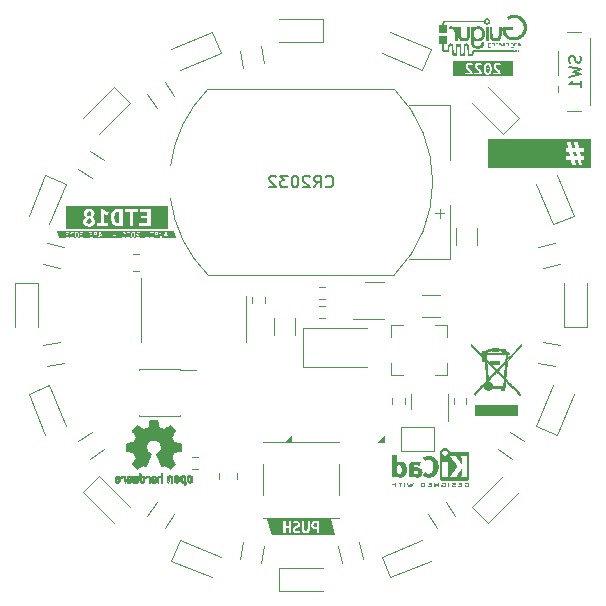
<source format=gbr>
%TF.GenerationSoftware,KiCad,Pcbnew,(6.0.7)*%
%TF.CreationDate,2022-12-29T13:17:20+01:00*%
%TF.ProjectId,badge,62616467-652e-46b6-9963-61645f706362,rev?*%
%TF.SameCoordinates,Original*%
%TF.FileFunction,Legend,Bot*%
%TF.FilePolarity,Positive*%
%FSLAX46Y46*%
G04 Gerber Fmt 4.6, Leading zero omitted, Abs format (unit mm)*
G04 Created by KiCad (PCBNEW (6.0.7)) date 2022-12-29 13:17:20*
%MOMM*%
%LPD*%
G01*
G04 APERTURE LIST*
%ADD10C,0.150000*%
%ADD11C,0.120000*%
%ADD12C,0.010000*%
G04 APERTURE END LIST*
D10*
%TO.C,SW1*%
X23654761Y21083333D02*
X23702380Y20940476D01*
X23702380Y20702380D01*
X23654761Y20607142D01*
X23607142Y20559523D01*
X23511904Y20511904D01*
X23416666Y20511904D01*
X23321428Y20559523D01*
X23273809Y20607142D01*
X23226190Y20702380D01*
X23178571Y20892857D01*
X23130952Y20988095D01*
X23083333Y21035714D01*
X22988095Y21083333D01*
X22892857Y21083333D01*
X22797619Y21035714D01*
X22750000Y20988095D01*
X22702380Y20892857D01*
X22702380Y20654761D01*
X22750000Y20511904D01*
X22702380Y20178571D02*
X23702380Y19940476D01*
X22988095Y19750000D01*
X23702380Y19559523D01*
X22702380Y19321428D01*
X23702380Y18416666D02*
X23702380Y18988095D01*
X23702380Y18702380D02*
X22702380Y18702380D01*
X22845238Y18797619D01*
X22940476Y18892857D01*
X22988095Y18988095D01*
%TO.C,BT1*%
X2095238Y10042857D02*
X2142857Y9995238D01*
X2285714Y9947619D01*
X2380952Y9947619D01*
X2523809Y9995238D01*
X2619047Y10090476D01*
X2666666Y10185714D01*
X2714285Y10376190D01*
X2714285Y10519047D01*
X2666666Y10709523D01*
X2619047Y10804761D01*
X2523809Y10900000D01*
X2380952Y10947619D01*
X2285714Y10947619D01*
X2142857Y10900000D01*
X2095238Y10852380D01*
X1095238Y9947619D02*
X1428571Y10423809D01*
X1666666Y9947619D02*
X1666666Y10947619D01*
X1285714Y10947619D01*
X1190476Y10900000D01*
X1142857Y10852380D01*
X1095238Y10757142D01*
X1095238Y10614285D01*
X1142857Y10519047D01*
X1190476Y10471428D01*
X1285714Y10423809D01*
X1666666Y10423809D01*
X714285Y10852380D02*
X666666Y10900000D01*
X571428Y10947619D01*
X333333Y10947619D01*
X238095Y10900000D01*
X190476Y10852380D01*
X142857Y10757142D01*
X142857Y10661904D01*
X190476Y10519047D01*
X761904Y9947619D01*
X142857Y9947619D01*
X-476190Y10947619D02*
X-571428Y10947619D01*
X-666666Y10900000D01*
X-714285Y10852380D01*
X-761904Y10757142D01*
X-809523Y10566666D01*
X-809523Y10328571D01*
X-761904Y10138095D01*
X-714285Y10042857D01*
X-666666Y9995238D01*
X-571428Y9947619D01*
X-476190Y9947619D01*
X-380952Y9995238D01*
X-333333Y10042857D01*
X-285714Y10138095D01*
X-238095Y10328571D01*
X-238095Y10566666D01*
X-285714Y10757142D01*
X-333333Y10852380D01*
X-380952Y10900000D01*
X-476190Y10947619D01*
X-1142857Y10947619D02*
X-1761904Y10947619D01*
X-1428571Y10566666D01*
X-1571428Y10566666D01*
X-1666666Y10519047D01*
X-1714285Y10471428D01*
X-1761904Y10376190D01*
X-1761904Y10138095D01*
X-1714285Y10042857D01*
X-1666666Y9995238D01*
X-1571428Y9947619D01*
X-1285714Y9947619D01*
X-1190476Y9995238D01*
X-1142857Y10042857D01*
X-2142857Y10852380D02*
X-2190476Y10900000D01*
X-2285714Y10947619D01*
X-2523809Y10947619D01*
X-2619047Y10900000D01*
X-2666666Y10852380D01*
X-2714285Y10757142D01*
X-2714285Y10661904D01*
X-2666666Y10519047D01*
X-2095238Y9947619D01*
X-2714285Y9947619D01*
D11*
%TO.C,JP3*%
X11536521Y-18903524D02*
X10728651Y-17694460D01*
X13049795Y-17892386D02*
X12241925Y-16683322D01*
%TO.C,JP17*%
X14910000Y6527064D02*
X14910000Y5072936D01*
X13090000Y6527064D02*
X13090000Y5072936D01*
%TO.C,J1*%
X-10235000Y-9365000D02*
X-13765000Y-9365000D01*
X-10235000Y-9300000D02*
X-10235000Y-9365000D01*
X-8910000Y-5500000D02*
X-10235000Y-5500000D01*
X-13765000Y-5435000D02*
X-13765000Y-5500000D01*
X-13765000Y-9300000D02*
X-13765000Y-9365000D01*
X-10235000Y-5435000D02*
X-13765000Y-5435000D01*
X-10235000Y-5435000D02*
X-10235000Y-5500000D01*
%TO.C,kibuzzard-637A9899*%
G36*
X23340075Y12626962D02*
G01*
X23086075Y12626962D01*
X23022575Y12976213D01*
X23273400Y12976213D01*
X23340075Y12626962D01*
G37*
G36*
X24576208Y11552754D02*
G01*
X15823792Y11552754D01*
X15823792Y12303112D01*
X22438375Y12303112D01*
X22825725Y12303112D01*
X22917800Y11817337D01*
X23241650Y11817337D01*
X23149575Y12303112D01*
X23403575Y12303112D01*
X23492475Y11817337D01*
X23816325Y11817337D01*
X23724250Y12303112D01*
X23914750Y12303112D01*
X23914750Y12626962D01*
X23663925Y12626962D01*
X23597250Y12976213D01*
X23914750Y12976213D01*
X23914750Y13300062D01*
X23533750Y13300062D01*
X23441675Y13782663D01*
X23117825Y13782663D01*
X23213075Y13300062D01*
X22959075Y13300062D01*
X22867000Y13782663D01*
X22543150Y13782663D01*
X22635225Y13300062D01*
X22438375Y13300062D01*
X22438375Y12976213D01*
X22698725Y12976213D01*
X22765400Y12626962D01*
X22438375Y12626962D01*
X22438375Y12303112D01*
X15823792Y12303112D01*
X15823792Y14047246D01*
X24576208Y14047246D01*
X24576208Y11552754D01*
G37*
%TO.C,D15*%
X-18434274Y-15803837D02*
X-17076629Y-14446192D01*
X-17076629Y-14446192D02*
X-14446192Y-17076629D01*
X-15803837Y-18434274D02*
X-18434274Y-15803837D01*
%TO.C,kibuzzard-637A9AEB*%
G36*
X-15438075Y7895300D02*
G01*
X-15395212Y7889347D01*
X-15395212Y6898747D01*
X-15421406Y6896366D01*
X-15447600Y6896366D01*
X-15615478Y6934466D01*
X-15725016Y7039241D01*
X-15784547Y7197594D01*
X-15797941Y7293737D01*
X-15802406Y7398809D01*
X-15788119Y7584547D01*
X-15738113Y7744091D01*
X-15640481Y7854819D01*
X-15480937Y7896491D01*
X-15438075Y7895300D01*
G37*
G36*
X-19945781Y8368772D02*
G01*
X-11254219Y8368772D01*
X-11254219Y6431228D01*
X-19945781Y6431228D01*
X-19945781Y7041622D01*
X-18457500Y7041622D01*
X-18430116Y6896366D01*
X-18342009Y6764206D01*
X-18183656Y6667766D01*
X-18074714Y6639191D01*
X-17943150Y6629666D01*
X-17836291Y6636512D01*
X-17739553Y6657050D01*
X-17732409Y6660622D01*
X-17257350Y6660622D01*
X-16362000Y6660622D01*
X-16362000Y6903509D01*
X-16671563Y6903509D01*
X-16671563Y7398809D01*
X-16100062Y7398809D01*
X-16087263Y7209202D01*
X-16048866Y7049956D01*
X-15987846Y6919285D01*
X-15907181Y6815403D01*
X-15808062Y6737120D01*
X-15691678Y6683244D01*
X-15560412Y6651990D01*
X-15416644Y6641572D01*
X-15263053Y6649906D01*
X-15102319Y6677291D01*
X-15102319Y7891728D01*
X-14914200Y7891728D01*
X-14526056Y7891728D01*
X-14526056Y6660622D01*
X-14230781Y6660622D01*
X-13687856Y6660622D01*
X-12742500Y6660622D01*
X-12742500Y8134616D01*
X-13635469Y8134616D01*
X-13635469Y7891728D01*
X-13035394Y7891728D01*
X-13035394Y7560734D01*
X-13556887Y7560734D01*
X-13556887Y7317847D01*
X-13035394Y7317847D01*
X-13035394Y6903509D01*
X-13687856Y6903509D01*
X-13687856Y6660622D01*
X-14230781Y6660622D01*
X-14230781Y7891728D01*
X-13842637Y7891728D01*
X-13842637Y8134616D01*
X-14914200Y8134616D01*
X-14914200Y7891728D01*
X-15102319Y7891728D01*
X-15102319Y8115566D01*
X-15290437Y8144141D01*
X-15454744Y8151284D01*
X-15593749Y8140569D01*
X-15720253Y8108422D01*
X-15831279Y8053355D01*
X-15923850Y7973881D01*
X-15997966Y7869702D01*
X-16053628Y7740519D01*
X-16088454Y7584249D01*
X-16100062Y7398809D01*
X-16671563Y7398809D01*
X-16671563Y7727422D01*
X-16519163Y7642888D01*
X-16373906Y7584547D01*
X-16278656Y7827434D01*
X-16402481Y7882203D01*
X-16535831Y7956022D01*
X-16662038Y8041747D01*
X-16764431Y8134616D01*
X-16964456Y8134616D01*
X-16964456Y6903509D01*
X-17257350Y6903509D01*
X-17257350Y6660622D01*
X-17732409Y6660622D01*
X-17582391Y6735631D01*
X-17481188Y6861837D01*
X-17445469Y7029716D01*
X-17458566Y7138360D01*
X-17497856Y7240456D01*
X-17565127Y7333623D01*
X-17662163Y7415478D01*
X-17574056Y7489297D01*
X-17519288Y7567878D01*
X-17481188Y7739328D01*
X-17506191Y7888156D01*
X-17585963Y8027459D01*
X-17731219Y8129853D01*
X-17832422Y8160214D01*
X-17955056Y8170334D01*
X-18145259Y8144141D01*
X-18292003Y8065559D01*
X-18385765Y7942925D01*
X-18417019Y7784572D01*
X-18404517Y7683071D01*
X-18367013Y7583356D01*
X-18302719Y7492571D01*
X-18209850Y7417859D01*
X-18325638Y7335706D01*
X-18401541Y7246409D01*
X-18443510Y7148778D01*
X-18457500Y7041622D01*
X-19945781Y7041622D01*
X-19945781Y8368772D01*
G37*
G36*
X-17755031Y7195212D02*
G01*
X-17719313Y7065434D01*
X-17787178Y6921369D01*
X-17947913Y6872553D01*
X-18118172Y6923750D01*
X-18181275Y7046384D01*
X-18163416Y7129728D01*
X-18106266Y7195212D01*
X-18005063Y7254744D01*
X-17857425Y7317847D01*
X-17755031Y7195212D01*
G37*
G36*
X-17815753Y7884584D02*
G01*
X-17757413Y7758378D01*
X-17812181Y7622647D01*
X-17887786Y7569069D01*
X-18005063Y7513109D01*
X-18109838Y7633363D01*
X-18140794Y7760759D01*
X-18084834Y7885775D01*
X-17950294Y7927447D01*
X-17815753Y7884584D01*
G37*
%TO.C,SW1*%
X21750000Y18500000D02*
X21750000Y18000000D01*
X22525000Y16400000D02*
X23725000Y16400000D01*
X22525000Y23100000D02*
X23725000Y23100000D01*
X21750000Y21500000D02*
X21750000Y19500000D01*
X24500000Y22600000D02*
X24500000Y16900000D01*
%TO.C,D17*%
X200000Y-5250000D02*
X5600000Y-5250000D01*
X200000Y-1950000D02*
X5600000Y-1950000D01*
X200000Y-5250000D02*
X200000Y-1950000D01*
%TO.C,Q1*%
X12410000Y-8162500D02*
X12410000Y-9837500D01*
X9290000Y-8162500D02*
X9290000Y-7512500D01*
X9290000Y-8162500D02*
X9290000Y-8812500D01*
X12410000Y-8162500D02*
X12410000Y-7512500D01*
%TO.C,D5*%
X22290000Y-1860000D02*
X22290000Y1860000D01*
X24210000Y-1860000D02*
X22290000Y-1860000D01*
X24210000Y1860000D02*
X24210000Y-1860000D01*
%TO.C,LOGO4*%
G36*
X17511662Y-4060696D02*
G01*
X17551314Y-4061782D01*
X17619109Y-4061782D01*
X17619109Y-4174951D01*
X17459577Y-4174951D01*
X17444682Y-4352732D01*
X17442682Y-4377037D01*
X17438023Y-4437880D01*
X17434731Y-4487389D01*
X17433092Y-4520992D01*
X17433390Y-4534116D01*
X17437724Y-4530343D01*
X17457496Y-4510676D01*
X17491679Y-4475818D01*
X17538541Y-4427576D01*
X17596354Y-4367757D01*
X17663387Y-4298167D01*
X17737912Y-4220615D01*
X17818197Y-4136907D01*
X17902513Y-4048849D01*
X17989130Y-3958250D01*
X18076319Y-3866915D01*
X18162349Y-3776653D01*
X18245492Y-3689269D01*
X18324016Y-3606572D01*
X18396192Y-3530368D01*
X18460291Y-3462463D01*
X18514583Y-3404666D01*
X18611592Y-3301040D01*
X18612034Y-3389315D01*
X18612475Y-3477589D01*
X18011938Y-4109158D01*
X17411401Y-4740726D01*
X17399396Y-4884674D01*
X17351365Y-5460635D01*
X17342876Y-5562791D01*
X17332343Y-5690612D01*
X17322621Y-5809767D01*
X17313898Y-5917914D01*
X17306358Y-6012713D01*
X17300187Y-6091819D01*
X17295573Y-6152892D01*
X17292700Y-6193590D01*
X17291754Y-6211570D01*
X17294251Y-6219808D01*
X17305471Y-6237599D01*
X17326751Y-6264411D01*
X17337021Y-6276129D01*
X17359225Y-6301466D01*
X17404023Y-6349986D01*
X17462281Y-6411192D01*
X17535129Y-6486307D01*
X17623703Y-6576550D01*
X17729134Y-6683145D01*
X17798492Y-6753093D01*
X17895179Y-6850658D01*
X17991526Y-6947941D01*
X18084638Y-7042014D01*
X18171618Y-7129950D01*
X18249569Y-7208820D01*
X18315596Y-7275699D01*
X18366802Y-7327658D01*
X18567514Y-7531620D01*
X18531058Y-7569671D01*
X18522460Y-7578245D01*
X18497095Y-7599297D01*
X18479695Y-7607723D01*
X18466071Y-7600530D01*
X18440743Y-7578944D01*
X18410379Y-7547995D01*
X18391896Y-7528448D01*
X18357427Y-7492752D01*
X18308712Y-7442684D01*
X18247469Y-7380001D01*
X18175420Y-7306457D01*
X18094285Y-7223810D01*
X18005784Y-7133815D01*
X17911637Y-7038228D01*
X17813565Y-6938805D01*
X17271161Y-6389343D01*
X17249066Y-6674746D01*
X17244250Y-6735662D01*
X17237216Y-6817548D01*
X17230872Y-6879569D01*
X17224748Y-6924987D01*
X17218373Y-6957062D01*
X17211277Y-6979052D01*
X17202991Y-6994219D01*
X17191393Y-7015416D01*
X17181850Y-7054386D01*
X17179010Y-7110531D01*
X17179010Y-7192773D01*
X16952674Y-7192773D01*
X16952674Y-7016733D01*
X16107082Y-7016733D01*
X16058203Y-7072262D01*
X16044836Y-7086722D01*
X15972388Y-7144813D01*
X15890532Y-7180576D01*
X15801900Y-7192773D01*
X15723692Y-7186306D01*
X15635233Y-7159047D01*
X15559507Y-7110328D01*
X15544748Y-7096403D01*
X15507864Y-7051328D01*
X15475503Y-6998819D01*
X15452297Y-6947061D01*
X15442879Y-6904239D01*
X15442697Y-6898023D01*
X15441342Y-6875246D01*
X15437800Y-6859513D01*
X15430390Y-6852068D01*
X15417431Y-6854156D01*
X15397243Y-6867020D01*
X15368145Y-6891905D01*
X15328456Y-6930053D01*
X15276496Y-6982710D01*
X15210584Y-7051119D01*
X15129040Y-7136524D01*
X15085604Y-7182112D01*
X15013000Y-7258441D01*
X14944309Y-7330808D01*
X14882223Y-7396366D01*
X14829434Y-7452274D01*
X14788634Y-7495686D01*
X14762515Y-7523758D01*
X14691119Y-7601436D01*
X14602863Y-7513416D01*
X15148690Y-6941287D01*
X15183105Y-6905188D01*
X15305546Y-6776272D01*
X15410651Y-6664754D01*
X15498736Y-6570288D01*
X15570116Y-6492529D01*
X15620588Y-6436174D01*
X15827247Y-6436174D01*
X15828872Y-6449434D01*
X15829156Y-6450819D01*
X15842698Y-6482228D01*
X15869748Y-6496863D01*
X15953129Y-6528063D01*
X16027418Y-6580038D01*
X16085846Y-6648791D01*
X16125890Y-6731315D01*
X16145026Y-6824606D01*
X16151364Y-6903565D01*
X17100838Y-6903565D01*
X17107458Y-6875273D01*
X17108629Y-6868329D01*
X17112268Y-6837281D01*
X17117234Y-6787081D01*
X17123157Y-6721727D01*
X17129669Y-6645219D01*
X17136401Y-6561555D01*
X17158724Y-6276129D01*
X16857826Y-5970565D01*
X16802636Y-5914704D01*
X16735109Y-5846888D01*
X16674529Y-5786643D01*
X16623021Y-5736052D01*
X16582710Y-5697200D01*
X16555722Y-5672170D01*
X16544182Y-5663046D01*
X16536444Y-5667405D01*
X16513395Y-5687241D01*
X16478709Y-5720375D01*
X16435487Y-5763820D01*
X16386832Y-5814587D01*
X16374140Y-5828051D01*
X16317229Y-5888275D01*
X16249414Y-5959864D01*
X16175800Y-6037437D01*
X16101493Y-6115611D01*
X16031599Y-6189005D01*
X16027401Y-6193409D01*
X15962420Y-6261785D01*
X15912836Y-6314732D01*
X15876688Y-6354767D01*
X15852016Y-6384411D01*
X15836858Y-6406181D01*
X15829256Y-6422595D01*
X15827247Y-6436174D01*
X15620588Y-6436174D01*
X15625105Y-6431131D01*
X15664019Y-6385748D01*
X15687173Y-6356035D01*
X15694882Y-6341644D01*
X15694883Y-6341559D01*
X15693825Y-6323624D01*
X15690737Y-6283421D01*
X15685858Y-6223687D01*
X15679432Y-6147158D01*
X15671700Y-6056569D01*
X15662905Y-5954657D01*
X15653287Y-5844159D01*
X15643091Y-5727811D01*
X15632556Y-5608348D01*
X15621926Y-5488507D01*
X15611442Y-5371025D01*
X15601346Y-5258637D01*
X15591881Y-5154081D01*
X15583288Y-5060091D01*
X15575809Y-4979405D01*
X15569687Y-4914759D01*
X15565162Y-4868888D01*
X15562478Y-4844530D01*
X15557067Y-4803732D01*
X15686253Y-4803732D01*
X15687908Y-4834653D01*
X15691549Y-4886653D01*
X15696995Y-4957487D01*
X15704063Y-5044911D01*
X15712570Y-5146681D01*
X15722335Y-5260552D01*
X15733174Y-5384279D01*
X15744907Y-5515618D01*
X15754079Y-5616908D01*
X15765566Y-5742526D01*
X15776322Y-5858762D01*
X15786131Y-5963380D01*
X15794781Y-6054140D01*
X15802057Y-6128804D01*
X15807746Y-6185134D01*
X15811634Y-6220891D01*
X15813506Y-6233837D01*
X15819188Y-6229826D01*
X15840020Y-6210138D01*
X15873872Y-6176322D01*
X15918412Y-6130837D01*
X15971310Y-6076146D01*
X16030236Y-6014710D01*
X16092858Y-5948990D01*
X16156848Y-5881449D01*
X16219874Y-5814547D01*
X16279606Y-5750746D01*
X16333713Y-5692507D01*
X16379865Y-5642292D01*
X16415733Y-5602563D01*
X16438984Y-5575780D01*
X16445778Y-5566477D01*
X16627601Y-5566477D01*
X16903305Y-5841968D01*
X16970726Y-5909224D01*
X17034267Y-5972162D01*
X17083490Y-6020100D01*
X17120196Y-6054594D01*
X17146190Y-6077199D01*
X17163276Y-6089471D01*
X17173256Y-6092966D01*
X17177935Y-6089238D01*
X17179116Y-6079844D01*
X17179873Y-6064749D01*
X17182601Y-6025883D01*
X17187108Y-5966895D01*
X17193179Y-5890473D01*
X17200596Y-5799305D01*
X17209142Y-5696080D01*
X17218602Y-5583483D01*
X17228758Y-5464205D01*
X17237723Y-5359077D01*
X17247066Y-5248351D01*
X17255443Y-5147814D01*
X17262653Y-5059943D01*
X17268496Y-4987215D01*
X17272769Y-4932110D01*
X17275273Y-4897104D01*
X17275805Y-4884674D01*
X17275384Y-4884908D01*
X17263509Y-4896350D01*
X17237130Y-4923198D01*
X17198570Y-4963018D01*
X17150153Y-5013372D01*
X17094203Y-5071828D01*
X17033042Y-5135948D01*
X16968995Y-5203298D01*
X16904385Y-5271443D01*
X16841535Y-5337948D01*
X16782768Y-5400377D01*
X16730409Y-5456295D01*
X16629533Y-5564406D01*
X16627601Y-5566477D01*
X16445778Y-5566477D01*
X16447290Y-5564406D01*
X16439148Y-5553383D01*
X16415478Y-5526999D01*
X16378478Y-5487527D01*
X16330350Y-5437191D01*
X16273296Y-5378217D01*
X16209520Y-5312830D01*
X16141222Y-5243255D01*
X16070605Y-5171716D01*
X15999871Y-5100438D01*
X15931222Y-5031647D01*
X15866861Y-4967566D01*
X15808989Y-4910422D01*
X15759810Y-4862439D01*
X15721524Y-4825841D01*
X15696334Y-4802854D01*
X15686442Y-4795703D01*
X15686253Y-4803732D01*
X15557067Y-4803732D01*
X15555390Y-4791089D01*
X15280297Y-4791089D01*
X15280140Y-4690495D01*
X15380891Y-4690495D01*
X15462624Y-4690495D01*
X15469895Y-4690489D01*
X15510950Y-4689613D01*
X15533277Y-4685867D01*
X15542529Y-4677270D01*
X15544357Y-4661840D01*
X15536306Y-4639159D01*
X15508730Y-4601428D01*
X15462624Y-4552179D01*
X15380891Y-4471172D01*
X15380891Y-4690495D01*
X15280140Y-4690495D01*
X15279968Y-4580471D01*
X15279639Y-4369852D01*
X14827914Y-3910891D01*
X14376189Y-3451931D01*
X14375570Y-3364848D01*
X14374951Y-3277767D01*
X14916769Y-3826952D01*
X14969137Y-3879998D01*
X15077803Y-3989772D01*
X15170709Y-4083114D01*
X15249055Y-4161173D01*
X15314043Y-4225097D01*
X15366872Y-4276035D01*
X15408743Y-4315135D01*
X15440855Y-4343548D01*
X15464410Y-4362420D01*
X15480608Y-4372901D01*
X15490649Y-4376139D01*
X15507579Y-4375158D01*
X15517084Y-4367996D01*
X15518723Y-4348401D01*
X15514782Y-4310124D01*
X15512065Y-4286025D01*
X15508284Y-4245744D01*
X15506760Y-4218961D01*
X15506015Y-4209728D01*
X15498746Y-4199839D01*
X15478668Y-4196562D01*
X15439689Y-4197992D01*
X15429737Y-4198553D01*
X15389898Y-4197921D01*
X15361560Y-4189167D01*
X15341586Y-4174951D01*
X15624852Y-4174951D01*
X15629013Y-4222104D01*
X15630935Y-4243498D01*
X15636924Y-4301909D01*
X15642826Y-4340381D01*
X15649727Y-4362912D01*
X15658712Y-4373498D01*
X15670870Y-4376139D01*
X15681801Y-4377937D01*
X15689050Y-4386530D01*
X15693100Y-4406505D01*
X15694863Y-4442450D01*
X15695248Y-4498952D01*
X15695248Y-4621766D01*
X15735447Y-4661840D01*
X15833565Y-4759654D01*
X15971881Y-4897542D01*
X15971881Y-4791089D01*
X16726337Y-4791089D01*
X16726337Y-5030000D01*
X16107831Y-5030000D01*
X16317592Y-5246906D01*
X16357770Y-5288334D01*
X16413328Y-5345200D01*
X16461570Y-5394082D01*
X16499971Y-5432441D01*
X16526003Y-5457741D01*
X16537140Y-5467442D01*
X16541373Y-5464767D01*
X16561224Y-5446782D01*
X16595451Y-5413481D01*
X16642227Y-5366712D01*
X16699724Y-5308325D01*
X16766112Y-5240169D01*
X16839564Y-5164094D01*
X16918251Y-5081950D01*
X16997341Y-4998943D01*
X17074871Y-4917136D01*
X17137746Y-4850083D01*
X17187502Y-4796007D01*
X17225678Y-4753129D01*
X17253811Y-4719673D01*
X17273440Y-4693861D01*
X17286101Y-4673914D01*
X17293334Y-4658056D01*
X17296675Y-4644509D01*
X17297561Y-4637910D01*
X17301488Y-4601548D01*
X17306459Y-4548018D01*
X17311927Y-4483421D01*
X17317344Y-4413862D01*
X17319181Y-4389635D01*
X17324488Y-4324178D01*
X17329548Y-4267717D01*
X17333863Y-4225618D01*
X17336934Y-4203243D01*
X17342955Y-4174951D01*
X15624852Y-4174951D01*
X15341586Y-4174951D01*
X15333630Y-4169289D01*
X15328820Y-4165104D01*
X15289482Y-4114427D01*
X15273903Y-4061782D01*
X15614698Y-4061782D01*
X17029221Y-4061782D01*
X17241881Y-4061782D01*
X17298908Y-4061782D01*
X17315993Y-4061662D01*
X17341308Y-4059462D01*
X17348616Y-4052334D01*
X17342943Y-4037508D01*
X17341267Y-4034682D01*
X17322448Y-4012944D01*
X17295183Y-3988820D01*
X17267987Y-3969254D01*
X17249371Y-3961188D01*
X17247697Y-3962463D01*
X17243544Y-3979976D01*
X17241881Y-4011485D01*
X17241881Y-4061782D01*
X17029221Y-4061782D01*
X17025526Y-3971095D01*
X17021832Y-3880407D01*
X16946386Y-3865252D01*
X16908551Y-3858379D01*
X16845368Y-3848756D01*
X16786065Y-3841496D01*
X16701188Y-3832893D01*
X16701188Y-3936040D01*
X16122773Y-3936040D01*
X16122773Y-3845122D01*
X16050471Y-3853753D01*
X15939998Y-3872249D01*
X15828816Y-3905691D01*
X15736850Y-3952324D01*
X15662542Y-4012786D01*
X15614698Y-4061782D01*
X15273903Y-4061782D01*
X15272172Y-4055934D01*
X15277474Y-3994575D01*
X15305975Y-3935297D01*
X15308733Y-3931606D01*
X15346822Y-3899851D01*
X15396476Y-3881067D01*
X15450002Y-3876071D01*
X15499707Y-3885678D01*
X15537900Y-3910704D01*
X15550831Y-3923480D01*
X15563428Y-3926576D01*
X15581467Y-3916998D01*
X15611928Y-3893082D01*
X15621274Y-3885731D01*
X15693430Y-3839339D01*
X15778915Y-3798084D01*
X15848830Y-3772575D01*
X16223367Y-3772575D01*
X16223367Y-3835446D01*
X16600594Y-3835446D01*
X16600594Y-3772575D01*
X16223367Y-3772575D01*
X15848830Y-3772575D01*
X15869767Y-3764936D01*
X15958027Y-3742868D01*
X16035736Y-3734852D01*
X16043991Y-3734788D01*
X16089879Y-3730321D01*
X16115079Y-3717795D01*
X16122773Y-3695784D01*
X16123676Y-3688849D01*
X16128615Y-3682885D01*
X16140611Y-3678519D01*
X16162680Y-3675503D01*
X16197836Y-3673590D01*
X16249094Y-3672530D01*
X16319471Y-3672077D01*
X16411980Y-3671980D01*
X16498660Y-3672150D01*
X16572332Y-3672834D01*
X16626265Y-3674215D01*
X16663288Y-3676470D01*
X16686230Y-3679778D01*
X16697920Y-3684320D01*
X16701188Y-3690272D01*
X16711937Y-3704888D01*
X16742055Y-3714215D01*
X16753582Y-3715847D01*
X16792886Y-3721591D01*
X16845188Y-3729378D01*
X16902376Y-3738003D01*
X16933916Y-3742393D01*
X16980074Y-3747148D01*
X17012641Y-3748295D01*
X17026023Y-3745495D01*
X17028308Y-3743671D01*
X17049405Y-3739165D01*
X17087355Y-3736029D01*
X17136048Y-3734852D01*
X17241881Y-3734852D01*
X17241894Y-3772575D01*
X17241894Y-3775718D01*
X17242388Y-3788668D01*
X17248819Y-3810411D01*
X17267123Y-3828851D01*
X17302830Y-3850801D01*
X17334174Y-3870854D01*
X17381893Y-3909356D01*
X17425138Y-3952579D01*
X17458219Y-3994627D01*
X17475442Y-4029604D01*
X17479662Y-4043081D01*
X17487480Y-4052334D01*
X17490116Y-4055454D01*
X17511662Y-4060696D01*
G37*
D12*
X17511662Y-4060696D02*
X17551314Y-4061782D01*
X17619109Y-4061782D01*
X17619109Y-4174951D01*
X17459577Y-4174951D01*
X17444682Y-4352732D01*
X17442682Y-4377037D01*
X17438023Y-4437880D01*
X17434731Y-4487389D01*
X17433092Y-4520992D01*
X17433390Y-4534116D01*
X17437724Y-4530343D01*
X17457496Y-4510676D01*
X17491679Y-4475818D01*
X17538541Y-4427576D01*
X17596354Y-4367757D01*
X17663387Y-4298167D01*
X17737912Y-4220615D01*
X17818197Y-4136907D01*
X17902513Y-4048849D01*
X17989130Y-3958250D01*
X18076319Y-3866915D01*
X18162349Y-3776653D01*
X18245492Y-3689269D01*
X18324016Y-3606572D01*
X18396192Y-3530368D01*
X18460291Y-3462463D01*
X18514583Y-3404666D01*
X18611592Y-3301040D01*
X18612034Y-3389315D01*
X18612475Y-3477589D01*
X18011938Y-4109158D01*
X17411401Y-4740726D01*
X17399396Y-4884674D01*
X17351365Y-5460635D01*
X17342876Y-5562791D01*
X17332343Y-5690612D01*
X17322621Y-5809767D01*
X17313898Y-5917914D01*
X17306358Y-6012713D01*
X17300187Y-6091819D01*
X17295573Y-6152892D01*
X17292700Y-6193590D01*
X17291754Y-6211570D01*
X17294251Y-6219808D01*
X17305471Y-6237599D01*
X17326751Y-6264411D01*
X17337021Y-6276129D01*
X17359225Y-6301466D01*
X17404023Y-6349986D01*
X17462281Y-6411192D01*
X17535129Y-6486307D01*
X17623703Y-6576550D01*
X17729134Y-6683145D01*
X17798492Y-6753093D01*
X17895179Y-6850658D01*
X17991526Y-6947941D01*
X18084638Y-7042014D01*
X18171618Y-7129950D01*
X18249569Y-7208820D01*
X18315596Y-7275699D01*
X18366802Y-7327658D01*
X18567514Y-7531620D01*
X18531058Y-7569671D01*
X18522460Y-7578245D01*
X18497095Y-7599297D01*
X18479695Y-7607723D01*
X18466071Y-7600530D01*
X18440743Y-7578944D01*
X18410379Y-7547995D01*
X18391896Y-7528448D01*
X18357427Y-7492752D01*
X18308712Y-7442684D01*
X18247469Y-7380001D01*
X18175420Y-7306457D01*
X18094285Y-7223810D01*
X18005784Y-7133815D01*
X17911637Y-7038228D01*
X17813565Y-6938805D01*
X17271161Y-6389343D01*
X17249066Y-6674746D01*
X17244250Y-6735662D01*
X17237216Y-6817548D01*
X17230872Y-6879569D01*
X17224748Y-6924987D01*
X17218373Y-6957062D01*
X17211277Y-6979052D01*
X17202991Y-6994219D01*
X17191393Y-7015416D01*
X17181850Y-7054386D01*
X17179010Y-7110531D01*
X17179010Y-7192773D01*
X16952674Y-7192773D01*
X16952674Y-7016733D01*
X16107082Y-7016733D01*
X16058203Y-7072262D01*
X16044836Y-7086722D01*
X15972388Y-7144813D01*
X15890532Y-7180576D01*
X15801900Y-7192773D01*
X15723692Y-7186306D01*
X15635233Y-7159047D01*
X15559507Y-7110328D01*
X15544748Y-7096403D01*
X15507864Y-7051328D01*
X15475503Y-6998819D01*
X15452297Y-6947061D01*
X15442879Y-6904239D01*
X15442697Y-6898023D01*
X15441342Y-6875246D01*
X15437800Y-6859513D01*
X15430390Y-6852068D01*
X15417431Y-6854156D01*
X15397243Y-6867020D01*
X15368145Y-6891905D01*
X15328456Y-6930053D01*
X15276496Y-6982710D01*
X15210584Y-7051119D01*
X15129040Y-7136524D01*
X15085604Y-7182112D01*
X15013000Y-7258441D01*
X14944309Y-7330808D01*
X14882223Y-7396366D01*
X14829434Y-7452274D01*
X14788634Y-7495686D01*
X14762515Y-7523758D01*
X14691119Y-7601436D01*
X14602863Y-7513416D01*
X15148690Y-6941287D01*
X15183105Y-6905188D01*
X15305546Y-6776272D01*
X15410651Y-6664754D01*
X15498736Y-6570288D01*
X15570116Y-6492529D01*
X15620588Y-6436174D01*
X15827247Y-6436174D01*
X15828872Y-6449434D01*
X15829156Y-6450819D01*
X15842698Y-6482228D01*
X15869748Y-6496863D01*
X15953129Y-6528063D01*
X16027418Y-6580038D01*
X16085846Y-6648791D01*
X16125890Y-6731315D01*
X16145026Y-6824606D01*
X16151364Y-6903565D01*
X17100838Y-6903565D01*
X17107458Y-6875273D01*
X17108629Y-6868329D01*
X17112268Y-6837281D01*
X17117234Y-6787081D01*
X17123157Y-6721727D01*
X17129669Y-6645219D01*
X17136401Y-6561555D01*
X17158724Y-6276129D01*
X16857826Y-5970565D01*
X16802636Y-5914704D01*
X16735109Y-5846888D01*
X16674529Y-5786643D01*
X16623021Y-5736052D01*
X16582710Y-5697200D01*
X16555722Y-5672170D01*
X16544182Y-5663046D01*
X16536444Y-5667405D01*
X16513395Y-5687241D01*
X16478709Y-5720375D01*
X16435487Y-5763820D01*
X16386832Y-5814587D01*
X16374140Y-5828051D01*
X16317229Y-5888275D01*
X16249414Y-5959864D01*
X16175800Y-6037437D01*
X16101493Y-6115611D01*
X16031599Y-6189005D01*
X16027401Y-6193409D01*
X15962420Y-6261785D01*
X15912836Y-6314732D01*
X15876688Y-6354767D01*
X15852016Y-6384411D01*
X15836858Y-6406181D01*
X15829256Y-6422595D01*
X15827247Y-6436174D01*
X15620588Y-6436174D01*
X15625105Y-6431131D01*
X15664019Y-6385748D01*
X15687173Y-6356035D01*
X15694882Y-6341644D01*
X15694883Y-6341559D01*
X15693825Y-6323624D01*
X15690737Y-6283421D01*
X15685858Y-6223687D01*
X15679432Y-6147158D01*
X15671700Y-6056569D01*
X15662905Y-5954657D01*
X15653287Y-5844159D01*
X15643091Y-5727811D01*
X15632556Y-5608348D01*
X15621926Y-5488507D01*
X15611442Y-5371025D01*
X15601346Y-5258637D01*
X15591881Y-5154081D01*
X15583288Y-5060091D01*
X15575809Y-4979405D01*
X15569687Y-4914759D01*
X15565162Y-4868888D01*
X15562478Y-4844530D01*
X15557067Y-4803732D01*
X15686253Y-4803732D01*
X15687908Y-4834653D01*
X15691549Y-4886653D01*
X15696995Y-4957487D01*
X15704063Y-5044911D01*
X15712570Y-5146681D01*
X15722335Y-5260552D01*
X15733174Y-5384279D01*
X15744907Y-5515618D01*
X15754079Y-5616908D01*
X15765566Y-5742526D01*
X15776322Y-5858762D01*
X15786131Y-5963380D01*
X15794781Y-6054140D01*
X15802057Y-6128804D01*
X15807746Y-6185134D01*
X15811634Y-6220891D01*
X15813506Y-6233837D01*
X15819188Y-6229826D01*
X15840020Y-6210138D01*
X15873872Y-6176322D01*
X15918412Y-6130837D01*
X15971310Y-6076146D01*
X16030236Y-6014710D01*
X16092858Y-5948990D01*
X16156848Y-5881449D01*
X16219874Y-5814547D01*
X16279606Y-5750746D01*
X16333713Y-5692507D01*
X16379865Y-5642292D01*
X16415733Y-5602563D01*
X16438984Y-5575780D01*
X16445778Y-5566477D01*
X16627601Y-5566477D01*
X16903305Y-5841968D01*
X16970726Y-5909224D01*
X17034267Y-5972162D01*
X17083490Y-6020100D01*
X17120196Y-6054594D01*
X17146190Y-6077199D01*
X17163276Y-6089471D01*
X17173256Y-6092966D01*
X17177935Y-6089238D01*
X17179116Y-6079844D01*
X17179873Y-6064749D01*
X17182601Y-6025883D01*
X17187108Y-5966895D01*
X17193179Y-5890473D01*
X17200596Y-5799305D01*
X17209142Y-5696080D01*
X17218602Y-5583483D01*
X17228758Y-5464205D01*
X17237723Y-5359077D01*
X17247066Y-5248351D01*
X17255443Y-5147814D01*
X17262653Y-5059943D01*
X17268496Y-4987215D01*
X17272769Y-4932110D01*
X17275273Y-4897104D01*
X17275805Y-4884674D01*
X17275384Y-4884908D01*
X17263509Y-4896350D01*
X17237130Y-4923198D01*
X17198570Y-4963018D01*
X17150153Y-5013372D01*
X17094203Y-5071828D01*
X17033042Y-5135948D01*
X16968995Y-5203298D01*
X16904385Y-5271443D01*
X16841535Y-5337948D01*
X16782768Y-5400377D01*
X16730409Y-5456295D01*
X16629533Y-5564406D01*
X16627601Y-5566477D01*
X16445778Y-5566477D01*
X16447290Y-5564406D01*
X16439148Y-5553383D01*
X16415478Y-5526999D01*
X16378478Y-5487527D01*
X16330350Y-5437191D01*
X16273296Y-5378217D01*
X16209520Y-5312830D01*
X16141222Y-5243255D01*
X16070605Y-5171716D01*
X15999871Y-5100438D01*
X15931222Y-5031647D01*
X15866861Y-4967566D01*
X15808989Y-4910422D01*
X15759810Y-4862439D01*
X15721524Y-4825841D01*
X15696334Y-4802854D01*
X15686442Y-4795703D01*
X15686253Y-4803732D01*
X15557067Y-4803732D01*
X15555390Y-4791089D01*
X15280297Y-4791089D01*
X15280140Y-4690495D01*
X15380891Y-4690495D01*
X15462624Y-4690495D01*
X15469895Y-4690489D01*
X15510950Y-4689613D01*
X15533277Y-4685867D01*
X15542529Y-4677270D01*
X15544357Y-4661840D01*
X15536306Y-4639159D01*
X15508730Y-4601428D01*
X15462624Y-4552179D01*
X15380891Y-4471172D01*
X15380891Y-4690495D01*
X15280140Y-4690495D01*
X15279968Y-4580471D01*
X15279639Y-4369852D01*
X14827914Y-3910891D01*
X14376189Y-3451931D01*
X14375570Y-3364848D01*
X14374951Y-3277767D01*
X14916769Y-3826952D01*
X14969137Y-3879998D01*
X15077803Y-3989772D01*
X15170709Y-4083114D01*
X15249055Y-4161173D01*
X15314043Y-4225097D01*
X15366872Y-4276035D01*
X15408743Y-4315135D01*
X15440855Y-4343548D01*
X15464410Y-4362420D01*
X15480608Y-4372901D01*
X15490649Y-4376139D01*
X15507579Y-4375158D01*
X15517084Y-4367996D01*
X15518723Y-4348401D01*
X15514782Y-4310124D01*
X15512065Y-4286025D01*
X15508284Y-4245744D01*
X15506760Y-4218961D01*
X15506015Y-4209728D01*
X15498746Y-4199839D01*
X15478668Y-4196562D01*
X15439689Y-4197992D01*
X15429737Y-4198553D01*
X15389898Y-4197921D01*
X15361560Y-4189167D01*
X15341586Y-4174951D01*
X15624852Y-4174951D01*
X15629013Y-4222104D01*
X15630935Y-4243498D01*
X15636924Y-4301909D01*
X15642826Y-4340381D01*
X15649727Y-4362912D01*
X15658712Y-4373498D01*
X15670870Y-4376139D01*
X15681801Y-4377937D01*
X15689050Y-4386530D01*
X15693100Y-4406505D01*
X15694863Y-4442450D01*
X15695248Y-4498952D01*
X15695248Y-4621766D01*
X15735447Y-4661840D01*
X15833565Y-4759654D01*
X15971881Y-4897542D01*
X15971881Y-4791089D01*
X16726337Y-4791089D01*
X16726337Y-5030000D01*
X16107831Y-5030000D01*
X16317592Y-5246906D01*
X16357770Y-5288334D01*
X16413328Y-5345200D01*
X16461570Y-5394082D01*
X16499971Y-5432441D01*
X16526003Y-5457741D01*
X16537140Y-5467442D01*
X16541373Y-5464767D01*
X16561224Y-5446782D01*
X16595451Y-5413481D01*
X16642227Y-5366712D01*
X16699724Y-5308325D01*
X16766112Y-5240169D01*
X16839564Y-5164094D01*
X16918251Y-5081950D01*
X16997341Y-4998943D01*
X17074871Y-4917136D01*
X17137746Y-4850083D01*
X17187502Y-4796007D01*
X17225678Y-4753129D01*
X17253811Y-4719673D01*
X17273440Y-4693861D01*
X17286101Y-4673914D01*
X17293334Y-4658056D01*
X17296675Y-4644509D01*
X17297561Y-4637910D01*
X17301488Y-4601548D01*
X17306459Y-4548018D01*
X17311927Y-4483421D01*
X17317344Y-4413862D01*
X17319181Y-4389635D01*
X17324488Y-4324178D01*
X17329548Y-4267717D01*
X17333863Y-4225618D01*
X17336934Y-4203243D01*
X17342955Y-4174951D01*
X15624852Y-4174951D01*
X15341586Y-4174951D01*
X15333630Y-4169289D01*
X15328820Y-4165104D01*
X15289482Y-4114427D01*
X15273903Y-4061782D01*
X15614698Y-4061782D01*
X17029221Y-4061782D01*
X17241881Y-4061782D01*
X17298908Y-4061782D01*
X17315993Y-4061662D01*
X17341308Y-4059462D01*
X17348616Y-4052334D01*
X17342943Y-4037508D01*
X17341267Y-4034682D01*
X17322448Y-4012944D01*
X17295183Y-3988820D01*
X17267987Y-3969254D01*
X17249371Y-3961188D01*
X17247697Y-3962463D01*
X17243544Y-3979976D01*
X17241881Y-4011485D01*
X17241881Y-4061782D01*
X17029221Y-4061782D01*
X17025526Y-3971095D01*
X17021832Y-3880407D01*
X16946386Y-3865252D01*
X16908551Y-3858379D01*
X16845368Y-3848756D01*
X16786065Y-3841496D01*
X16701188Y-3832893D01*
X16701188Y-3936040D01*
X16122773Y-3936040D01*
X16122773Y-3845122D01*
X16050471Y-3853753D01*
X15939998Y-3872249D01*
X15828816Y-3905691D01*
X15736850Y-3952324D01*
X15662542Y-4012786D01*
X15614698Y-4061782D01*
X15273903Y-4061782D01*
X15272172Y-4055934D01*
X15277474Y-3994575D01*
X15305975Y-3935297D01*
X15308733Y-3931606D01*
X15346822Y-3899851D01*
X15396476Y-3881067D01*
X15450002Y-3876071D01*
X15499707Y-3885678D01*
X15537900Y-3910704D01*
X15550831Y-3923480D01*
X15563428Y-3926576D01*
X15581467Y-3916998D01*
X15611928Y-3893082D01*
X15621274Y-3885731D01*
X15693430Y-3839339D01*
X15778915Y-3798084D01*
X15848830Y-3772575D01*
X16223367Y-3772575D01*
X16223367Y-3835446D01*
X16600594Y-3835446D01*
X16600594Y-3772575D01*
X16223367Y-3772575D01*
X15848830Y-3772575D01*
X15869767Y-3764936D01*
X15958027Y-3742868D01*
X16035736Y-3734852D01*
X16043991Y-3734788D01*
X16089879Y-3730321D01*
X16115079Y-3717795D01*
X16122773Y-3695784D01*
X16123676Y-3688849D01*
X16128615Y-3682885D01*
X16140611Y-3678519D01*
X16162680Y-3675503D01*
X16197836Y-3673590D01*
X16249094Y-3672530D01*
X16319471Y-3672077D01*
X16411980Y-3671980D01*
X16498660Y-3672150D01*
X16572332Y-3672834D01*
X16626265Y-3674215D01*
X16663288Y-3676470D01*
X16686230Y-3679778D01*
X16697920Y-3684320D01*
X16701188Y-3690272D01*
X16711937Y-3704888D01*
X16742055Y-3714215D01*
X16753582Y-3715847D01*
X16792886Y-3721591D01*
X16845188Y-3729378D01*
X16902376Y-3738003D01*
X16933916Y-3742393D01*
X16980074Y-3747148D01*
X17012641Y-3748295D01*
X17026023Y-3745495D01*
X17028308Y-3743671D01*
X17049405Y-3739165D01*
X17087355Y-3736029D01*
X17136048Y-3734852D01*
X17241881Y-3734852D01*
X17241894Y-3772575D01*
X17241894Y-3775718D01*
X17242388Y-3788668D01*
X17248819Y-3810411D01*
X17267123Y-3828851D01*
X17302830Y-3850801D01*
X17334174Y-3870854D01*
X17381893Y-3909356D01*
X17425138Y-3952579D01*
X17458219Y-3994627D01*
X17475442Y-4029604D01*
X17479662Y-4043081D01*
X17487480Y-4052334D01*
X17490116Y-4055454D01*
X17511662Y-4060696D01*
G36*
X18272971Y-9317822D02*
G01*
X14752178Y-9317822D01*
X14752178Y-8450198D01*
X18272971Y-8450198D01*
X18272971Y-9317822D01*
G37*
X18272971Y-9317822D02*
X14752178Y-9317822D01*
X14752178Y-8450198D01*
X18272971Y-8450198D01*
X18272971Y-9317822D01*
D11*
%TO.C,D13*%
X-22290000Y1860000D02*
X-22290000Y-1860000D01*
X-24210000Y-1860000D02*
X-24210000Y1860000D01*
X-24210000Y1860000D02*
X-22290000Y1860000D01*
%TO.C,R4*%
X-3140542Y-20453239D02*
X-3424229Y-21879426D01*
X-4925571Y-20098174D02*
X-5209258Y-21524361D01*
%TO.C,SW2*%
X-3230000Y-13500000D02*
X-3230000Y-16100000D01*
X3230000Y-11570000D02*
X-3230000Y-11570000D01*
X3230000Y-18030000D02*
X3230000Y-18000000D01*
X3230000Y-13500000D02*
X3230000Y-16100000D01*
X-3230000Y-11570000D02*
X-3230000Y-11600000D01*
X3230000Y-11600000D02*
X3230000Y-11570000D01*
X-3230000Y-18030000D02*
X-3230000Y-18000000D01*
X3230000Y-18030000D02*
X-3230000Y-18030000D01*
%TO.C,C1*%
X-13701248Y2865000D02*
X-14223752Y2865000D01*
X-13701248Y4335000D02*
X-14223752Y4335000D01*
%TO.C,U1*%
X-4665000Y-1200000D02*
X-4665000Y750000D01*
X-4665000Y-1200000D02*
X-4665000Y-3150000D01*
X-13535000Y-1200000D02*
X-13535000Y-3150000D01*
X-13535000Y-1200000D02*
X-13535000Y2250000D01*
%TO.C,D6*%
X21305066Y6811598D02*
X19881483Y10248430D01*
X21655332Y10983182D02*
X23078915Y7546350D01*
X23078915Y7546350D02*
X21305066Y6811598D01*
%TO.C,R9*%
X-4122500Y654724D02*
X-4122500Y145276D01*
X-3077500Y654724D02*
X-3077500Y145276D01*
%TO.C,JP11*%
X-11536521Y18903524D02*
X-10728651Y17694460D01*
X-13049795Y17892386D02*
X-12241925Y16683322D01*
%TO.C,D4*%
X23078915Y-7546350D02*
X21655332Y-10983182D01*
X19881483Y-10248430D02*
X21305066Y-6811598D01*
X21655332Y-10983182D02*
X19881483Y-10248430D01*
%TO.C,JP4*%
X17892421Y-13049743D02*
X16683357Y-12241873D01*
X18903559Y-11536469D02*
X17694495Y-10728599D01*
%TO.C,D14*%
X-21655332Y-10983182D02*
X-23078915Y-7546350D01*
X-23078915Y-7546350D02*
X-21305066Y-6811598D01*
X-21305066Y-6811598D02*
X-19881483Y-10248430D01*
%TO.C,JP16*%
X-11536469Y-18903559D02*
X-10728599Y-17694495D01*
X-13049743Y-17892421D02*
X-12241873Y-16683357D01*
%TO.C,C2*%
X10272936Y810000D02*
X11727064Y810000D01*
X10272936Y-1010000D02*
X11727064Y-1010000D01*
%TO.C,LOGO3*%
G36*
X12936929Y-15047567D02*
G01*
X12948168Y-15047642D01*
X12958443Y-15047778D01*
X12967385Y-15047978D01*
X12974625Y-15048243D01*
X12979793Y-15048576D01*
X12984734Y-15049040D01*
X12997774Y-15050396D01*
X13008310Y-15051720D01*
X13016630Y-15053047D01*
X13016648Y-15053050D01*
X13020680Y-15053756D01*
X13025297Y-15054525D01*
X13025446Y-15054549D01*
X13030559Y-15055500D01*
X13035771Y-15056632D01*
X13036876Y-15056877D01*
X13039952Y-15057313D01*
X13041188Y-15057063D01*
X13041459Y-15056874D01*
X13042921Y-15057937D01*
X13044408Y-15058901D01*
X13047736Y-15059671D01*
X13049696Y-15059855D01*
X13051819Y-15060671D01*
X13052973Y-15061338D01*
X13055918Y-15062145D01*
X13057931Y-15062645D01*
X13060690Y-15064005D01*
X13062075Y-15064829D01*
X13065357Y-15065849D01*
X13067458Y-15066462D01*
X13070883Y-15068406D01*
X13072577Y-15069616D01*
X13073955Y-15070058D01*
X13073969Y-15070048D01*
X13075598Y-15070383D01*
X13078924Y-15071785D01*
X13083177Y-15073862D01*
X13087590Y-15076221D01*
X13091396Y-15078469D01*
X13093826Y-15080215D01*
X13096023Y-15081891D01*
X13098160Y-15082795D01*
X13099285Y-15083293D01*
X13102039Y-15085367D01*
X13105471Y-15088502D01*
X13107948Y-15090823D01*
X13110960Y-15093285D01*
X13112737Y-15094270D01*
X13114229Y-15095080D01*
X13116348Y-15097458D01*
X13116614Y-15097843D01*
X13119151Y-15101262D01*
X13122148Y-15105042D01*
X13122629Y-15105635D01*
X13125514Y-15109429D01*
X13128344Y-15113465D01*
X13130550Y-15116903D01*
X13131557Y-15118899D01*
X13131567Y-15118938D01*
X13132239Y-15120763D01*
X13133545Y-15123955D01*
X13134144Y-15125386D01*
X13136160Y-15130508D01*
X13137703Y-15135243D01*
X13138862Y-15140138D01*
X13139727Y-15145737D01*
X13140387Y-15152587D01*
X13140933Y-15161234D01*
X13141452Y-15172224D01*
X13142231Y-15190157D01*
X13124014Y-15207616D01*
X13119025Y-15212345D01*
X13113448Y-15217494D01*
X13108801Y-15221635D01*
X13105462Y-15224431D01*
X13103811Y-15225546D01*
X13102995Y-15225909D01*
X13102650Y-15227351D01*
X13102828Y-15227911D01*
X13101663Y-15228687D01*
X13101475Y-15228702D01*
X13099124Y-15229837D01*
X13096161Y-15232217D01*
X13094847Y-15233235D01*
X13091442Y-15235430D01*
X13086730Y-15238224D01*
X13081254Y-15241323D01*
X13075558Y-15244433D01*
X13070183Y-15247259D01*
X13065672Y-15249507D01*
X13062567Y-15250881D01*
X13061412Y-15251088D01*
X13060588Y-15251116D01*
X13057706Y-15251875D01*
X13053467Y-15253244D01*
X13049949Y-15254379D01*
X13046754Y-15255213D01*
X13045521Y-15255248D01*
X13045312Y-15255039D01*
X13043716Y-15255646D01*
X13042970Y-15256060D01*
X13040190Y-15257036D01*
X13040069Y-15257056D01*
X13037431Y-15257709D01*
X13033690Y-15258828D01*
X13029172Y-15260070D01*
X13024575Y-15261016D01*
X13024497Y-15261028D01*
X13021489Y-15261554D01*
X13020241Y-15261904D01*
X13019326Y-15262266D01*
X13015797Y-15262948D01*
X13009853Y-15263845D01*
X13009118Y-15263952D01*
X13005000Y-15264675D01*
X13002183Y-15265362D01*
X12999556Y-15266039D01*
X12995684Y-15266748D01*
X12991980Y-15267374D01*
X12987738Y-15268246D01*
X12980231Y-15269786D01*
X12969956Y-15271474D01*
X12964593Y-15272323D01*
X12960798Y-15273046D01*
X12959569Y-15273501D01*
X12958673Y-15273759D01*
X12955958Y-15274123D01*
X12950896Y-15274755D01*
X12942886Y-15276067D01*
X12935734Y-15277556D01*
X12935083Y-15277713D01*
X12931710Y-15278505D01*
X12929955Y-15278880D01*
X12929837Y-15278897D01*
X12927731Y-15279239D01*
X12924177Y-15279833D01*
X12919409Y-15280601D01*
X12914787Y-15281292D01*
X12914715Y-15281302D01*
X12911703Y-15281796D01*
X12910454Y-15282142D01*
X12910453Y-15282146D01*
X12909158Y-15282485D01*
X12906120Y-15282950D01*
X12904739Y-15283140D01*
X12900504Y-15283846D01*
X12897285Y-15284549D01*
X12896008Y-15285058D01*
X12895110Y-15285327D01*
X12892396Y-15285721D01*
X12888947Y-15286214D01*
X12884451Y-15287029D01*
X12880658Y-15287804D01*
X12875784Y-15288776D01*
X12870706Y-15289800D01*
X12867938Y-15290447D01*
X12867116Y-15290803D01*
X12866723Y-15291029D01*
X12864226Y-15291683D01*
X12859171Y-15292749D01*
X12856781Y-15293286D01*
X12855560Y-15293696D01*
X12855206Y-15293876D01*
X12853118Y-15294385D01*
X12849496Y-15295276D01*
X12844723Y-15296802D01*
X12840464Y-15298458D01*
X12837863Y-15299836D01*
X12836934Y-15300412D01*
X12836058Y-15300146D01*
X12836058Y-15300133D01*
X12835124Y-15300168D01*
X12832920Y-15301775D01*
X12832590Y-15302061D01*
X12830862Y-15303257D01*
X12830986Y-15302360D01*
X12831140Y-15302037D01*
X12830638Y-15301859D01*
X12828614Y-15303443D01*
X12828370Y-15303662D01*
X12825663Y-15305811D01*
X12823944Y-15306694D01*
X12823462Y-15306753D01*
X12820993Y-15308479D01*
X12818700Y-15311863D01*
X12817126Y-15315918D01*
X12816812Y-15319658D01*
X12816957Y-15320314D01*
X12818606Y-15323730D01*
X12821312Y-15327300D01*
X12824291Y-15330112D01*
X12826761Y-15331251D01*
X12827975Y-15331598D01*
X12830294Y-15333436D01*
X12830355Y-15333505D01*
X12832422Y-15335016D01*
X12836158Y-15337227D01*
X12840732Y-15339703D01*
X12845313Y-15342008D01*
X12849072Y-15343709D01*
X12851177Y-15344370D01*
X12851551Y-15344436D01*
X12854000Y-15345160D01*
X12857749Y-15346428D01*
X12858574Y-15346684D01*
X12863671Y-15347640D01*
X12871349Y-15348444D01*
X12881364Y-15349098D01*
X12893472Y-15349600D01*
X12907427Y-15349952D01*
X12922986Y-15350152D01*
X12939904Y-15350202D01*
X12957937Y-15350101D01*
X12976841Y-15349850D01*
X12996370Y-15349448D01*
X13016280Y-15348896D01*
X13036328Y-15348193D01*
X13056269Y-15347341D01*
X13075858Y-15346338D01*
X13087098Y-15345740D01*
X13097715Y-15345292D01*
X13106118Y-15345147D01*
X13112666Y-15345350D01*
X13117719Y-15345947D01*
X13121632Y-15346982D01*
X13124766Y-15348502D01*
X13127478Y-15350550D01*
X13130126Y-15353173D01*
X13133224Y-15356613D01*
X13135664Y-15359593D01*
X13136640Y-15361165D01*
X13136825Y-15362293D01*
X13137474Y-15365199D01*
X13138737Y-15372063D01*
X13139140Y-15380885D01*
X13138242Y-15389035D01*
X13136128Y-15395838D01*
X13132887Y-15400621D01*
X13130574Y-15402477D01*
X13126078Y-15405338D01*
X13121054Y-15407990D01*
X13116461Y-15409943D01*
X13113257Y-15410703D01*
X13111860Y-15410897D01*
X13109805Y-15412148D01*
X13108590Y-15413022D01*
X13105627Y-15413592D01*
X13103447Y-15413796D01*
X13101337Y-15414597D01*
X13101006Y-15414875D01*
X13098568Y-15415904D01*
X13096949Y-15416195D01*
X13091415Y-15417296D01*
X13085970Y-15418493D01*
X13084513Y-15418826D01*
X13080130Y-15419717D01*
X13074754Y-15420642D01*
X13067760Y-15421705D01*
X13058523Y-15423009D01*
X13053302Y-15423712D01*
X13048023Y-15424349D01*
X13042876Y-15424851D01*
X13036855Y-15425313D01*
X13028954Y-15425833D01*
X13024833Y-15426113D01*
X13019420Y-15426553D01*
X13015610Y-15426953D01*
X13014045Y-15427253D01*
X13013244Y-15427325D01*
X13009852Y-15427406D01*
X13004075Y-15427463D01*
X12996207Y-15427497D01*
X12986544Y-15427506D01*
X12975378Y-15427490D01*
X12963004Y-15427448D01*
X12949716Y-15427380D01*
X12935194Y-15427284D01*
X12921267Y-15427163D01*
X12909649Y-15427017D01*
X12900032Y-15426836D01*
X12892108Y-15426608D01*
X12885570Y-15426322D01*
X12880109Y-15425967D01*
X12875419Y-15425532D01*
X12871190Y-15425005D01*
X12867116Y-15424375D01*
X12866122Y-15424214D01*
X12861410Y-15423517D01*
X12856282Y-15422826D01*
X12856266Y-15422824D01*
X12849554Y-15421918D01*
X12845416Y-15421236D01*
X12844003Y-15420804D01*
X12844002Y-15420800D01*
X12842704Y-15420449D01*
X12839669Y-15419930D01*
X12836152Y-15419252D01*
X12833169Y-15418387D01*
X12831656Y-15417843D01*
X12828113Y-15416873D01*
X12825805Y-15416362D01*
X12822700Y-15415515D01*
X12819919Y-15414422D01*
X12818571Y-15413896D01*
X12815585Y-15413062D01*
X12815583Y-15413062D01*
X12812968Y-15412183D01*
X12808658Y-15410284D01*
X12803375Y-15407735D01*
X12797839Y-15404904D01*
X12792772Y-15402160D01*
X12788895Y-15399872D01*
X12786928Y-15398407D01*
X12785725Y-15397260D01*
X12783515Y-15396247D01*
X12782355Y-15395751D01*
X12779559Y-15393677D01*
X12776108Y-15390540D01*
X12773624Y-15388243D01*
X12770448Y-15385764D01*
X12768439Y-15384772D01*
X12767698Y-15384592D01*
X12767440Y-15383256D01*
X12767659Y-15382691D01*
X12766700Y-15381812D01*
X12766101Y-15381575D01*
X12763649Y-15379765D01*
X12760008Y-15376558D01*
X12755724Y-15372422D01*
X12753488Y-15370150D01*
X12750013Y-15366493D01*
X12747788Y-15363972D01*
X12747218Y-15363032D01*
X12747297Y-15363004D01*
X12746721Y-15361821D01*
X12744724Y-15359440D01*
X12741489Y-15355255D01*
X12737499Y-15348318D01*
X12734302Y-15340850D01*
X12732520Y-15334141D01*
X12731805Y-15327836D01*
X12731422Y-15318281D01*
X12731838Y-15309444D01*
X12733037Y-15302360D01*
X12733937Y-15298988D01*
X12734951Y-15295077D01*
X12735455Y-15292970D01*
X12735959Y-15291285D01*
X12737842Y-15286977D01*
X12740593Y-15281648D01*
X12743731Y-15276168D01*
X12746772Y-15271401D01*
X12749234Y-15268214D01*
X12750391Y-15266931D01*
X12752321Y-15264265D01*
X12752675Y-15262796D01*
X12752650Y-15262289D01*
X12754439Y-15261912D01*
X12755797Y-15261749D01*
X12756193Y-15261018D01*
X12755989Y-15260569D01*
X12756768Y-15258778D01*
X12758738Y-15256963D01*
X12760922Y-15256133D01*
X12761490Y-15256017D01*
X12761662Y-15254689D01*
X12761423Y-15254141D01*
X12762096Y-15253244D01*
X12763384Y-15252632D01*
X12766295Y-15250536D01*
X12769987Y-15247466D01*
X12773052Y-15244873D01*
X12776066Y-15242573D01*
X12777660Y-15241688D01*
X12778718Y-15241317D01*
X12781050Y-15239669D01*
X12782516Y-15238589D01*
X12785877Y-15236514D01*
X12790159Y-15234097D01*
X12794679Y-15231698D01*
X12798753Y-15229677D01*
X12801699Y-15228392D01*
X12802833Y-15228205D01*
X12803245Y-15228351D01*
X12804999Y-15227242D01*
X12806277Y-15226390D01*
X12807166Y-15226520D01*
X12807424Y-15226867D01*
X12808972Y-15226163D01*
X12811065Y-15225011D01*
X12815155Y-15223370D01*
X12819924Y-15221800D01*
X12824226Y-15220711D01*
X12825504Y-15220459D01*
X12827029Y-15220130D01*
X12828474Y-15219846D01*
X12829978Y-15219427D01*
X12833005Y-15218362D01*
X12833135Y-15218313D01*
X12837079Y-15217186D01*
X12841672Y-15216284D01*
X12842069Y-15216225D01*
X12846289Y-15215490D01*
X12849408Y-15214785D01*
X12851964Y-15214159D01*
X12855908Y-15213392D01*
X12857687Y-15213081D01*
X12862354Y-15212213D01*
X12867555Y-15211200D01*
X12870287Y-15210678D01*
X12875666Y-15209764D01*
X12879834Y-15209191D01*
X12880131Y-15209160D01*
X12883192Y-15208769D01*
X12884451Y-15208477D01*
X12885333Y-15208119D01*
X12888849Y-15207434D01*
X12894839Y-15206529D01*
X12895575Y-15206422D01*
X12899693Y-15205709D01*
X12902509Y-15205040D01*
X12903270Y-15204833D01*
X12906718Y-15204176D01*
X12911176Y-15203549D01*
X12912548Y-15203377D01*
X12917757Y-15202613D01*
X12922010Y-15201839D01*
X12925761Y-15201120D01*
X12929955Y-15200491D01*
X12932331Y-15200157D01*
X12933567Y-15199819D01*
X12933567Y-15199815D01*
X12934864Y-15199451D01*
X12937900Y-15198951D01*
X12941204Y-15198444D01*
X12947590Y-15197336D01*
X12954066Y-15196092D01*
X12954378Y-15196032D01*
X12957259Y-15195545D01*
X12961289Y-15194920D01*
X12961753Y-15194849D01*
X12966484Y-15194068D01*
X12970403Y-15193323D01*
X12971530Y-15193083D01*
X12977253Y-15191908D01*
X12984849Y-15190414D01*
X12985690Y-15190250D01*
X12989723Y-15189448D01*
X12993424Y-15188664D01*
X12997578Y-15187718D01*
X13002968Y-15186434D01*
X13010379Y-15184635D01*
X13015758Y-15183304D01*
X13021590Y-15181813D01*
X13025957Y-15180639D01*
X13028187Y-15179960D01*
X13029239Y-15179554D01*
X13031437Y-15178793D01*
X13033243Y-15178126D01*
X13035048Y-15177512D01*
X13039890Y-15175748D01*
X13045566Y-15172554D01*
X13050909Y-15168603D01*
X13055128Y-15164485D01*
X13057432Y-15160791D01*
X13057465Y-15158455D01*
X13056390Y-15154450D01*
X13054537Y-15150342D01*
X13052375Y-15147378D01*
X13051704Y-15146797D01*
X13047226Y-15143647D01*
X13041788Y-15140564D01*
X13036854Y-15138397D01*
X13036134Y-15138116D01*
X13033717Y-15137081D01*
X13032367Y-15136553D01*
X13028660Y-15135511D01*
X13027210Y-15135199D01*
X13026020Y-15134789D01*
X13025627Y-15134564D01*
X13023129Y-15133910D01*
X13018074Y-15132843D01*
X13015684Y-15132306D01*
X13014463Y-15131897D01*
X13014077Y-15131665D01*
X13011626Y-15131141D01*
X13007688Y-15130615D01*
X13003175Y-15130223D01*
X13002199Y-15130149D01*
X12998775Y-15129643D01*
X12997112Y-15128984D01*
X12996460Y-15128650D01*
X12993590Y-15128113D01*
X12989338Y-15127760D01*
X12987047Y-15127630D01*
X12982216Y-15127213D01*
X12978788Y-15126727D01*
X12974472Y-15125954D01*
X12964877Y-15124815D01*
X12953202Y-15123968D01*
X12939952Y-15123421D01*
X12925635Y-15123180D01*
X12910758Y-15123250D01*
X12895828Y-15123638D01*
X12881353Y-15124349D01*
X12867838Y-15125391D01*
X12863208Y-15125803D01*
X12856925Y-15126332D01*
X12850504Y-15126849D01*
X12844290Y-15127364D01*
X12838302Y-15127910D01*
X12833891Y-15128363D01*
X12831099Y-15128669D01*
X12825353Y-15129250D01*
X12819445Y-15129803D01*
X12815650Y-15130166D01*
X12810310Y-15130752D01*
X12806444Y-15131266D01*
X12804478Y-15131546D01*
X12799562Y-15132132D01*
X12794165Y-15132676D01*
X12791370Y-15132944D01*
X12785389Y-15133597D01*
X12780442Y-15134228D01*
X12774245Y-15134996D01*
X12766328Y-15135377D01*
X12760228Y-15134714D01*
X12755399Y-15132980D01*
X12754206Y-15132291D01*
X12750798Y-15129886D01*
X12747119Y-15126876D01*
X12743816Y-15123842D01*
X12741540Y-15121366D01*
X12740937Y-15120027D01*
X12740952Y-15119995D01*
X12740365Y-15118506D01*
X12738702Y-15115724D01*
X12736788Y-15112424D01*
X12735761Y-15109945D01*
X12735412Y-15108640D01*
X12734253Y-15105469D01*
X12733864Y-15103685D01*
X12733800Y-15099318D01*
X12734315Y-15093920D01*
X12735340Y-15088563D01*
X12735601Y-15087727D01*
X12737091Y-15084483D01*
X12739153Y-15080978D01*
X12741184Y-15078169D01*
X12742584Y-15077015D01*
X12742783Y-15076978D01*
X12744779Y-15075773D01*
X12747626Y-15073394D01*
X12748152Y-15072918D01*
X12751038Y-15070673D01*
X12752980Y-15069734D01*
X12753542Y-15069632D01*
X12756348Y-15068646D01*
X12760190Y-15066966D01*
X12761787Y-15066253D01*
X12765146Y-15065055D01*
X12766952Y-15064872D01*
X12767351Y-15064996D01*
X12768870Y-15064028D01*
X12770094Y-15063140D01*
X12773063Y-15062560D01*
X12775243Y-15062357D01*
X12777353Y-15061555D01*
X12777684Y-15061277D01*
X12780122Y-15060248D01*
X12782537Y-15059800D01*
X12786220Y-15059080D01*
X12789951Y-15058339D01*
X12794165Y-15057513D01*
X12796917Y-15056964D01*
X12801388Y-15056034D01*
X12804269Y-15055470D01*
X12812060Y-15054267D01*
X12820890Y-15053249D01*
X12822194Y-15053116D01*
X12825389Y-15052723D01*
X12826668Y-15052448D01*
X12827214Y-15052271D01*
X12829951Y-15051870D01*
X12834303Y-15051393D01*
X12839498Y-15050923D01*
X12844759Y-15050539D01*
X12846586Y-15050402D01*
X12850494Y-15049931D01*
X12852704Y-15049404D01*
X12853313Y-15049233D01*
X12856616Y-15048868D01*
X12862277Y-15048543D01*
X12869927Y-15048259D01*
X12879197Y-15048020D01*
X12889718Y-15047827D01*
X12901121Y-15047682D01*
X12913037Y-15047589D01*
X12925096Y-15047550D01*
X12936929Y-15047567D01*
G37*
G36*
X8947861Y-14006721D02*
G01*
X8947827Y-14021162D01*
X8947749Y-14034992D01*
X8947626Y-14047832D01*
X8947457Y-14059301D01*
X8947245Y-14069021D01*
X8946987Y-14076611D01*
X8946685Y-14081692D01*
X8946430Y-14084609D01*
X8945870Y-14091157D01*
X8945405Y-14096768D01*
X8945116Y-14100472D01*
X8945003Y-14101853D01*
X8944460Y-14107088D01*
X8943713Y-14113284D01*
X8942921Y-14119162D01*
X8942245Y-14123443D01*
X8941888Y-14125515D01*
X8941054Y-14130891D01*
X8940125Y-14137369D01*
X8939268Y-14143809D01*
X8939048Y-14145429D01*
X8938299Y-14149980D01*
X8937588Y-14153180D01*
X8937018Y-14155607D01*
X8936422Y-14159699D01*
X8936070Y-14162437D01*
X8935267Y-14166219D01*
X8935160Y-14166604D01*
X8934362Y-14170229D01*
X8933598Y-14174675D01*
X8933442Y-14175679D01*
X8932740Y-14179307D01*
X8932132Y-14181297D01*
X8932076Y-14181400D01*
X8931401Y-14183646D01*
X8930681Y-14187268D01*
X8929891Y-14191811D01*
X8929065Y-14196151D01*
X8928531Y-14199021D01*
X8928310Y-14200826D01*
X8928259Y-14201187D01*
X8927568Y-14203618D01*
X8926317Y-14207350D01*
X8925790Y-14208905D01*
X8924929Y-14211942D01*
X8924865Y-14213149D01*
X8924949Y-14213358D01*
X8924540Y-14215404D01*
X8923421Y-14218927D01*
X8922902Y-14220469D01*
X8922079Y-14223501D01*
X8922077Y-14224705D01*
X8922142Y-14224734D01*
X8921848Y-14226148D01*
X8920531Y-14229039D01*
X8920280Y-14229535D01*
X8919097Y-14232261D01*
X8918986Y-14233373D01*
X8919097Y-14233583D01*
X8918740Y-14235630D01*
X8917642Y-14239151D01*
X8917127Y-14240699D01*
X8916355Y-14243727D01*
X8916439Y-14244929D01*
X8916647Y-14245207D01*
X8915738Y-14246780D01*
X8914599Y-14248839D01*
X8913513Y-14252432D01*
X8912754Y-14255384D01*
X8911209Y-14259249D01*
X8910359Y-14261201D01*
X8910406Y-14262264D01*
X8910483Y-14262292D01*
X8910265Y-14263701D01*
X8908983Y-14266583D01*
X8908780Y-14266977D01*
X8907379Y-14269883D01*
X8906872Y-14271278D01*
X8906718Y-14272249D01*
X8905731Y-14275152D01*
X8903740Y-14280322D01*
X8902425Y-14283926D01*
X8901641Y-14286574D01*
X8901336Y-14287748D01*
X8900182Y-14290908D01*
X8899595Y-14292256D01*
X8898863Y-14294045D01*
X8898646Y-14294619D01*
X8897697Y-14296934D01*
X8896629Y-14299514D01*
X8895076Y-14303386D01*
X8893775Y-14306737D01*
X8893151Y-14308491D01*
X8893080Y-14308703D01*
X8892171Y-14310847D01*
X8890606Y-14314269D01*
X8889010Y-14317694D01*
X8886183Y-14323846D01*
X8883832Y-14329072D01*
X8882209Y-14332808D01*
X8881566Y-14334493D01*
X8880949Y-14336221D01*
X8879281Y-14339841D01*
X8877007Y-14344388D01*
X8874567Y-14349010D01*
X8872400Y-14352857D01*
X8870944Y-14355078D01*
X8869839Y-14356710D01*
X8869971Y-14357606D01*
X8870049Y-14358417D01*
X8868527Y-14360496D01*
X8867044Y-14362497D01*
X8867082Y-14363385D01*
X8867159Y-14364195D01*
X8865637Y-14366274D01*
X8864099Y-14368268D01*
X8863979Y-14369163D01*
X8863857Y-14369963D01*
X8862429Y-14372526D01*
X8859963Y-14376239D01*
X8857788Y-14379508D01*
X8856060Y-14382549D01*
X8855654Y-14383978D01*
X8855629Y-14384701D01*
X8854116Y-14386469D01*
X8852909Y-14387703D01*
X8851914Y-14389713D01*
X8851459Y-14390857D01*
X8849650Y-14394064D01*
X8846775Y-14398733D01*
X8843174Y-14404351D01*
X8839184Y-14410407D01*
X8835146Y-14416388D01*
X8831396Y-14421780D01*
X8828275Y-14426072D01*
X8826120Y-14428752D01*
X8825427Y-14429531D01*
X8823714Y-14431809D01*
X8823565Y-14432725D01*
X8823579Y-14433156D01*
X8822191Y-14435122D01*
X8819515Y-14438142D01*
X8817643Y-14440193D01*
X8815292Y-14443073D01*
X8814368Y-14444675D01*
X8813714Y-14445881D01*
X8811548Y-14448667D01*
X8808393Y-14452259D01*
X8805705Y-14455297D01*
X8803766Y-14457776D01*
X8803388Y-14458727D01*
X8803382Y-14459024D01*
X8801880Y-14461009D01*
X8798620Y-14464681D01*
X8793807Y-14469826D01*
X8787643Y-14476233D01*
X8780330Y-14483689D01*
X8772073Y-14491981D01*
X8763073Y-14500899D01*
X8762276Y-14501681D01*
X8756010Y-14507739D01*
X8750400Y-14512993D01*
X8745790Y-14517133D01*
X8742528Y-14519848D01*
X8740957Y-14520826D01*
X8740214Y-14520984D01*
X8739959Y-14522288D01*
X8740172Y-14522865D01*
X8739136Y-14523733D01*
X8738243Y-14524006D01*
X8735452Y-14525700D01*
X8731953Y-14528428D01*
X8730270Y-14529871D01*
X8723218Y-14535839D01*
X8717833Y-14540263D01*
X8714273Y-14543012D01*
X8712701Y-14543957D01*
X8711766Y-14544388D01*
X8709010Y-14546093D01*
X8705235Y-14548652D01*
X8702473Y-14550571D01*
X8698633Y-14553186D01*
X8696134Y-14554821D01*
X8695080Y-14555477D01*
X8691702Y-14557620D01*
X8687622Y-14560238D01*
X8685417Y-14561632D01*
X8682330Y-14563464D01*
X8680824Y-14564181D01*
X8680468Y-14564302D01*
X8678280Y-14565540D01*
X8674974Y-14567685D01*
X8673839Y-14568413D01*
X8669647Y-14570818D01*
X8663886Y-14573893D01*
X8657071Y-14577387D01*
X8649718Y-14581048D01*
X8642342Y-14584624D01*
X8635462Y-14587864D01*
X8629591Y-14590517D01*
X8625246Y-14592330D01*
X8622944Y-14593052D01*
X8622672Y-14593133D01*
X8620508Y-14594161D01*
X8617137Y-14595980D01*
X8616212Y-14596478D01*
X8612335Y-14598168D01*
X8609470Y-14598851D01*
X8608085Y-14599005D01*
X8605541Y-14600117D01*
X8604191Y-14600842D01*
X8600700Y-14602270D01*
X8595976Y-14604012D01*
X8590859Y-14605773D01*
X8586190Y-14607254D01*
X8582808Y-14608158D01*
X8581945Y-14608367D01*
X8578889Y-14609326D01*
X8576805Y-14609981D01*
X8572813Y-14611122D01*
X8568137Y-14612403D01*
X8563892Y-14613519D01*
X8561193Y-14614165D01*
X8559748Y-14614679D01*
X8559747Y-14614680D01*
X8558216Y-14615082D01*
X8555053Y-14615627D01*
X8551536Y-14616305D01*
X8548553Y-14617169D01*
X8548121Y-14617344D01*
X8545861Y-14618084D01*
X8542725Y-14618761D01*
X8537718Y-14619597D01*
X8537637Y-14619610D01*
X8534631Y-14620153D01*
X8533385Y-14620508D01*
X8533385Y-14620509D01*
X8531966Y-14620942D01*
X8527823Y-14621624D01*
X8521106Y-14622530D01*
X8519722Y-14622708D01*
X8514519Y-14623412D01*
X8510272Y-14624030D01*
X8509373Y-14624166D01*
X8504675Y-14624827D01*
X8499568Y-14625490D01*
X8497776Y-14625730D01*
X8494302Y-14626318D01*
X8492686Y-14626789D01*
X8492161Y-14626878D01*
X8489198Y-14626995D01*
X8484004Y-14627058D01*
X8477003Y-14627072D01*
X8468620Y-14627040D01*
X8459277Y-14626969D01*
X8449400Y-14626863D01*
X8439412Y-14626727D01*
X8429737Y-14626565D01*
X8420800Y-14626383D01*
X8413023Y-14626186D01*
X8406832Y-14625977D01*
X8402651Y-14625763D01*
X8391137Y-14624929D01*
X8379274Y-14624025D01*
X8370140Y-14623266D01*
X8363647Y-14622647D01*
X8362718Y-14622548D01*
X8356563Y-14621899D01*
X8350646Y-14621279D01*
X8349151Y-14621116D01*
X8344263Y-14620504D01*
X8340534Y-14619929D01*
X8338375Y-14619537D01*
X8334701Y-14618909D01*
X8329648Y-14618089D01*
X8322476Y-14616955D01*
X8321464Y-14616788D01*
X8317314Y-14615956D01*
X8314531Y-14615176D01*
X8313558Y-14614819D01*
X8310198Y-14613910D01*
X8308484Y-14613586D01*
X8302494Y-14612303D01*
X8297030Y-14610929D01*
X8292864Y-14609670D01*
X8290768Y-14608730D01*
X8289449Y-14608045D01*
X8286314Y-14607518D01*
X8284355Y-14607334D01*
X8282232Y-14606518D01*
X8281026Y-14605834D01*
X8278049Y-14605032D01*
X8275954Y-14604493D01*
X8273464Y-14603143D01*
X8272024Y-14602321D01*
X8268823Y-14601740D01*
X8266714Y-14601479D01*
X8264792Y-14600455D01*
X8263222Y-14599330D01*
X8260062Y-14598183D01*
X8258679Y-14597778D01*
X8254325Y-14596183D01*
X8249575Y-14594141D01*
X8247320Y-14593117D01*
X8243546Y-14591535D01*
X8241301Y-14590775D01*
X8239976Y-14590350D01*
X8236215Y-14588744D01*
X8230890Y-14586249D01*
X8224589Y-14583164D01*
X8217902Y-14579788D01*
X8211419Y-14576421D01*
X8205731Y-14573362D01*
X8201425Y-14570909D01*
X8199093Y-14569362D01*
X8198601Y-14568946D01*
X8196848Y-14567799D01*
X8196798Y-14568515D01*
X8196937Y-14568800D01*
X8196538Y-14569154D01*
X8194503Y-14567669D01*
X8194189Y-14567406D01*
X8190264Y-14564692D01*
X8185802Y-14562279D01*
X8185019Y-14561908D01*
X8181242Y-14559731D01*
X8178763Y-14557707D01*
X8177500Y-14556524D01*
X8175177Y-14555514D01*
X8173359Y-14554792D01*
X8170796Y-14552624D01*
X8168640Y-14550718D01*
X8166462Y-14549735D01*
X8164674Y-14549012D01*
X8162128Y-14546846D01*
X8160001Y-14544934D01*
X8157932Y-14543950D01*
X8157373Y-14543804D01*
X8154902Y-14542274D01*
X8151734Y-14539617D01*
X8150486Y-14538489D01*
X8147584Y-14536200D01*
X8145818Y-14535289D01*
X8144289Y-14534554D01*
X8141904Y-14532400D01*
X8139758Y-14530492D01*
X8137617Y-14529511D01*
X8137147Y-14529405D01*
X8134772Y-14527898D01*
X8131792Y-14525177D01*
X8130838Y-14524224D01*
X8127944Y-14521811D01*
X8125968Y-14520844D01*
X8124207Y-14520119D01*
X8121680Y-14517955D01*
X8119572Y-14516040D01*
X8117577Y-14515065D01*
X8115787Y-14514337D01*
X8113106Y-14512301D01*
X8110488Y-14510382D01*
X8107349Y-14509051D01*
X8105717Y-14509105D01*
X8104665Y-14510619D01*
X8104167Y-14514343D01*
X8103965Y-14517133D01*
X8103534Y-14522880D01*
X8103076Y-14528789D01*
X8102960Y-14530724D01*
X8102768Y-14536066D01*
X8102595Y-14543460D01*
X8102450Y-14552374D01*
X8102343Y-14562278D01*
X8102285Y-14572639D01*
X8102178Y-14607823D01*
X7886575Y-14606999D01*
X7882991Y-14606985D01*
X7858232Y-14606887D01*
X7834214Y-14606787D01*
X7811100Y-14606685D01*
X7789057Y-14606582D01*
X7768250Y-14606480D01*
X7748845Y-14606380D01*
X7731006Y-14606282D01*
X7714898Y-14606187D01*
X7700689Y-14606096D01*
X7688541Y-14606010D01*
X7678622Y-14605930D01*
X7671095Y-14605858D01*
X7666127Y-14605793D01*
X7663883Y-14605737D01*
X7660214Y-14605363D01*
X7657424Y-14604439D01*
X7656428Y-14602803D01*
X7656424Y-14601434D01*
X7657381Y-14599491D01*
X7657901Y-14598984D01*
X7659632Y-14596409D01*
X7661678Y-14592624D01*
X7662018Y-14591933D01*
X7665270Y-14585596D01*
X7667841Y-14581196D01*
X7670122Y-14578059D01*
X7671067Y-14576633D01*
X7670925Y-14575738D01*
X7670734Y-14575127D01*
X7672031Y-14573210D01*
X7672690Y-14572364D01*
X7674653Y-14569271D01*
X7676944Y-14565159D01*
X7679209Y-14560733D01*
X7681096Y-14556698D01*
X7682253Y-14553760D01*
X7682326Y-14552624D01*
X7682386Y-14551820D01*
X7683973Y-14549735D01*
X7685493Y-14547738D01*
X7685557Y-14546846D01*
X7685204Y-14546626D01*
X7685672Y-14545040D01*
X7686137Y-14544246D01*
X7687021Y-14542151D01*
X7687515Y-14540707D01*
X7687750Y-14540098D01*
X7688306Y-14537705D01*
X7688641Y-14536279D01*
X7689877Y-14532649D01*
X7690391Y-14531294D01*
X7691143Y-14528067D01*
X7691439Y-14526302D01*
X7692393Y-14522823D01*
X7692513Y-14522450D01*
X7693387Y-14518687D01*
X7694085Y-14514156D01*
X7694148Y-14513615D01*
X7694797Y-14508871D01*
X7695467Y-14504988D01*
X7695843Y-14502750D01*
X7696449Y-14498069D01*
X7697007Y-14492709D01*
X7697411Y-14488754D01*
X7697968Y-14484390D01*
X7698436Y-14481840D01*
X7698575Y-14481208D01*
X7699006Y-14477484D01*
X7699463Y-14471131D01*
X7699935Y-14462345D01*
X7700414Y-14451321D01*
X7700888Y-14438252D01*
X7701350Y-14423335D01*
X7701502Y-14416796D01*
X7701667Y-14406972D01*
X7701831Y-14394419D01*
X7701992Y-14379222D01*
X7702152Y-14361463D01*
X7702310Y-14341228D01*
X7702465Y-14318599D01*
X7702617Y-14293661D01*
X7702767Y-14266497D01*
X7702913Y-14237191D01*
X7703056Y-14205827D01*
X7703195Y-14172489D01*
X7703331Y-14137260D01*
X7703462Y-14100225D01*
X7703590Y-14061466D01*
X7703712Y-14021069D01*
X7703830Y-13979117D01*
X7703943Y-13935693D01*
X7704040Y-13895252D01*
X8124478Y-13895252D01*
X8124482Y-13931578D01*
X8124573Y-14231449D01*
X8128905Y-14235254D01*
X8129785Y-14236007D01*
X8132671Y-14238201D01*
X8134421Y-14239106D01*
X8135085Y-14239312D01*
X8137739Y-14240767D01*
X8141386Y-14243114D01*
X8145158Y-14245757D01*
X8148189Y-14248101D01*
X8149612Y-14249549D01*
X8149745Y-14249789D01*
X8151254Y-14250010D01*
X8152216Y-14249983D01*
X8154196Y-14251446D01*
X8155419Y-14252585D01*
X8157795Y-14253597D01*
X8159093Y-14253965D01*
X8161465Y-14255835D01*
X8162103Y-14256473D01*
X8165180Y-14258687D01*
X8169226Y-14260938D01*
X8170302Y-14261468D01*
X8175380Y-14264113D01*
X8179824Y-14266615D01*
X8180764Y-14267159D01*
X8183443Y-14268439D01*
X8184519Y-14268484D01*
X8184553Y-14268387D01*
X8185750Y-14268931D01*
X8188131Y-14270932D01*
X8188640Y-14271398D01*
X8190846Y-14273089D01*
X8191742Y-14273174D01*
X8192164Y-14272843D01*
X8193909Y-14273821D01*
X8195189Y-14274665D01*
X8196076Y-14274496D01*
X8196920Y-14274476D01*
X8199029Y-14276046D01*
X8201542Y-14277874D01*
X8204447Y-14279097D01*
X8205960Y-14279529D01*
X8209671Y-14281027D01*
X8214133Y-14283143D01*
X8217170Y-14284641D01*
X8220608Y-14286207D01*
X8222345Y-14286816D01*
X8224210Y-14287300D01*
X8227401Y-14288489D01*
X8230711Y-14289737D01*
X8233387Y-14290544D01*
X8234556Y-14290846D01*
X8237720Y-14291985D01*
X8239063Y-14292519D01*
X8242054Y-14293430D01*
X8243223Y-14293733D01*
X8246388Y-14294873D01*
X8247982Y-14295481D01*
X8251692Y-14296542D01*
X8255552Y-14297388D01*
X8258164Y-14298036D01*
X8258915Y-14298376D01*
X8259825Y-14298703D01*
X8262527Y-14299322D01*
X8265905Y-14300020D01*
X8269379Y-14300829D01*
X8270472Y-14301268D01*
X8270556Y-14301364D01*
X8272209Y-14301808D01*
X8276182Y-14302464D01*
X8282751Y-14303380D01*
X8285898Y-14303818D01*
X8290544Y-14304532D01*
X8293585Y-14305085D01*
X8294257Y-14305186D01*
X8297524Y-14305434D01*
X8302655Y-14305682D01*
X8309056Y-14305916D01*
X8316133Y-14306122D01*
X8323292Y-14306284D01*
X8329940Y-14306390D01*
X8335483Y-14306424D01*
X8339326Y-14306373D01*
X8340877Y-14306222D01*
X8341732Y-14305990D01*
X8344792Y-14305557D01*
X8349225Y-14305109D01*
X8352482Y-14304805D01*
X8355843Y-14304422D01*
X8357146Y-14304172D01*
X8357147Y-14304167D01*
X8358445Y-14303795D01*
X8361480Y-14303262D01*
X8365813Y-14302379D01*
X8370595Y-14301073D01*
X8370901Y-14300975D01*
X8374612Y-14299846D01*
X8377095Y-14299179D01*
X8377601Y-14299061D01*
X8380283Y-14298192D01*
X8384446Y-14296523D01*
X8390653Y-14293832D01*
X8392434Y-14293070D01*
X8396001Y-14291699D01*
X8398014Y-14291156D01*
X8399522Y-14290439D01*
X8401897Y-14288301D01*
X8403921Y-14286556D01*
X8405569Y-14286118D01*
X8406492Y-14286121D01*
X8408442Y-14284639D01*
X8409656Y-14283496D01*
X8411947Y-14282488D01*
X8412425Y-14282383D01*
X8414826Y-14280877D01*
X8417819Y-14278155D01*
X8418781Y-14277189D01*
X8421610Y-14274784D01*
X8423477Y-14273821D01*
X8423883Y-14273658D01*
X8426079Y-14271986D01*
X8429572Y-14268891D01*
X8433871Y-14264855D01*
X8438487Y-14260360D01*
X8442930Y-14255888D01*
X8446710Y-14251920D01*
X8449337Y-14248939D01*
X8450322Y-14247425D01*
X8450366Y-14247198D01*
X8451619Y-14245178D01*
X8454059Y-14242338D01*
X8456541Y-14239440D01*
X8459510Y-14235550D01*
X8462369Y-14231504D01*
X8464551Y-14228103D01*
X8465490Y-14226150D01*
X8465775Y-14225505D01*
X8467239Y-14222958D01*
X8469510Y-14219317D01*
X8470859Y-14217138D01*
X8472709Y-14213788D01*
X8473435Y-14211910D01*
X8473764Y-14210944D01*
X8475555Y-14208853D01*
X8476675Y-14207733D01*
X8477416Y-14206148D01*
X8477408Y-14206092D01*
X8477956Y-14204214D01*
X8479452Y-14200543D01*
X8481597Y-14195814D01*
X8483024Y-14192763D01*
X8485843Y-14186454D01*
X8487516Y-14182207D01*
X8487945Y-14180270D01*
X8487943Y-14180217D01*
X8488579Y-14178590D01*
X8490055Y-14175575D01*
X8490307Y-14175075D01*
X8491404Y-14172362D01*
X8491352Y-14171256D01*
X8491091Y-14170976D01*
X8491952Y-14169405D01*
X8493090Y-14167347D01*
X8494177Y-14163754D01*
X8494936Y-14160802D01*
X8496480Y-14156937D01*
X8497357Y-14154989D01*
X8497399Y-14153921D01*
X8497375Y-14153095D01*
X8498087Y-14150213D01*
X8499437Y-14145976D01*
X8500563Y-14142455D01*
X8501364Y-14139262D01*
X8501349Y-14138031D01*
X8501121Y-14137791D01*
X8501877Y-14136225D01*
X8502393Y-14135342D01*
X8503057Y-14132252D01*
X8503054Y-14131835D01*
X8503567Y-14128716D01*
X8504710Y-14124668D01*
X8505098Y-14123474D01*
X8505918Y-14120459D01*
X8505975Y-14119251D01*
X8505921Y-14119223D01*
X8506013Y-14117695D01*
X8506782Y-14114556D01*
X8507274Y-14112577D01*
X8508216Y-14107481D01*
X8508936Y-14101998D01*
X8509298Y-14098835D01*
X8509886Y-14094996D01*
X8510391Y-14093055D01*
X8510495Y-14092812D01*
X8510929Y-14090044D01*
X8511318Y-14084711D01*
X8511662Y-14077077D01*
X8511962Y-14067407D01*
X8512218Y-14055965D01*
X8512429Y-14043016D01*
X8512596Y-14028824D01*
X8512719Y-14013653D01*
X8512798Y-13997768D01*
X8512833Y-13981433D01*
X8512823Y-13964913D01*
X8512770Y-13948472D01*
X8512673Y-13932373D01*
X8512533Y-13916883D01*
X8512348Y-13902264D01*
X8512120Y-13888782D01*
X8511848Y-13876701D01*
X8511533Y-13866285D01*
X8511174Y-13857798D01*
X8510773Y-13851505D01*
X8510327Y-13847671D01*
X8510314Y-13847597D01*
X8509877Y-13844285D01*
X8509378Y-13839199D01*
X8508921Y-13833407D01*
X8508890Y-13832953D01*
X8508424Y-13827445D01*
X8507911Y-13822950D01*
X8507456Y-13820405D01*
X8507215Y-13819430D01*
X8506595Y-13815771D01*
X8506029Y-13811151D01*
X8505776Y-13808915D01*
X8505204Y-13805154D01*
X8504692Y-13803206D01*
X8504363Y-13802174D01*
X8503723Y-13798877D01*
X8503061Y-13794339D01*
X8502631Y-13791340D01*
X8501759Y-13786638D01*
X8500927Y-13783505D01*
X8500230Y-13781516D01*
X8499673Y-13779403D01*
X8499668Y-13779350D01*
X8499326Y-13777169D01*
X8498694Y-13773624D01*
X8497987Y-13769682D01*
X8497507Y-13766774D01*
X8497323Y-13765876D01*
X8496209Y-13763041D01*
X8495294Y-13760649D01*
X8494436Y-13756976D01*
X8493552Y-13753046D01*
X8492243Y-13748791D01*
X8491445Y-13746260D01*
X8491442Y-13745106D01*
X8491481Y-13745069D01*
X8491202Y-13743431D01*
X8490180Y-13739850D01*
X8488603Y-13734994D01*
X8488308Y-13734117D01*
X8486846Y-13729432D01*
X8486011Y-13726130D01*
X8485977Y-13724882D01*
X8486162Y-13724577D01*
X8485197Y-13722963D01*
X8484340Y-13721650D01*
X8483070Y-13718268D01*
X8482690Y-13716659D01*
X8481486Y-13713077D01*
X8480962Y-13711727D01*
X8480145Y-13708743D01*
X8480024Y-13708127D01*
X8479001Y-13705380D01*
X8478788Y-13704965D01*
X8477670Y-13702181D01*
X8476311Y-13698244D01*
X8475787Y-13696696D01*
X8473740Y-13691290D01*
X8471487Y-13685965D01*
X8470438Y-13683630D01*
X8468971Y-13680281D01*
X8468315Y-13678655D01*
X8468013Y-13677658D01*
X8466162Y-13673471D01*
X8463928Y-13669988D01*
X8462901Y-13668635D01*
X8461942Y-13666753D01*
X8461935Y-13666706D01*
X8460554Y-13662392D01*
X8458150Y-13658431D01*
X8457126Y-13657058D01*
X8456017Y-13654820D01*
X8455767Y-13654214D01*
X8454164Y-13651441D01*
X8451382Y-13647073D01*
X8447760Y-13641623D01*
X8443639Y-13635607D01*
X8439357Y-13629540D01*
X8437999Y-13627747D01*
X8433860Y-13622907D01*
X8428689Y-13617440D01*
X8422915Y-13611737D01*
X8416965Y-13606191D01*
X8411268Y-13601194D01*
X8406251Y-13597140D01*
X8402342Y-13594419D01*
X8399969Y-13593425D01*
X8398499Y-13592687D01*
X8396150Y-13590536D01*
X8393985Y-13588631D01*
X8391769Y-13587647D01*
X8390520Y-13587294D01*
X8388176Y-13585445D01*
X8387003Y-13584287D01*
X8385725Y-13583867D01*
X8384449Y-13583649D01*
X8381298Y-13582352D01*
X8377032Y-13580246D01*
X8373135Y-13578277D01*
X8369110Y-13576431D01*
X8366666Y-13575541D01*
X8365387Y-13575224D01*
X8361954Y-13574029D01*
X8360604Y-13573510D01*
X8356898Y-13572478D01*
X8355448Y-13572167D01*
X8354257Y-13571757D01*
X8353904Y-13571574D01*
X8351815Y-13571064D01*
X8351721Y-13571046D01*
X8348597Y-13570249D01*
X8344592Y-13569036D01*
X8340275Y-13567858D01*
X8334188Y-13566799D01*
X8326614Y-13566067D01*
X8317086Y-13565618D01*
X8305142Y-13565410D01*
X8304371Y-13565405D01*
X8296039Y-13565483D01*
X8287635Y-13565765D01*
X8279652Y-13566212D01*
X8272584Y-13566785D01*
X8266924Y-13567445D01*
X8263166Y-13568152D01*
X8261804Y-13568867D01*
X8261258Y-13569091D01*
X8258915Y-13569591D01*
X8257782Y-13569794D01*
X8251293Y-13571131D01*
X8245324Y-13572626D01*
X8240652Y-13574069D01*
X8238053Y-13575249D01*
X8237939Y-13575334D01*
X8236641Y-13576051D01*
X8237246Y-13574646D01*
X8237468Y-13574263D01*
X8237826Y-13573222D01*
X8236327Y-13574256D01*
X8234925Y-13575178D01*
X8231355Y-13576567D01*
X8229746Y-13576947D01*
X8226164Y-13578151D01*
X8224822Y-13578684D01*
X8221830Y-13579591D01*
X8219405Y-13580313D01*
X8215845Y-13581647D01*
X8212712Y-13582828D01*
X8210789Y-13583362D01*
X8210306Y-13583480D01*
X8207740Y-13584495D01*
X8204021Y-13586202D01*
X8202452Y-13586939D01*
X8198936Y-13588428D01*
X8196912Y-13589042D01*
X8195323Y-13589700D01*
X8192691Y-13591619D01*
X8190935Y-13592922D01*
X8190753Y-13592510D01*
X8190328Y-13592273D01*
X8188044Y-13593069D01*
X8184437Y-13594713D01*
X8180141Y-13596884D01*
X8175791Y-13599258D01*
X8172020Y-13601514D01*
X8169464Y-13603328D01*
X8168651Y-13604009D01*
X8167428Y-13604762D01*
X8167907Y-13603537D01*
X8168262Y-13602867D01*
X8168200Y-13602307D01*
X8166349Y-13603713D01*
X8163972Y-13605402D01*
X8159790Y-13607988D01*
X8154906Y-13610760D01*
X8150430Y-13613282D01*
X8146369Y-13615755D01*
X8143957Y-13617446D01*
X8142476Y-13618589D01*
X8140780Y-13619428D01*
X8140434Y-13619508D01*
X8138119Y-13620731D01*
X8134644Y-13622970D01*
X8130861Y-13625632D01*
X8127620Y-13628127D01*
X8125773Y-13629862D01*
X8125745Y-13629937D01*
X8125580Y-13632063D01*
X8125425Y-13637010D01*
X8125281Y-13644721D01*
X8125148Y-13655136D01*
X8125026Y-13668199D01*
X8124916Y-13683850D01*
X8124818Y-13702031D01*
X8124731Y-13722684D01*
X8124657Y-13745750D01*
X8124595Y-13771173D01*
X8124546Y-13798892D01*
X8124510Y-13828851D01*
X8124487Y-13860990D01*
X8124478Y-13895252D01*
X7704040Y-13895252D01*
X7704051Y-13890881D01*
X7704153Y-13844766D01*
X7704249Y-13797430D01*
X7704340Y-13748958D01*
X7704424Y-13699434D01*
X7704502Y-13648942D01*
X7704573Y-13597564D01*
X7704638Y-13545385D01*
X7704695Y-13492490D01*
X7704745Y-13438961D01*
X7704787Y-13384882D01*
X7704822Y-13330337D01*
X7704848Y-13275411D01*
X7704866Y-13220186D01*
X7704876Y-13164747D01*
X7704920Y-12696343D01*
X7942914Y-12696365D01*
X7966937Y-12696373D01*
X7992151Y-12696393D01*
X8016417Y-12696424D01*
X8039585Y-12696466D01*
X8061508Y-12696519D01*
X8082035Y-12696580D01*
X8101017Y-12696651D01*
X8118304Y-12696730D01*
X8133748Y-12696816D01*
X8147199Y-12696908D01*
X8158507Y-12697007D01*
X8167524Y-12697111D01*
X8174099Y-12697220D01*
X8178084Y-12697332D01*
X8179330Y-12697448D01*
X8177702Y-12699085D01*
X8175265Y-12702181D01*
X8172570Y-12705965D01*
X8170124Y-12709695D01*
X8168434Y-12712628D01*
X8168009Y-12714021D01*
X8167661Y-12715164D01*
X8165749Y-12717281D01*
X8163814Y-12719327D01*
X8162851Y-12721052D01*
X8162518Y-12721985D01*
X8160946Y-12724825D01*
X8158517Y-12728622D01*
X8156872Y-12731166D01*
X8154937Y-12734547D01*
X8154183Y-12736462D01*
X8153821Y-12737541D01*
X8151981Y-12739709D01*
X8150845Y-12740906D01*
X8150524Y-12742281D01*
X8150720Y-12742730D01*
X8150029Y-12744603D01*
X8149321Y-12745936D01*
X8147859Y-12749562D01*
X8146097Y-12754482D01*
X8144327Y-12759841D01*
X8142841Y-12764778D01*
X8141930Y-12768439D01*
X8141440Y-12770669D01*
X8140315Y-12774807D01*
X8139665Y-12777325D01*
X8138956Y-12781554D01*
X8138951Y-12781605D01*
X8138385Y-12785643D01*
X8137553Y-12790240D01*
X8136731Y-12795138D01*
X8136126Y-12800352D01*
X8135855Y-12803487D01*
X8135333Y-12808958D01*
X8134737Y-12814798D01*
X8134172Y-12820994D01*
X8133618Y-12828575D01*
X8133209Y-12835744D01*
X8133172Y-12836538D01*
X8132786Y-12844041D01*
X8132305Y-12852525D01*
X8131824Y-12860302D01*
X8131618Y-12863863D01*
X8131273Y-12871223D01*
X8130923Y-12880127D01*
X8130599Y-12889760D01*
X8130332Y-12899306D01*
X8130153Y-12905880D01*
X8129853Y-12915061D01*
X8129523Y-12923528D01*
X8129190Y-12930556D01*
X8128885Y-12935420D01*
X8128834Y-12936104D01*
X8128530Y-12941881D01*
X8128242Y-12950273D01*
X8127969Y-12961046D01*
X8127713Y-12973963D01*
X8127474Y-12988790D01*
X8127255Y-13005292D01*
X8127055Y-13023234D01*
X8126877Y-13042380D01*
X8126720Y-13062496D01*
X8126587Y-13083346D01*
X8126478Y-13104695D01*
X8126394Y-13126308D01*
X8126337Y-13147950D01*
X8126307Y-13169385D01*
X8126306Y-13190380D01*
X8126334Y-13210698D01*
X8126393Y-13230104D01*
X8126484Y-13248364D01*
X8126608Y-13265241D01*
X8126766Y-13280502D01*
X8126959Y-13293911D01*
X8127188Y-13305232D01*
X8127301Y-13309798D01*
X8127639Y-13321870D01*
X8127981Y-13331451D01*
X8128350Y-13338838D01*
X8128766Y-13344332D01*
X8129251Y-13348231D01*
X8129824Y-13350834D01*
X8130508Y-13352441D01*
X8131517Y-13353330D01*
X8134160Y-13353349D01*
X8136835Y-13351474D01*
X8138034Y-13350385D01*
X8139737Y-13350014D01*
X8140677Y-13350027D01*
X8142640Y-13348553D01*
X8143858Y-13347412D01*
X8146191Y-13346402D01*
X8148008Y-13345681D01*
X8150572Y-13343513D01*
X8152727Y-13341607D01*
X8154906Y-13340624D01*
X8156694Y-13339901D01*
X8159239Y-13337735D01*
X8161294Y-13335812D01*
X8163087Y-13334846D01*
X8163412Y-13334772D01*
X8165594Y-13333457D01*
X8168614Y-13331020D01*
X8169186Y-13330518D01*
X8172792Y-13327622D01*
X8175772Y-13325603D01*
X8176792Y-13325019D01*
X8180253Y-13322976D01*
X8185095Y-13320077D01*
X8190606Y-13316747D01*
X8190979Y-13316522D01*
X8196939Y-13313065D01*
X8203978Y-13309198D01*
X8211581Y-13305179D01*
X8219231Y-13301267D01*
X8226416Y-13297722D01*
X8232619Y-13294802D01*
X8237326Y-13292768D01*
X8240022Y-13291876D01*
X8241652Y-13291488D01*
X8244356Y-13290223D01*
X8246532Y-13289103D01*
X8250418Y-13287585D01*
X8254836Y-13286109D01*
X8258640Y-13285086D01*
X8259744Y-13284787D01*
X8262775Y-13283670D01*
X8264117Y-13283137D01*
X8267109Y-13282226D01*
X8268019Y-13282008D01*
X8271194Y-13280994D01*
X8271638Y-13280832D01*
X8275502Y-13279683D01*
X8281171Y-13278235D01*
X8287771Y-13276686D01*
X8294428Y-13275235D01*
X8300269Y-13274082D01*
X8304419Y-13273425D01*
X8306795Y-13273094D01*
X8308031Y-13272765D01*
X8308690Y-13272479D01*
X8312003Y-13271787D01*
X8318143Y-13270762D01*
X8318224Y-13270749D01*
X8321230Y-13270202D01*
X8322476Y-13269837D01*
X8322544Y-13269784D01*
X8323926Y-13269532D01*
X8327310Y-13269145D01*
X8332989Y-13268593D01*
X8341256Y-13267845D01*
X8343867Y-13267596D01*
X8347182Y-13267206D01*
X8348479Y-13266940D01*
X8348749Y-13266823D01*
X8350775Y-13266532D01*
X8354981Y-13266128D01*
X8361601Y-13265589D01*
X8370870Y-13264893D01*
X8375465Y-13264574D01*
X8387694Y-13263863D01*
X8400860Y-13263267D01*
X8414645Y-13262786D01*
X8428730Y-13262422D01*
X8442796Y-13262175D01*
X8456524Y-13262046D01*
X8469597Y-13262037D01*
X8481695Y-13262146D01*
X8492499Y-13262377D01*
X8501691Y-13262728D01*
X8508953Y-13263202D01*
X8513966Y-13263799D01*
X8516411Y-13264520D01*
X8517298Y-13265089D01*
X8518217Y-13265177D01*
X8519159Y-13265042D01*
X8522331Y-13265331D01*
X8527094Y-13266004D01*
X8532777Y-13266956D01*
X8538709Y-13268080D01*
X8544219Y-13269273D01*
X8546983Y-13269897D01*
X8551442Y-13270840D01*
X8556028Y-13271779D01*
X8558633Y-13272394D01*
X8559387Y-13272729D01*
X8559780Y-13272954D01*
X8562278Y-13273608D01*
X8567332Y-13274675D01*
X8569789Y-13275179D01*
X8571305Y-13275511D01*
X8572027Y-13275572D01*
X8573117Y-13275869D01*
X8576268Y-13276886D01*
X8580695Y-13278383D01*
X8584553Y-13279616D01*
X8587767Y-13280424D01*
X8589001Y-13280420D01*
X8589251Y-13280202D01*
X8590807Y-13281028D01*
X8592228Y-13281830D01*
X8595887Y-13283368D01*
X8600558Y-13285008D01*
X8603924Y-13286170D01*
X8608082Y-13287854D01*
X8610530Y-13289172D01*
X8611652Y-13289973D01*
X8612697Y-13290324D01*
X8612700Y-13290317D01*
X8614011Y-13290456D01*
X8616903Y-13291407D01*
X8620010Y-13292487D01*
X8621906Y-13292953D01*
X8622090Y-13292987D01*
X8624317Y-13293880D01*
X8628471Y-13295801D01*
X8634047Y-13298494D01*
X8640543Y-13301707D01*
X8647458Y-13305184D01*
X8654286Y-13308670D01*
X8660527Y-13311913D01*
X8665677Y-13314657D01*
X8669234Y-13316648D01*
X8670694Y-13317631D01*
X8671008Y-13318014D01*
X8672723Y-13318273D01*
X8673714Y-13318246D01*
X8675711Y-13319720D01*
X8676044Y-13320078D01*
X8678883Y-13322219D01*
X8682736Y-13324364D01*
X8683049Y-13324515D01*
X8687823Y-13327296D01*
X8692106Y-13330477D01*
X8692851Y-13331111D01*
X8695673Y-13333147D01*
X8697384Y-13333809D01*
X8698288Y-13333983D01*
X8700272Y-13335614D01*
X8701439Y-13336738D01*
X8703661Y-13337806D01*
X8704817Y-13338325D01*
X8707615Y-13340425D01*
X8711068Y-13343574D01*
X8713543Y-13345906D01*
X8716465Y-13348335D01*
X8718116Y-13349281D01*
X8718843Y-13349554D01*
X8721372Y-13351251D01*
X8724713Y-13353987D01*
X8726151Y-13355240D01*
X8730413Y-13358847D01*
X8734003Y-13361749D01*
X8734279Y-13361967D01*
X8737218Y-13364517D01*
X8741485Y-13368476D01*
X8746772Y-13373534D01*
X8752770Y-13379380D01*
X8759168Y-13385702D01*
X8765657Y-13392189D01*
X8771929Y-13398532D01*
X8777672Y-13404419D01*
X8782579Y-13409538D01*
X8786339Y-13413580D01*
X8788643Y-13416233D01*
X8789182Y-13417187D01*
X8789351Y-13417861D01*
X8791067Y-13420086D01*
X8794007Y-13423326D01*
X8796541Y-13426115D01*
X8798960Y-13429159D01*
X8799906Y-13430910D01*
X8800157Y-13431624D01*
X8801868Y-13434150D01*
X8804661Y-13437411D01*
X8804778Y-13437539D01*
X8806855Y-13440125D01*
X8810014Y-13444403D01*
X8813948Y-13449924D01*
X8818351Y-13456236D01*
X8822916Y-13462891D01*
X8827339Y-13469440D01*
X8831311Y-13475432D01*
X8834528Y-13480419D01*
X8836682Y-13483950D01*
X8837468Y-13485577D01*
X8837809Y-13486394D01*
X8839382Y-13489079D01*
X8841802Y-13492803D01*
X8843447Y-13495347D01*
X8845382Y-13498729D01*
X8846136Y-13500644D01*
X8846475Y-13501689D01*
X8848287Y-13503848D01*
X8849376Y-13505047D01*
X8849747Y-13506751D01*
X8849729Y-13507681D01*
X8851192Y-13509640D01*
X8852260Y-13510835D01*
X8852597Y-13512593D01*
X8852437Y-13513024D01*
X8853288Y-13514652D01*
X8853670Y-13515031D01*
X8855214Y-13517408D01*
X8857290Y-13521198D01*
X8859511Y-13525613D01*
X8861490Y-13529867D01*
X8862839Y-13533172D01*
X8863170Y-13534739D01*
X8863648Y-13536005D01*
X8865500Y-13538380D01*
X8867100Y-13540527D01*
X8867082Y-13541420D01*
X8867005Y-13542231D01*
X8868527Y-13544310D01*
X8870022Y-13546309D01*
X8870018Y-13547199D01*
X8869735Y-13547687D01*
X8870814Y-13549511D01*
X8871919Y-13551060D01*
X8873026Y-13553484D01*
X8873175Y-13554063D01*
X8874236Y-13556990D01*
X8875890Y-13560922D01*
X8876579Y-13562477D01*
X8878008Y-13565773D01*
X8878676Y-13567423D01*
X8878876Y-13567998D01*
X8879804Y-13570312D01*
X8880879Y-13572920D01*
X8882351Y-13576574D01*
X8883691Y-13579957D01*
X8884421Y-13581869D01*
X8884635Y-13582441D01*
X8885576Y-13584758D01*
X8886026Y-13585857D01*
X8887597Y-13589938D01*
X8889316Y-13594651D01*
X8890888Y-13599160D01*
X8892022Y-13602635D01*
X8892424Y-13604241D01*
X8892421Y-13604314D01*
X8893051Y-13606189D01*
X8894537Y-13609331D01*
X8894789Y-13609830D01*
X8895886Y-13612543D01*
X8895834Y-13613649D01*
X8895573Y-13613930D01*
X8896433Y-13615500D01*
X8897572Y-13617559D01*
X8898659Y-13621151D01*
X8899417Y-13624103D01*
X8900962Y-13627968D01*
X8901813Y-13629920D01*
X8901766Y-13630984D01*
X8901687Y-13631013D01*
X8901911Y-13632430D01*
X8903196Y-13635318D01*
X8903448Y-13635812D01*
X8904638Y-13638539D01*
X8904764Y-13639652D01*
X8904719Y-13639689D01*
X8904964Y-13641328D01*
X8905962Y-13644909D01*
X8907530Y-13649764D01*
X8907822Y-13650627D01*
X8909325Y-13655319D01*
X8910247Y-13658625D01*
X8910397Y-13659876D01*
X8910319Y-13660084D01*
X8910740Y-13662130D01*
X8911864Y-13665654D01*
X8912385Y-13667191D01*
X8913245Y-13670226D01*
X8913309Y-13671432D01*
X8913224Y-13671641D01*
X8913634Y-13673687D01*
X8914753Y-13677211D01*
X8915274Y-13678748D01*
X8916134Y-13681783D01*
X8916198Y-13682989D01*
X8916113Y-13683198D01*
X8916523Y-13685244D01*
X8917642Y-13688767D01*
X8918162Y-13690305D01*
X8919013Y-13693340D01*
X8919059Y-13694546D01*
X8919058Y-13694546D01*
X8919061Y-13695710D01*
X8919941Y-13698505D01*
X8920031Y-13698747D01*
X8921212Y-13703095D01*
X8922017Y-13707943D01*
X8922112Y-13708776D01*
X8922736Y-13712543D01*
X8923421Y-13714770D01*
X8923601Y-13715161D01*
X8924286Y-13717953D01*
X8924865Y-13721993D01*
X8925005Y-13723202D01*
X8925641Y-13727014D01*
X8926310Y-13729215D01*
X8926440Y-13729475D01*
X8927153Y-13732118D01*
X8927767Y-13736029D01*
X8927814Y-13736432D01*
X8928479Y-13741167D01*
X8929200Y-13745106D01*
X8929392Y-13746043D01*
X8930092Y-13750319D01*
X8930720Y-13755218D01*
X8930913Y-13756825D01*
X8931619Y-13761390D01*
X8932338Y-13764608D01*
X8932497Y-13765186D01*
X8933153Y-13768921D01*
X8933601Y-13773483D01*
X8933646Y-13774159D01*
X8934242Y-13779525D01*
X8935094Y-13784318D01*
X8935180Y-13784697D01*
X8935994Y-13789704D01*
X8936448Y-13794944D01*
X8936501Y-13796012D01*
X8937028Y-13801633D01*
X8937842Y-13807223D01*
X8938113Y-13808856D01*
X8938878Y-13814977D01*
X8939340Y-13820946D01*
X8939524Y-13824055D01*
X8940069Y-13830549D01*
X8940757Y-13836836D01*
X8941181Y-13840453D01*
X8941803Y-13846764D01*
X8942188Y-13852004D01*
X8942204Y-13852300D01*
X8942533Y-13857180D01*
X8943044Y-13863532D01*
X8943635Y-13870062D01*
X8943670Y-13870424D01*
X8944266Y-13877138D01*
X8944778Y-13883737D01*
X8945099Y-13888841D01*
X8945139Y-13889648D01*
X8945390Y-13894376D01*
X8945759Y-13901024D01*
X8946202Y-13908825D01*
X8946676Y-13917010D01*
X8946847Y-13920426D01*
X8947126Y-13928512D01*
X8947360Y-13938644D01*
X8947550Y-13950444D01*
X8947695Y-13963531D01*
X8947795Y-13977526D01*
X8947810Y-13981433D01*
X8947850Y-13992049D01*
X8947861Y-14006721D01*
G37*
G36*
X10982665Y-13165108D02*
G01*
X10981943Y-13165830D01*
X10981221Y-13165108D01*
X10981943Y-13164386D01*
X10982665Y-13165108D01*
G37*
G36*
X8588582Y-15055512D02*
G01*
X8588781Y-15055726D01*
X8592180Y-15059486D01*
X8594604Y-15062388D01*
X8595539Y-15063818D01*
X8595540Y-15063838D01*
X8596330Y-15065607D01*
X8598115Y-15068520D01*
X8600820Y-15074178D01*
X8602647Y-15081832D01*
X8603090Y-15089730D01*
X8601974Y-15096594D01*
X8599671Y-15102099D01*
X8595262Y-15108881D01*
X8589964Y-15113985D01*
X8584306Y-15116809D01*
X8582862Y-15117384D01*
X8582717Y-15117486D01*
X8581109Y-15118067D01*
X8578118Y-15118601D01*
X8573596Y-15119094D01*
X8567390Y-15119553D01*
X8559350Y-15119983D01*
X8549325Y-15120391D01*
X8537165Y-15120783D01*
X8522719Y-15121166D01*
X8505836Y-15121545D01*
X8486365Y-15121928D01*
X8464156Y-15122320D01*
X8441154Y-15122707D01*
X8440766Y-15200616D01*
X8440728Y-15207912D01*
X8440588Y-15229648D01*
X8440417Y-15250554D01*
X8440218Y-15270423D01*
X8439995Y-15289051D01*
X8439750Y-15306230D01*
X8439487Y-15321755D01*
X8439210Y-15335420D01*
X8438921Y-15347020D01*
X8438625Y-15356348D01*
X8438324Y-15363199D01*
X8438022Y-15367366D01*
X8437921Y-15368297D01*
X8437260Y-15374451D01*
X8436635Y-15380367D01*
X8436471Y-15381860D01*
X8435831Y-15386750D01*
X8435206Y-15390479D01*
X8434643Y-15393226D01*
X8433747Y-15397702D01*
X8432749Y-15401027D01*
X8430955Y-15405248D01*
X8428844Y-15409317D01*
X8426862Y-15412382D01*
X8425451Y-15413592D01*
X8425026Y-15413700D01*
X8425041Y-15415037D01*
X8425157Y-15415802D01*
X8423597Y-15416482D01*
X8422495Y-15416702D01*
X8422152Y-15417926D01*
X8422324Y-15418623D01*
X8420970Y-15419371D01*
X8419580Y-15419711D01*
X8417074Y-15421564D01*
X8416367Y-15422283D01*
X8412736Y-15424737D01*
X8407977Y-15426981D01*
X8403373Y-15428376D01*
X8399028Y-15428385D01*
X8393228Y-15427010D01*
X8387757Y-15424587D01*
X8383893Y-15421564D01*
X8382650Y-15420369D01*
X8380444Y-15419305D01*
X8379129Y-15418669D01*
X8376264Y-15416438D01*
X8372752Y-15413166D01*
X8366688Y-15407092D01*
X8365712Y-15331974D01*
X8365602Y-15323178D01*
X8365386Y-15304677D01*
X8365176Y-15284873D01*
X8364977Y-15264464D01*
X8364797Y-15244150D01*
X8364640Y-15224629D01*
X8364514Y-15206599D01*
X8364425Y-15190759D01*
X8364356Y-15179241D01*
X8364242Y-15166427D01*
X8364098Y-15154752D01*
X8363929Y-15144508D01*
X8363742Y-15135987D01*
X8363542Y-15129480D01*
X8363335Y-15125278D01*
X8363126Y-15123675D01*
X8363058Y-15123627D01*
X8361006Y-15123228D01*
X8356717Y-15122854D01*
X8350771Y-15122545D01*
X8343752Y-15122340D01*
X8332310Y-15122125D01*
X8311145Y-15121730D01*
X8292593Y-15121375D01*
X8276470Y-15121045D01*
X8262591Y-15120723D01*
X8250773Y-15120395D01*
X8240830Y-15120042D01*
X8232578Y-15119650D01*
X8225833Y-15119203D01*
X8220410Y-15118683D01*
X8216126Y-15118076D01*
X8212795Y-15117364D01*
X8210234Y-15116533D01*
X8208257Y-15115565D01*
X8206681Y-15114445D01*
X8205320Y-15113156D01*
X8203992Y-15111684D01*
X8202511Y-15110010D01*
X8200695Y-15107901D01*
X8196483Y-15101302D01*
X8194197Y-15093943D01*
X8193508Y-15084905D01*
X8194017Y-15077729D01*
X8196318Y-15069696D01*
X8200768Y-15062294D01*
X8207690Y-15054840D01*
X8214904Y-15048114D01*
X8581662Y-15048114D01*
X8588582Y-15055512D01*
G37*
G36*
X11016983Y-15044973D02*
G01*
X11022296Y-15045026D01*
X11026380Y-15045122D01*
X11029409Y-15045261D01*
X11031560Y-15045444D01*
X11033008Y-15045675D01*
X11033929Y-15045952D01*
X11034500Y-15046279D01*
X11034896Y-15046657D01*
X11035293Y-15047086D01*
X11036681Y-15048718D01*
X11036790Y-15049559D01*
X11036692Y-15049805D01*
X11037688Y-15051600D01*
X11039938Y-15054562D01*
X11043430Y-15058855D01*
X11047488Y-15064108D01*
X11049817Y-15067579D01*
X11050560Y-15069473D01*
X11050831Y-15070402D01*
X11052550Y-15072525D01*
X11052833Y-15073042D01*
X11053119Y-15074369D01*
X11053369Y-15076629D01*
X11053585Y-15079971D01*
X11053769Y-15084546D01*
X11053922Y-15090505D01*
X11054045Y-15097998D01*
X11054141Y-15107176D01*
X11054210Y-15118190D01*
X11054254Y-15131190D01*
X11054275Y-15146326D01*
X11054275Y-15163748D01*
X11054254Y-15183609D01*
X11054214Y-15206058D01*
X11054157Y-15231245D01*
X11054154Y-15232525D01*
X11054092Y-15253681D01*
X11054012Y-15274102D01*
X11053918Y-15293593D01*
X11053810Y-15311957D01*
X11053690Y-15328999D01*
X11053561Y-15344522D01*
X11053424Y-15358332D01*
X11053280Y-15370231D01*
X11053132Y-15380025D01*
X11052981Y-15387517D01*
X11052830Y-15392512D01*
X11052679Y-15394813D01*
X11052406Y-15396476D01*
X11051736Y-15401010D01*
X11051364Y-15404203D01*
X11051360Y-15404261D01*
X11049589Y-15409939D01*
X11045578Y-15415537D01*
X11039934Y-15420521D01*
X11033263Y-15424353D01*
X11026171Y-15426498D01*
X11026107Y-15426507D01*
X11023506Y-15426661D01*
X11018282Y-15426794D01*
X11010688Y-15426909D01*
X11000976Y-15427005D01*
X10989399Y-15427082D01*
X10976207Y-15427141D01*
X10961655Y-15427183D01*
X10945993Y-15427208D01*
X10929475Y-15427216D01*
X10912352Y-15427208D01*
X10894877Y-15427185D01*
X10877302Y-15427146D01*
X10859878Y-15427092D01*
X10842859Y-15427024D01*
X10826497Y-15426942D01*
X10811043Y-15426846D01*
X10796751Y-15426738D01*
X10783872Y-15426616D01*
X10772658Y-15426483D01*
X10763362Y-15426338D01*
X10756237Y-15426181D01*
X10751533Y-15426014D01*
X10741698Y-15425461D01*
X10733325Y-15424803D01*
X10727010Y-15423988D01*
X10722319Y-15422916D01*
X10718817Y-15421484D01*
X10716070Y-15419591D01*
X10713645Y-15417136D01*
X10713272Y-15416701D01*
X10711303Y-15414139D01*
X10710656Y-15412789D01*
X10710290Y-15411285D01*
X10708973Y-15408407D01*
X10708218Y-15406407D01*
X10707284Y-15400943D01*
X10706987Y-15394063D01*
X10707305Y-15386681D01*
X10708220Y-15379711D01*
X10709712Y-15374066D01*
X10710900Y-15371137D01*
X10714234Y-15365201D01*
X10718434Y-15361324D01*
X10724149Y-15359036D01*
X10732031Y-15357864D01*
X10732455Y-15357829D01*
X10739250Y-15357375D01*
X10748633Y-15356895D01*
X10760327Y-15356397D01*
X10774056Y-15355891D01*
X10789540Y-15355386D01*
X10806504Y-15354891D01*
X10824668Y-15354415D01*
X10843755Y-15353968D01*
X10863488Y-15353557D01*
X10864700Y-15353533D01*
X10877218Y-15353289D01*
X10889954Y-15353039D01*
X10902288Y-15352796D01*
X10913598Y-15352573D01*
X10923263Y-15352381D01*
X10930661Y-15352233D01*
X10932439Y-15352197D01*
X10942097Y-15352019D01*
X10952125Y-15351853D01*
X10961438Y-15351717D01*
X10968948Y-15351628D01*
X10984845Y-15351476D01*
X10984845Y-15272024D01*
X10966059Y-15271886D01*
X10953924Y-15271750D01*
X10936746Y-15271441D01*
X10918187Y-15271003D01*
X10899083Y-15270458D01*
X10880272Y-15269831D01*
X10862591Y-15269147D01*
X10846875Y-15268430D01*
X10845608Y-15268364D01*
X10825809Y-15266769D01*
X10808218Y-15264238D01*
X10807239Y-15263914D01*
X10804679Y-15262186D01*
X10803720Y-15261376D01*
X10801701Y-15260467D01*
X10801113Y-15260367D01*
X10799066Y-15259058D01*
X10797482Y-15257095D01*
X10797347Y-15255583D01*
X10797423Y-15255089D01*
X10795748Y-15254689D01*
X10794512Y-15254464D01*
X10794086Y-15253344D01*
X10794284Y-15252765D01*
X10793360Y-15251037D01*
X10792659Y-15250492D01*
X10790435Y-15246749D01*
X10788952Y-15240581D01*
X10788294Y-15232298D01*
X10788291Y-15232153D01*
X10788293Y-15226922D01*
X10788516Y-15222826D01*
X10788913Y-15220741D01*
X10789140Y-15220342D01*
X10789913Y-15218574D01*
X10790233Y-15217609D01*
X10791678Y-15214432D01*
X10793782Y-15210357D01*
X10796021Y-15206425D01*
X10796227Y-15206089D01*
X10797378Y-15204437D01*
X10798760Y-15202988D01*
X10800563Y-15201725D01*
X10802978Y-15200630D01*
X10806193Y-15199685D01*
X10810399Y-15198875D01*
X10815786Y-15198181D01*
X10822544Y-15197586D01*
X10830861Y-15197073D01*
X10840929Y-15196625D01*
X10852936Y-15196223D01*
X10867073Y-15195852D01*
X10883529Y-15195493D01*
X10902495Y-15195129D01*
X10924160Y-15194744D01*
X10933838Y-15194574D01*
X10945286Y-15194369D01*
X10955694Y-15194178D01*
X10964691Y-15194009D01*
X10971908Y-15193868D01*
X10976975Y-15193762D01*
X10979522Y-15193699D01*
X10984324Y-15193535D01*
X10983502Y-15186192D01*
X10983346Y-15184700D01*
X10982853Y-15179088D01*
X10982333Y-15172175D01*
X10981878Y-15165125D01*
X10981671Y-15161824D01*
X10981234Y-15156017D01*
X10980804Y-15151566D01*
X10980451Y-15149235D01*
X10980103Y-15147467D01*
X10979545Y-15143426D01*
X10978998Y-15138400D01*
X10978461Y-15134479D01*
X10977457Y-15130249D01*
X10976340Y-15127874D01*
X10976195Y-15127749D01*
X10974816Y-15127160D01*
X10972216Y-15126618D01*
X10968229Y-15126115D01*
X10962689Y-15125643D01*
X10955427Y-15125194D01*
X10946278Y-15124760D01*
X10935074Y-15124332D01*
X10921649Y-15123903D01*
X10905836Y-15123464D01*
X10887467Y-15123008D01*
X10866377Y-15122526D01*
X10846801Y-15122090D01*
X10829783Y-15121705D01*
X10815192Y-15121366D01*
X10802796Y-15121067D01*
X10792363Y-15120802D01*
X10783662Y-15120564D01*
X10776462Y-15120348D01*
X10770530Y-15120145D01*
X10765636Y-15119951D01*
X10761548Y-15119760D01*
X10758034Y-15119563D01*
X10754225Y-15119325D01*
X10746311Y-15118768D01*
X10740219Y-15118249D01*
X10736304Y-15117800D01*
X10734920Y-15117454D01*
X10734920Y-15117451D01*
X10733627Y-15117134D01*
X10730587Y-15116729D01*
X10730264Y-15116690D01*
X10723345Y-15114840D01*
X10716074Y-15111306D01*
X10709732Y-15106703D01*
X10707311Y-15103419D01*
X10705619Y-15097868D01*
X10705054Y-15090211D01*
X10705604Y-15080258D01*
X10707259Y-15067820D01*
X10707504Y-15066916D01*
X10709719Y-15063306D01*
X10713401Y-15059479D01*
X10717677Y-15056248D01*
X10721673Y-15054425D01*
X10721827Y-15054388D01*
X10725288Y-15053562D01*
X10727336Y-15053071D01*
X10728781Y-15052518D01*
X10728841Y-15052477D01*
X10731043Y-15051916D01*
X10735762Y-15051228D01*
X10742661Y-15050454D01*
X10751401Y-15049630D01*
X10761645Y-15048796D01*
X10762269Y-15048754D01*
X10766367Y-15048573D01*
X10772925Y-15048360D01*
X10781602Y-15048122D01*
X10792058Y-15047866D01*
X10803951Y-15047600D01*
X10816943Y-15047329D01*
X10830692Y-15047061D01*
X10844857Y-15046803D01*
X10859099Y-15046562D01*
X10873077Y-15046345D01*
X10886451Y-15046158D01*
X10898880Y-15046008D01*
X10909098Y-15045897D01*
X10930581Y-15045663D01*
X10949427Y-15045460D01*
X10965813Y-15045290D01*
X10979914Y-15045153D01*
X10991905Y-15045052D01*
X11001963Y-15044987D01*
X11010264Y-15044960D01*
X11016983Y-15044973D01*
G37*
G36*
X11797407Y-14858152D02*
G01*
X11796685Y-14858875D01*
X11795962Y-14858152D01*
X11796685Y-14857430D01*
X11797407Y-14858152D01*
G37*
G36*
X12514488Y-15051208D02*
G01*
X12523307Y-15053904D01*
X12523528Y-15054000D01*
X12526733Y-15055219D01*
X12528585Y-15055617D01*
X12529389Y-15055861D01*
X12531290Y-15057550D01*
X12532472Y-15058664D01*
X12534770Y-15059671D01*
X12535248Y-15059777D01*
X12537650Y-15061283D01*
X12540642Y-15064005D01*
X12541596Y-15064958D01*
X12544490Y-15067372D01*
X12546466Y-15068338D01*
X12548147Y-15069000D01*
X12550649Y-15071112D01*
X12550917Y-15071448D01*
X12551335Y-15072245D01*
X12551693Y-15073472D01*
X12551994Y-15075320D01*
X12552239Y-15077977D01*
X12552433Y-15081632D01*
X12552576Y-15086475D01*
X12552672Y-15092694D01*
X12552723Y-15100478D01*
X12552732Y-15110018D01*
X12552701Y-15121501D01*
X12552632Y-15135116D01*
X12552529Y-15151054D01*
X12552393Y-15169502D01*
X12552227Y-15190650D01*
X12552096Y-15206979D01*
X12551906Y-15230052D01*
X12551730Y-15250533D01*
X12551565Y-15268603D01*
X12551409Y-15284441D01*
X12551257Y-15298229D01*
X12551107Y-15310146D01*
X12550956Y-15320374D01*
X12550801Y-15329093D01*
X12550639Y-15336483D01*
X12550467Y-15342725D01*
X12550282Y-15348000D01*
X12550081Y-15352487D01*
X12549861Y-15356368D01*
X12549618Y-15359823D01*
X12549351Y-15363032D01*
X12549238Y-15364300D01*
X12548667Y-15370943D01*
X12548166Y-15377086D01*
X12547832Y-15381540D01*
X12547744Y-15382677D01*
X12547158Y-15387664D01*
X12546414Y-15391652D01*
X12545657Y-15394811D01*
X12544750Y-15399102D01*
X12544016Y-15401680D01*
X12542546Y-15404519D01*
X12541916Y-15405508D01*
X12542234Y-15406370D01*
X12542043Y-15406966D01*
X12540237Y-15409212D01*
X12537024Y-15412740D01*
X12532768Y-15417132D01*
X12529326Y-15420529D01*
X12525384Y-15424226D01*
X12522540Y-15426661D01*
X12521247Y-15427425D01*
X12520209Y-15427352D01*
X12517529Y-15428016D01*
X12514003Y-15428685D01*
X12507955Y-15428284D01*
X12501638Y-15426459D01*
X12501496Y-15426401D01*
X12498200Y-15425139D01*
X12496217Y-15424548D01*
X12495180Y-15424018D01*
X12492722Y-15422016D01*
X12489724Y-15419168D01*
X12486862Y-15416163D01*
X12484816Y-15413687D01*
X12484263Y-15412428D01*
X12484449Y-15411930D01*
X12483642Y-15410055D01*
X12483575Y-15409969D01*
X12482395Y-15407361D01*
X12481425Y-15403543D01*
X12481364Y-15403204D01*
X12480567Y-15399615D01*
X12479835Y-15397485D01*
X12479682Y-15397023D01*
X12479246Y-15394168D01*
X12478791Y-15389462D01*
X12478392Y-15383640D01*
X12478354Y-15382967D01*
X12477922Y-15375240D01*
X12477466Y-15367079D01*
X12477081Y-15360143D01*
X12476992Y-15357962D01*
X12476861Y-15352200D01*
X12476751Y-15344065D01*
X12476662Y-15333876D01*
X12476594Y-15321958D01*
X12476547Y-15308631D01*
X12476520Y-15294218D01*
X12476514Y-15279040D01*
X12476528Y-15263420D01*
X12476562Y-15247680D01*
X12476616Y-15232141D01*
X12476690Y-15217125D01*
X12476783Y-15202955D01*
X12476895Y-15189952D01*
X12477027Y-15178439D01*
X12477178Y-15168737D01*
X12477197Y-15167710D01*
X12477532Y-15149876D01*
X12477834Y-15134660D01*
X12478113Y-15121805D01*
X12478380Y-15111057D01*
X12478648Y-15102156D01*
X12478926Y-15094848D01*
X12479226Y-15088875D01*
X12479559Y-15083981D01*
X12479936Y-15079908D01*
X12480369Y-15076402D01*
X12480868Y-15073204D01*
X12481444Y-15070058D01*
X12481681Y-15068776D01*
X12482026Y-15066583D01*
X12482841Y-15064863D01*
X12485392Y-15061750D01*
X12488946Y-15058248D01*
X12492759Y-15055080D01*
X12496084Y-15052967D01*
X12497779Y-15052252D01*
X12505705Y-15050648D01*
X12514488Y-15051208D01*
G37*
G36*
X11324308Y-12960652D02*
G01*
X11324514Y-12960856D01*
X11328225Y-12964372D01*
X11331153Y-12966885D01*
X11332680Y-12967862D01*
X11332734Y-12967873D01*
X11334394Y-12969050D01*
X11337801Y-12971996D01*
X11342686Y-12976461D01*
X11348778Y-12982193D01*
X11355806Y-12988941D01*
X11363499Y-12996454D01*
X11366414Y-12999226D01*
X11369213Y-13001657D01*
X11370645Y-13002593D01*
X11371147Y-13002838D01*
X11373343Y-13004676D01*
X11376664Y-13007850D01*
X11380576Y-13011805D01*
X11384547Y-13015984D01*
X11388044Y-13019832D01*
X11390533Y-13022794D01*
X11391481Y-13024313D01*
X11391816Y-13025020D01*
X11393888Y-13025706D01*
X11395047Y-13025843D01*
X11395432Y-13026570D01*
X11395474Y-13026883D01*
X11396875Y-13028911D01*
X11399843Y-13032439D01*
X11404043Y-13037079D01*
X11409142Y-13042446D01*
X11410968Y-13044332D01*
X11416239Y-13049846D01*
X11420795Y-13054705D01*
X11424200Y-13058442D01*
X11426016Y-13060586D01*
X11427917Y-13062966D01*
X11431190Y-13066810D01*
X11434963Y-13071073D01*
X11438383Y-13074984D01*
X11441306Y-13078570D01*
X11442908Y-13080838D01*
X11444142Y-13082606D01*
X11446918Y-13085971D01*
X11450427Y-13089866D01*
X11453309Y-13093084D01*
X11455227Y-13095548D01*
X11455551Y-13096491D01*
X11455554Y-13096940D01*
X11457000Y-13098907D01*
X11459745Y-13101908D01*
X11461712Y-13104013D01*
X11464074Y-13106893D01*
X11464968Y-13108524D01*
X11465076Y-13108955D01*
X11466481Y-13111212D01*
X11469006Y-13114302D01*
X11469753Y-13115154D01*
X11472854Y-13119009D01*
X11475740Y-13123005D01*
X11477864Y-13126354D01*
X11478683Y-13128271D01*
X11478841Y-13128763D01*
X11480219Y-13130607D01*
X11482520Y-13133099D01*
X11485323Y-13136437D01*
X11487058Y-13138880D01*
X11487265Y-13139828D01*
X11487153Y-13139982D01*
X11488105Y-13141516D01*
X11490434Y-13144162D01*
X11491503Y-13145326D01*
X11493229Y-13147594D01*
X11493323Y-13148495D01*
X11493138Y-13148605D01*
X11493806Y-13150027D01*
X11495962Y-13152568D01*
X11496753Y-13153427D01*
X11498702Y-13155991D01*
X11499113Y-13157392D01*
X11499384Y-13158613D01*
X11501260Y-13160766D01*
X11503194Y-13162812D01*
X11504158Y-13164537D01*
X11504490Y-13165470D01*
X11506063Y-13168310D01*
X11508491Y-13172107D01*
X11510171Y-13174659D01*
X11512082Y-13177780D01*
X11512825Y-13179330D01*
X11513092Y-13180036D01*
X11514531Y-13182654D01*
X11516798Y-13186343D01*
X11520264Y-13191812D01*
X11522849Y-13196063D01*
X11525103Y-13200043D01*
X11527662Y-13204834D01*
X11529498Y-13208349D01*
X11533258Y-13215656D01*
X11537269Y-13223565D01*
X11541307Y-13231624D01*
X11545149Y-13239378D01*
X11548570Y-13246374D01*
X11551347Y-13252160D01*
X11553254Y-13256281D01*
X11554069Y-13258283D01*
X11554576Y-13259851D01*
X11556286Y-13263658D01*
X11558129Y-13266735D01*
X11558805Y-13267782D01*
X11559988Y-13271007D01*
X11560437Y-13272843D01*
X11561778Y-13276279D01*
X11562255Y-13277284D01*
X11563983Y-13281137D01*
X11566160Y-13286162D01*
X11568380Y-13291404D01*
X11570239Y-13295911D01*
X11571330Y-13298731D01*
X11571546Y-13299304D01*
X11572489Y-13301621D01*
X11573302Y-13303668D01*
X11574769Y-13307497D01*
X11576504Y-13312097D01*
X11578182Y-13316599D01*
X11579477Y-13320138D01*
X11580066Y-13321845D01*
X11580314Y-13322567D01*
X11581317Y-13324982D01*
X11581862Y-13326330D01*
X11582780Y-13329316D01*
X11583007Y-13330246D01*
X11584071Y-13333401D01*
X11585252Y-13336398D01*
X11586603Y-13340041D01*
X11587682Y-13343122D01*
X11588102Y-13344577D01*
X11588159Y-13344859D01*
X11588857Y-13347086D01*
X11590103Y-13350716D01*
X11590624Y-13352282D01*
X11591397Y-13355311D01*
X11591314Y-13356515D01*
X11591116Y-13356820D01*
X11592071Y-13358434D01*
X11592913Y-13359743D01*
X11594096Y-13363129D01*
X11594453Y-13364761D01*
X11595506Y-13367470D01*
X11596374Y-13369679D01*
X11597231Y-13373269D01*
X11597774Y-13375681D01*
X11599130Y-13380511D01*
X11600827Y-13385788D01*
X11602079Y-13389619D01*
X11602976Y-13392837D01*
X11603097Y-13394074D01*
X11603017Y-13394282D01*
X11603434Y-13396328D01*
X11604556Y-13399852D01*
X11605077Y-13401389D01*
X11605937Y-13404424D01*
X11606000Y-13405630D01*
X11605916Y-13405839D01*
X11606326Y-13407885D01*
X11607445Y-13411408D01*
X11607966Y-13412945D01*
X11608826Y-13415980D01*
X11608889Y-13417187D01*
X11608805Y-13417396D01*
X11609215Y-13419442D01*
X11610334Y-13422965D01*
X11610854Y-13424503D01*
X11611704Y-13427537D01*
X11611750Y-13428743D01*
X11611753Y-13429908D01*
X11612633Y-13432703D01*
X11612723Y-13432945D01*
X11613904Y-13437293D01*
X11614709Y-13442141D01*
X11614804Y-13442974D01*
X11615427Y-13446741D01*
X11616112Y-13448967D01*
X11616292Y-13449359D01*
X11616978Y-13452151D01*
X11617557Y-13456190D01*
X11617697Y-13457399D01*
X11618333Y-13461212D01*
X11619002Y-13463413D01*
X11619132Y-13463674D01*
X11619856Y-13466317D01*
X11620489Y-13470226D01*
X11620577Y-13470939D01*
X11621313Y-13476015D01*
X11622069Y-13479932D01*
X11622683Y-13481832D01*
X11622868Y-13482376D01*
X11623225Y-13484721D01*
X11623369Y-13485918D01*
X11623919Y-13489747D01*
X11624665Y-13494472D01*
X11625039Y-13496800D01*
X11625779Y-13501719D01*
X11626253Y-13505306D01*
X11626259Y-13505357D01*
X11626841Y-13509381D01*
X11627669Y-13513973D01*
X11627683Y-13514045D01*
X11628504Y-13518645D01*
X11629062Y-13522641D01*
X11629176Y-13523620D01*
X11629781Y-13527884D01*
X11630575Y-13532753D01*
X11630794Y-13534059D01*
X11631575Y-13539554D01*
X11632071Y-13544310D01*
X11632105Y-13544751D01*
X11632671Y-13549879D01*
X11633472Y-13555144D01*
X11633734Y-13556752D01*
X11634423Y-13562420D01*
X11634870Y-13568145D01*
X11634975Y-13569905D01*
X11635536Y-13576214D01*
X11636267Y-13581958D01*
X11636435Y-13583074D01*
X11637200Y-13589182D01*
X11637725Y-13594960D01*
X11637745Y-13595260D01*
X11638113Y-13600096D01*
X11638646Y-13606414D01*
X11639237Y-13612927D01*
X11639271Y-13613286D01*
X11639864Y-13620001D01*
X11640388Y-13626601D01*
X11640732Y-13631706D01*
X11640871Y-13634026D01*
X11641252Y-13639806D01*
X11641745Y-13646842D01*
X11642278Y-13654097D01*
X11642500Y-13657557D01*
X11642866Y-13666303D01*
X11643134Y-13677042D01*
X11643302Y-13689181D01*
X11643373Y-13702125D01*
X11643345Y-13715279D01*
X11643218Y-13728049D01*
X11642994Y-13739839D01*
X11642672Y-13750057D01*
X11642252Y-13758107D01*
X11641878Y-13763625D01*
X11641385Y-13771197D01*
X11640974Y-13777875D01*
X11640707Y-13782665D01*
X11640464Y-13786557D01*
X11639900Y-13793434D01*
X11639233Y-13800000D01*
X11638756Y-13804489D01*
X11638184Y-13810808D01*
X11637832Y-13815890D01*
X11637772Y-13816950D01*
X11637244Y-13822806D01*
X11636516Y-13828169D01*
X11636135Y-13830696D01*
X11635463Y-13836420D01*
X11634953Y-13842287D01*
X11634678Y-13845739D01*
X11634134Y-13850896D01*
X11633586Y-13854566D01*
X11633210Y-13856805D01*
X11632580Y-13861624D01*
X11632015Y-13867036D01*
X11631650Y-13870664D01*
X11630987Y-13876064D01*
X11630360Y-13880037D01*
X11629712Y-13884036D01*
X11629197Y-13888841D01*
X11628767Y-13892716D01*
X11627889Y-13897545D01*
X11627030Y-13902049D01*
X11626365Y-13907024D01*
X11626360Y-13907074D01*
X11625672Y-13911694D01*
X11624720Y-13915655D01*
X11623912Y-13918999D01*
X11623325Y-13923511D01*
X11623290Y-13924034D01*
X11622762Y-13928649D01*
X11621933Y-13933623D01*
X11621740Y-13934600D01*
X11620898Y-13938935D01*
X11620316Y-13942045D01*
X11620032Y-13943481D01*
X11619146Y-13947101D01*
X11619044Y-13947478D01*
X11618341Y-13950812D01*
X11617622Y-13955099D01*
X11617470Y-13956072D01*
X11616726Y-13959786D01*
X11616038Y-13961912D01*
X11615858Y-13962324D01*
X11615218Y-13965089D01*
X11614656Y-13969127D01*
X11614502Y-13970396D01*
X11613729Y-13974356D01*
X11612817Y-13976760D01*
X11612374Y-13977534D01*
X11611770Y-13980572D01*
X11611773Y-13980989D01*
X11611261Y-13984109D01*
X11610117Y-13988156D01*
X11609729Y-13989352D01*
X11608923Y-13992366D01*
X11608889Y-13993573D01*
X11608974Y-13993782D01*
X11608564Y-13995828D01*
X11607445Y-13999351D01*
X11606925Y-14000890D01*
X11606075Y-14003924D01*
X11606029Y-14005130D01*
X11606071Y-14006143D01*
X11605250Y-14008815D01*
X11604102Y-14012468D01*
X11603045Y-14017063D01*
X11602039Y-14020787D01*
X11600694Y-14023489D01*
X11600003Y-14024473D01*
X11599981Y-14025354D01*
X11600130Y-14025566D01*
X11599845Y-14027613D01*
X11598777Y-14031132D01*
X11598256Y-14032668D01*
X11597384Y-14035704D01*
X11597301Y-14036910D01*
X11597220Y-14037695D01*
X11596402Y-14040705D01*
X11594940Y-14045446D01*
X11592999Y-14051356D01*
X11591462Y-14056052D01*
X11589931Y-14061095D01*
X11589037Y-14064532D01*
X11588938Y-14065802D01*
X11589118Y-14066106D01*
X11588149Y-14067721D01*
X11587307Y-14069030D01*
X11586124Y-14072416D01*
X11585781Y-14074051D01*
X11584843Y-14076636D01*
X11584262Y-14077949D01*
X11582977Y-14081445D01*
X11581443Y-14086026D01*
X11580311Y-14089441D01*
X11578923Y-14093324D01*
X11578041Y-14095416D01*
X11577875Y-14095715D01*
X11576921Y-14098305D01*
X11576773Y-14098846D01*
X11575723Y-14101656D01*
X11574079Y-14105528D01*
X11573392Y-14107088D01*
X11572001Y-14110381D01*
X11571396Y-14112028D01*
X11571336Y-14112270D01*
X11570415Y-14114195D01*
X11570198Y-14114610D01*
X11569069Y-14117394D01*
X11567706Y-14121331D01*
X11567182Y-14122879D01*
X11565135Y-14128285D01*
X11562883Y-14133610D01*
X11561834Y-14135947D01*
X11560381Y-14139294D01*
X11559747Y-14140920D01*
X11559113Y-14142605D01*
X11557295Y-14146762D01*
X11554396Y-14153124D01*
X11550509Y-14161483D01*
X11550141Y-14162274D01*
X11548084Y-14166902D01*
X11546732Y-14170309D01*
X11546363Y-14171804D01*
X11546077Y-14172827D01*
X11544464Y-14175077D01*
X11543448Y-14176367D01*
X11541363Y-14180083D01*
X11540817Y-14183022D01*
X11540396Y-14184236D01*
X11538686Y-14186634D01*
X11537090Y-14188750D01*
X11534575Y-14195092D01*
X11534178Y-14196151D01*
X11532569Y-14198703D01*
X11531723Y-14199863D01*
X11529920Y-14202743D01*
X11527359Y-14207255D01*
X11523766Y-14213871D01*
X11522626Y-14215801D01*
X11520185Y-14219288D01*
X11519161Y-14220901D01*
X11519326Y-14221816D01*
X11519598Y-14222403D01*
X11518450Y-14224344D01*
X11517276Y-14225920D01*
X11515426Y-14228821D01*
X11512918Y-14233186D01*
X11509423Y-14239568D01*
X11508585Y-14241036D01*
X11506231Y-14244899D01*
X11503446Y-14249263D01*
X11501786Y-14251851D01*
X11499890Y-14254971D01*
X11499119Y-14256486D01*
X11498937Y-14256891D01*
X11497545Y-14259253D01*
X11495086Y-14263165D01*
X11491923Y-14268043D01*
X11490374Y-14270429D01*
X11487606Y-14274863D01*
X11485781Y-14278033D01*
X11485233Y-14279373D01*
X11485258Y-14279487D01*
X11484353Y-14281069D01*
X11482171Y-14283707D01*
X11480635Y-14285487D01*
X11477559Y-14289553D01*
X11475161Y-14293331D01*
X11474064Y-14295887D01*
X11473861Y-14296355D01*
X11472229Y-14298593D01*
X11469534Y-14301666D01*
X11468388Y-14302942D01*
X11466081Y-14305950D01*
X11465161Y-14307878D01*
X11465152Y-14307992D01*
X11464025Y-14310072D01*
X11461587Y-14312783D01*
X11461240Y-14313117D01*
X11459171Y-14315607D01*
X11458682Y-14317205D01*
X11458602Y-14318243D01*
X11456973Y-14320243D01*
X11456110Y-14321046D01*
X11454131Y-14323270D01*
X11451263Y-14326876D01*
X11447250Y-14332194D01*
X11441833Y-14339549D01*
X11440834Y-14340798D01*
X11438348Y-14343754D01*
X11435130Y-14347494D01*
X11432663Y-14350417D01*
X11429812Y-14354027D01*
X11428178Y-14356399D01*
X11426942Y-14358167D01*
X11424164Y-14361532D01*
X11420654Y-14365428D01*
X11417763Y-14368640D01*
X11415803Y-14371108D01*
X11415424Y-14372052D01*
X11414930Y-14372942D01*
X11412761Y-14375492D01*
X11409261Y-14379302D01*
X11404788Y-14383970D01*
X11400991Y-14387898D01*
X11395674Y-14393502D01*
X11390985Y-14398558D01*
X11387627Y-14402312D01*
X11385467Y-14404755D01*
X11379287Y-14411345D01*
X11372027Y-14418686D01*
X11364467Y-14426000D01*
X11357386Y-14432507D01*
X11356471Y-14433324D01*
X11351665Y-14437716D01*
X11346072Y-14442940D01*
X11340721Y-14448036D01*
X11338512Y-14450123D01*
X11334376Y-14453797D01*
X11331167Y-14456335D01*
X11329440Y-14457282D01*
X11328847Y-14457400D01*
X11328642Y-14458727D01*
X11328854Y-14459303D01*
X11327818Y-14460171D01*
X11326925Y-14460445D01*
X11324134Y-14462138D01*
X11320635Y-14464866D01*
X11320351Y-14465111D01*
X11312537Y-14471746D01*
X11306720Y-14476529D01*
X11302943Y-14479423D01*
X11301250Y-14480396D01*
X11299682Y-14481287D01*
X11297162Y-14483440D01*
X11296694Y-14483872D01*
X11293048Y-14486828D01*
X11288894Y-14489744D01*
X11287974Y-14490352D01*
X11284325Y-14493070D01*
X11281856Y-14495367D01*
X11280415Y-14496719D01*
X11278128Y-14497730D01*
X11276311Y-14498452D01*
X11273748Y-14500620D01*
X11271592Y-14502526D01*
X11269414Y-14503509D01*
X11267625Y-14504232D01*
X11265080Y-14506398D01*
X11262925Y-14508304D01*
X11260746Y-14509287D01*
X11258958Y-14510010D01*
X11256413Y-14512176D01*
X11254257Y-14514083D01*
X11252079Y-14515065D01*
X11250290Y-14515788D01*
X11247745Y-14517955D01*
X11245661Y-14519873D01*
X11243758Y-14520844D01*
X11242938Y-14521082D01*
X11240125Y-14522532D01*
X11236398Y-14524861D01*
X11234784Y-14525919D01*
X11229772Y-14528985D01*
X11225354Y-14531426D01*
X11225118Y-14531546D01*
X11220368Y-14534106D01*
X11215965Y-14536700D01*
X11213853Y-14537891D01*
X11209690Y-14540107D01*
X11203981Y-14543084D01*
X11197182Y-14546591D01*
X11189750Y-14550395D01*
X11182143Y-14554264D01*
X11174817Y-14557965D01*
X11168228Y-14561267D01*
X11162835Y-14563937D01*
X11159093Y-14565742D01*
X11157459Y-14566450D01*
X11155547Y-14567053D01*
X11151622Y-14568629D01*
X11146939Y-14570712D01*
X11142516Y-14572867D01*
X11141175Y-14573531D01*
X11137409Y-14575107D01*
X11134912Y-14575738D01*
X11133471Y-14575951D01*
X11130354Y-14577182D01*
X11130247Y-14577242D01*
X11127026Y-14578804D01*
X11122610Y-14580677D01*
X11118456Y-14582242D01*
X11117735Y-14582523D01*
X11115318Y-14583558D01*
X11113970Y-14584102D01*
X11110984Y-14585017D01*
X11108560Y-14585738D01*
X11104999Y-14587072D01*
X11104995Y-14587074D01*
X11101969Y-14588250D01*
X11100398Y-14588739D01*
X11098825Y-14589229D01*
X11095798Y-14590405D01*
X11092488Y-14591653D01*
X11089812Y-14592461D01*
X11088644Y-14592763D01*
X11085479Y-14593901D01*
X11083997Y-14594464D01*
X11080288Y-14595485D01*
X11078678Y-14595963D01*
X11075315Y-14597796D01*
X11074926Y-14598108D01*
X11073754Y-14598804D01*
X11074396Y-14597406D01*
X11074618Y-14597024D01*
X11074976Y-14595982D01*
X11073476Y-14597016D01*
X11071801Y-14598049D01*
X11068180Y-14599266D01*
X11066200Y-14599726D01*
X11064080Y-14600740D01*
X11062908Y-14601322D01*
X11059950Y-14601740D01*
X11057938Y-14601929D01*
X11055815Y-14602745D01*
X11055310Y-14603130D01*
X11052772Y-14604049D01*
X11052658Y-14604067D01*
X11049808Y-14604742D01*
X11045952Y-14605879D01*
X11041547Y-14607115D01*
X11037559Y-14607964D01*
X11034898Y-14608471D01*
X11031781Y-14609322D01*
X11031209Y-14609521D01*
X11027448Y-14610610D01*
X11022355Y-14611906D01*
X11017137Y-14613111D01*
X11013001Y-14613930D01*
X11010618Y-14614378D01*
X11009390Y-14614744D01*
X11008842Y-14614972D01*
X11006501Y-14615490D01*
X11006374Y-14615513D01*
X11002864Y-14616190D01*
X10998556Y-14617056D01*
X10998113Y-14617147D01*
X10994287Y-14617932D01*
X10991780Y-14618444D01*
X10986217Y-14619428D01*
X10977923Y-14620639D01*
X10968080Y-14621887D01*
X10957389Y-14623086D01*
X10946551Y-14624146D01*
X10946149Y-14624182D01*
X10936693Y-14625022D01*
X10929237Y-14625649D01*
X10922933Y-14626121D01*
X10916939Y-14626498D01*
X10910406Y-14626838D01*
X10902491Y-14627200D01*
X10901171Y-14627259D01*
X10894297Y-14627603D01*
X10888651Y-14627943D01*
X10884784Y-14628243D01*
X10883250Y-14628467D01*
X10882256Y-14628555D01*
X10878689Y-14628627D01*
X10872876Y-14628658D01*
X10865171Y-14628653D01*
X10855933Y-14628615D01*
X10845517Y-14628549D01*
X10834282Y-14628458D01*
X10822583Y-14628345D01*
X10810778Y-14628214D01*
X10799224Y-14628070D01*
X10788277Y-14627915D01*
X10778294Y-14627755D01*
X10769633Y-14627591D01*
X10762650Y-14627429D01*
X10757701Y-14627271D01*
X10755144Y-14627122D01*
X10751650Y-14626740D01*
X10744880Y-14626063D01*
X10735784Y-14625211D01*
X10724086Y-14624158D01*
X10721739Y-14623937D01*
X10715647Y-14623298D01*
X10709640Y-14622603D01*
X10706558Y-14622227D01*
X10701583Y-14621627D01*
X10698084Y-14621216D01*
X10695708Y-14620880D01*
X10694472Y-14620537D01*
X10694472Y-14620534D01*
X10693178Y-14620194D01*
X10690138Y-14619758D01*
X10684599Y-14619102D01*
X10678930Y-14618415D01*
X10674848Y-14617890D01*
X10671609Y-14617429D01*
X10668470Y-14616937D01*
X10667707Y-14616813D01*
X10662932Y-14616008D01*
X10659080Y-14615319D01*
X10654530Y-14614466D01*
X10648274Y-14613302D01*
X10641867Y-14612118D01*
X10636689Y-14611167D01*
X10632971Y-14610443D01*
X10628744Y-14609530D01*
X10625980Y-14608906D01*
X10621521Y-14607963D01*
X10618910Y-14607428D01*
X10616465Y-14606891D01*
X10614307Y-14606409D01*
X10610200Y-14605550D01*
X10605667Y-14604635D01*
X10602019Y-14603934D01*
X10600297Y-14603578D01*
X10598769Y-14603115D01*
X10597324Y-14602608D01*
X10596162Y-14602362D01*
X10591445Y-14601186D01*
X10586315Y-14599719D01*
X10581847Y-14598281D01*
X10579116Y-14597190D01*
X10578820Y-14597033D01*
X10577203Y-14596460D01*
X10577588Y-14597661D01*
X10577721Y-14597886D01*
X10578049Y-14598843D01*
X10576542Y-14597796D01*
X10575140Y-14596874D01*
X10571570Y-14595485D01*
X10569961Y-14595105D01*
X10566379Y-14593901D01*
X10565029Y-14593381D01*
X10561323Y-14592350D01*
X10559873Y-14592038D01*
X10558682Y-14591628D01*
X10558245Y-14591424D01*
X10556041Y-14590906D01*
X10554615Y-14590574D01*
X10550985Y-14589355D01*
X10549504Y-14588792D01*
X10545794Y-14587771D01*
X10544162Y-14587310D01*
X10541347Y-14585850D01*
X10540124Y-14585090D01*
X10536900Y-14584020D01*
X10536570Y-14583958D01*
X10533214Y-14582873D01*
X10529207Y-14581102D01*
X10528405Y-14580706D01*
X10525068Y-14579226D01*
X10523111Y-14578627D01*
X10521563Y-14578165D01*
X10518093Y-14576761D01*
X10513582Y-14574742D01*
X10509511Y-14572901D01*
X10505696Y-14571293D01*
X10503607Y-14570562D01*
X10503516Y-14570541D01*
X10501400Y-14569694D01*
X10497307Y-14567847D01*
X10491787Y-14565254D01*
X10485387Y-14562168D01*
X10484543Y-14561757D01*
X10478287Y-14558756D01*
X10473029Y-14556313D01*
X10469298Y-14554670D01*
X10467625Y-14554069D01*
X10466132Y-14553437D01*
X10463566Y-14551541D01*
X10461803Y-14550227D01*
X10461601Y-14550606D01*
X10461587Y-14550647D01*
X10460062Y-14550106D01*
X10456360Y-14548454D01*
X10450812Y-14545855D01*
X10443748Y-14542474D01*
X10435501Y-14538474D01*
X10426400Y-14534020D01*
X10416778Y-14529275D01*
X10406964Y-14524405D01*
X10397290Y-14519573D01*
X10388087Y-14514943D01*
X10379685Y-14510679D01*
X10372417Y-14506946D01*
X10366613Y-14503908D01*
X10362603Y-14501729D01*
X10360719Y-14500573D01*
X10359493Y-14499757D01*
X10358608Y-14499897D01*
X10358117Y-14500150D01*
X10356287Y-14499047D01*
X10355966Y-14498784D01*
X10354120Y-14497410D01*
X10351693Y-14495892D01*
X10348182Y-14493948D01*
X10343083Y-14491298D01*
X10335893Y-14487659D01*
X10333224Y-14486293D01*
X10328324Y-14483647D01*
X10324761Y-14481532D01*
X10323165Y-14480314D01*
X10322633Y-14479778D01*
X10319997Y-14478082D01*
X10316142Y-14476130D01*
X10314405Y-14475286D01*
X10310519Y-14473022D01*
X10308107Y-14471077D01*
X10306803Y-14469847D01*
X10304545Y-14468839D01*
X10303268Y-14468287D01*
X10300396Y-14466147D01*
X10296890Y-14462949D01*
X10293888Y-14459862D01*
X10292111Y-14457392D01*
X10291765Y-14455224D01*
X10292476Y-14452475D01*
X10294172Y-14448554D01*
X10296197Y-14445365D01*
X10297389Y-14443735D01*
X10297467Y-14442837D01*
X10297340Y-14442741D01*
X10297790Y-14441124D01*
X10299375Y-14438142D01*
X10300286Y-14436612D01*
X10303055Y-14431861D01*
X10305859Y-14426946D01*
X10307115Y-14424734D01*
X10309550Y-14420533D01*
X10311311Y-14417611D01*
X10314683Y-14412202D01*
X10317546Y-14407463D01*
X10319542Y-14403999D01*
X10320327Y-14402388D01*
X10320699Y-14401594D01*
X10322279Y-14398916D01*
X10324660Y-14395166D01*
X10326315Y-14392582D01*
X10328215Y-14389459D01*
X10328994Y-14387943D01*
X10329356Y-14387157D01*
X10330912Y-14384479D01*
X10333261Y-14380720D01*
X10334882Y-14378131D01*
X10336611Y-14375160D01*
X10337178Y-14373853D01*
X10337634Y-14372870D01*
X10339369Y-14370119D01*
X10341988Y-14366284D01*
X10344291Y-14362924D01*
X10346284Y-14359810D01*
X10347051Y-14358315D01*
X10347295Y-14357663D01*
X10348689Y-14355095D01*
X10350909Y-14351438D01*
X10352269Y-14349233D01*
X10353960Y-14346276D01*
X10354513Y-14344962D01*
X10354884Y-14344114D01*
X10356520Y-14341476D01*
X10359052Y-14337739D01*
X10361076Y-14334780D01*
X10363499Y-14331051D01*
X10364853Y-14328715D01*
X10364927Y-14328561D01*
X10366484Y-14325767D01*
X10368695Y-14322214D01*
X10369010Y-14321728D01*
X10371749Y-14317257D01*
X10374427Y-14312582D01*
X10375477Y-14310730D01*
X10378501Y-14305742D01*
X10381690Y-14300816D01*
X10383399Y-14298219D01*
X10385311Y-14295095D01*
X10386055Y-14293547D01*
X10386396Y-14292731D01*
X10387969Y-14290047D01*
X10390389Y-14286324D01*
X10392069Y-14283772D01*
X10393979Y-14280650D01*
X10394722Y-14279101D01*
X10395063Y-14278286D01*
X10396636Y-14275601D01*
X10399056Y-14271878D01*
X10400731Y-14269327D01*
X10402645Y-14266169D01*
X10403390Y-14264568D01*
X10403944Y-14263377D01*
X10405779Y-14260416D01*
X10408453Y-14256476D01*
X10410756Y-14253118D01*
X10412637Y-14250178D01*
X10413263Y-14248907D01*
X10413502Y-14248235D01*
X10414906Y-14245715D01*
X10417180Y-14242040D01*
X10418782Y-14239475D01*
X10420651Y-14236238D01*
X10421399Y-14234572D01*
X10421407Y-14234508D01*
X10422417Y-14232739D01*
X10424580Y-14230001D01*
X10424845Y-14229691D01*
X10426674Y-14227149D01*
X10427073Y-14225757D01*
X10427112Y-14225048D01*
X10428635Y-14223290D01*
X10429827Y-14222018D01*
X10430837Y-14219696D01*
X10431563Y-14217873D01*
X10433735Y-14215308D01*
X10435513Y-14213321D01*
X10435899Y-14211951D01*
X10436003Y-14210828D01*
X10437558Y-14208571D01*
X10438896Y-14206810D01*
X10438950Y-14205926D01*
X10438892Y-14205919D01*
X10439193Y-14204901D01*
X10441031Y-14202676D01*
X10443466Y-14199731D01*
X10445483Y-14196536D01*
X10446639Y-14194239D01*
X10448273Y-14191372D01*
X10450707Y-14187434D01*
X10454341Y-14181758D01*
X10455735Y-14179553D01*
X10457567Y-14176469D01*
X10458284Y-14174969D01*
X10458627Y-14174195D01*
X10460201Y-14171566D01*
X10462618Y-14167869D01*
X10464292Y-14165317D01*
X10466206Y-14162159D01*
X10466951Y-14160559D01*
X10467412Y-14159520D01*
X10469149Y-14156667D01*
X10471736Y-14152823D01*
X10473715Y-14149885D01*
X10476176Y-14145897D01*
X10477565Y-14143197D01*
X10478303Y-14141912D01*
X10479508Y-14141891D01*
X10481684Y-14143442D01*
X10485359Y-14146809D01*
X10488627Y-14149930D01*
X10492193Y-14153400D01*
X10494506Y-14155727D01*
X10496303Y-14157308D01*
X10498247Y-14158255D01*
X10499282Y-14158756D01*
X10501906Y-14160855D01*
X10505233Y-14164033D01*
X10507638Y-14166388D01*
X10510489Y-14168854D01*
X10512092Y-14169811D01*
X10512135Y-14169813D01*
X10513979Y-14170803D01*
X10516634Y-14173062D01*
X10517973Y-14174363D01*
X10523364Y-14179434D01*
X10527947Y-14183487D01*
X10531317Y-14186174D01*
X10533069Y-14187146D01*
X10533459Y-14187260D01*
X10535590Y-14188772D01*
X10538458Y-14191480D01*
X10539433Y-14192464D01*
X10542162Y-14194857D01*
X10543862Y-14195814D01*
X10544351Y-14195965D01*
X10546645Y-14197494D01*
X10549732Y-14200141D01*
X10550965Y-14201248D01*
X10553981Y-14203554D01*
X10555930Y-14204475D01*
X10557634Y-14205206D01*
X10560126Y-14207370D01*
X10562303Y-14209274D01*
X10564564Y-14210260D01*
X10565206Y-14210327D01*
X10566868Y-14211402D01*
X10567364Y-14212017D01*
X10569780Y-14214005D01*
X10573382Y-14216556D01*
X10577299Y-14219094D01*
X10580659Y-14221039D01*
X10582590Y-14221816D01*
X10582866Y-14221841D01*
X10583962Y-14223017D01*
X10583962Y-14223034D01*
X10585147Y-14224482D01*
X10587935Y-14226267D01*
X10588516Y-14226574D01*
X10592634Y-14228951D01*
X10596963Y-14231686D01*
X10597758Y-14232203D01*
X10602802Y-14235153D01*
X10607922Y-14237754D01*
X10609387Y-14238464D01*
X10613244Y-14240710D01*
X10615670Y-14242675D01*
X10616948Y-14243820D01*
X10618696Y-14244168D01*
X10619139Y-14244007D01*
X10620767Y-14244879D01*
X10620845Y-14244974D01*
X10622697Y-14246245D01*
X10626274Y-14248271D01*
X10630790Y-14250646D01*
X10635458Y-14252968D01*
X10639492Y-14254832D01*
X10642106Y-14255836D01*
X10644198Y-14256363D01*
X10645718Y-14256589D01*
X10646932Y-14257146D01*
X10649329Y-14258980D01*
X10650975Y-14260246D01*
X10651857Y-14260346D01*
X10652017Y-14260208D01*
X10653825Y-14260727D01*
X10656996Y-14262311D01*
X10657922Y-14262817D01*
X10661778Y-14264682D01*
X10664580Y-14265680D01*
X10665776Y-14265959D01*
X10669192Y-14267061D01*
X10674629Y-14269263D01*
X10678875Y-14270878D01*
X10680989Y-14271533D01*
X10681188Y-14271575D01*
X10683036Y-14272738D01*
X10684346Y-14273387D01*
X10687405Y-14273821D01*
X10689577Y-14274118D01*
X10691583Y-14275266D01*
X10692799Y-14276140D01*
X10695761Y-14276710D01*
X10697941Y-14276914D01*
X10700052Y-14277715D01*
X10700383Y-14277995D01*
X10702820Y-14279046D01*
X10704262Y-14279321D01*
X10707523Y-14279966D01*
X10710601Y-14280594D01*
X10712168Y-14280937D01*
X10713613Y-14281217D01*
X10715224Y-14281677D01*
X10718308Y-14282780D01*
X10719709Y-14283252D01*
X10724111Y-14284407D01*
X10729142Y-14285444D01*
X10731473Y-14285857D01*
X10736391Y-14286741D01*
X10739976Y-14287400D01*
X10739991Y-14287403D01*
X10744023Y-14288116D01*
X10748644Y-14288871D01*
X10748817Y-14288898D01*
X10753152Y-14289614D01*
X10756589Y-14290240D01*
X10757397Y-14290375D01*
X10761441Y-14290821D01*
X10767449Y-14291311D01*
X10774730Y-14291802D01*
X10782597Y-14292256D01*
X10790359Y-14292630D01*
X10797328Y-14292884D01*
X10802815Y-14292978D01*
X10804713Y-14292967D01*
X10814363Y-14292665D01*
X10825031Y-14292012D01*
X10835740Y-14291089D01*
X10845514Y-14289977D01*
X10853376Y-14288758D01*
X10857109Y-14288118D01*
X10861321Y-14287523D01*
X10863697Y-14287188D01*
X10864932Y-14286858D01*
X10865380Y-14286635D01*
X10868417Y-14285968D01*
X10874322Y-14284958D01*
X10876985Y-14284434D01*
X10880100Y-14283574D01*
X10881854Y-14283019D01*
X10885643Y-14281927D01*
X10890231Y-14280657D01*
X10894525Y-14279509D01*
X10897435Y-14278787D01*
X10898158Y-14278550D01*
X10900573Y-14277558D01*
X10901913Y-14277036D01*
X10905226Y-14276159D01*
X10906257Y-14275928D01*
X10908469Y-14274826D01*
X10909216Y-14274358D01*
X10911900Y-14273821D01*
X10912244Y-14273801D01*
X10915370Y-14272986D01*
X10919243Y-14271344D01*
X10919924Y-14271007D01*
X10923592Y-14269383D01*
X10926102Y-14268563D01*
X10928402Y-14267750D01*
X10932620Y-14265867D01*
X10938189Y-14263202D01*
X10944544Y-14260045D01*
X10951119Y-14256684D01*
X10957348Y-14253409D01*
X10962666Y-14250510D01*
X10966507Y-14248274D01*
X10968306Y-14246992D01*
X10969431Y-14245938D01*
X10971784Y-14244929D01*
X10973601Y-14244208D01*
X10976165Y-14242040D01*
X10978320Y-14240134D01*
X10980498Y-14239151D01*
X10982287Y-14238428D01*
X10984832Y-14236262D01*
X10986988Y-14234355D01*
X10989166Y-14233373D01*
X10990955Y-14232650D01*
X10993500Y-14230484D01*
X10995574Y-14228564D01*
X10997438Y-14227595D01*
X10998353Y-14227350D01*
X11000625Y-14225789D01*
X11001746Y-14224709D01*
X11006473Y-14220302D01*
X11010657Y-14216617D01*
X11013792Y-14214088D01*
X11015371Y-14213149D01*
X11016125Y-14212651D01*
X11018639Y-14210446D01*
X11022539Y-14206792D01*
X11027480Y-14202036D01*
X11033115Y-14196523D01*
X11039096Y-14190598D01*
X11045079Y-14184607D01*
X11050716Y-14178896D01*
X11055662Y-14173810D01*
X11059568Y-14169695D01*
X11062090Y-14166897D01*
X11062881Y-14165760D01*
X11062853Y-14165612D01*
X11063932Y-14163843D01*
X11066720Y-14160453D01*
X11070938Y-14155767D01*
X11076305Y-14150111D01*
X11077242Y-14148973D01*
X11077315Y-14148143D01*
X11077251Y-14147918D01*
X11078380Y-14146236D01*
X11080817Y-14143448D01*
X11081988Y-14142139D01*
X11084301Y-14139097D01*
X11085224Y-14137124D01*
X11085633Y-14135868D01*
X11087540Y-14133579D01*
X11089107Y-14131881D01*
X11092014Y-14128062D01*
X11095606Y-14122939D01*
X11099452Y-14117162D01*
X11103119Y-14111382D01*
X11106176Y-14106250D01*
X11108192Y-14102418D01*
X11109366Y-14100344D01*
X11111167Y-14098345D01*
X11111696Y-14097892D01*
X11111955Y-14096138D01*
X11111781Y-14095669D01*
X11112630Y-14094001D01*
X11112913Y-14093713D01*
X11114376Y-14091447D01*
X11116630Y-14087442D01*
X11119405Y-14082232D01*
X11122431Y-14076354D01*
X11125440Y-14070344D01*
X11128162Y-14064736D01*
X11130326Y-14060068D01*
X11131664Y-14056874D01*
X11131906Y-14055690D01*
X11132013Y-14054888D01*
X11133624Y-14052801D01*
X11135119Y-14050801D01*
X11135115Y-14049912D01*
X11134801Y-14049490D01*
X11135790Y-14047745D01*
X11136643Y-14046467D01*
X11136513Y-14045578D01*
X11136165Y-14045320D01*
X11136870Y-14043772D01*
X11137193Y-14043294D01*
X11138638Y-14040274D01*
X11140124Y-14036188D01*
X11140517Y-14034996D01*
X11142050Y-14031077D01*
X11143379Y-14028604D01*
X11143977Y-14027684D01*
X11143875Y-14026798D01*
X11143780Y-14026768D01*
X11143928Y-14025349D01*
X11145180Y-14022465D01*
X11145435Y-14021962D01*
X11146582Y-14019240D01*
X11146625Y-14018131D01*
X11146548Y-14018102D01*
X11146780Y-14016685D01*
X11148069Y-14013797D01*
X11148328Y-14013285D01*
X11149425Y-14010570D01*
X11149374Y-14009463D01*
X11149113Y-14009183D01*
X11149974Y-14007613D01*
X11151112Y-14005554D01*
X11152199Y-14001961D01*
X11152958Y-13999009D01*
X11154502Y-13995144D01*
X11155353Y-13993192D01*
X11155306Y-13992128D01*
X11155227Y-13992099D01*
X11155451Y-13990683D01*
X11156737Y-13987795D01*
X11156988Y-13987301D01*
X11158179Y-13984573D01*
X11158305Y-13983461D01*
X11158259Y-13983424D01*
X11158504Y-13981785D01*
X11159503Y-13978204D01*
X11161071Y-13973349D01*
X11161362Y-13972485D01*
X11162865Y-13967794D01*
X11163787Y-13964488D01*
X11163938Y-13963237D01*
X11163859Y-13963028D01*
X11164281Y-13960982D01*
X11165404Y-13957459D01*
X11165925Y-13955922D01*
X11166786Y-13952887D01*
X11166849Y-13951680D01*
X11166763Y-13951546D01*
X11167066Y-13949662D01*
X11168076Y-13946263D01*
X11168366Y-13945366D01*
X11169396Y-13941399D01*
X11169722Y-13938679D01*
X11169777Y-13937371D01*
X11170701Y-13934126D01*
X11171033Y-13933250D01*
X11171883Y-13929629D01*
X11172544Y-13925053D01*
X11172779Y-13923063D01*
X11173428Y-13919175D01*
X11174069Y-13917015D01*
X11174249Y-13916623D01*
X11174936Y-13913829D01*
X11175516Y-13909788D01*
X11175656Y-13908579D01*
X11176293Y-13904765D01*
X11176964Y-13902560D01*
X11177257Y-13901801D01*
X11177921Y-13898654D01*
X11178497Y-13894302D01*
X11178730Y-13892183D01*
X11179318Y-13887911D01*
X11179851Y-13885230D01*
X11180157Y-13883809D01*
X11180723Y-13879960D01*
X11181260Y-13875118D01*
X11181512Y-13872552D01*
X11182217Y-13865910D01*
X11182912Y-13859950D01*
X11183864Y-13851804D01*
X11184911Y-13841784D01*
X11185860Y-13831683D01*
X11186620Y-13822484D01*
X11187097Y-13815168D01*
X11187138Y-13814363D01*
X11187387Y-13809635D01*
X11187742Y-13802987D01*
X11188164Y-13795185D01*
X11188611Y-13786999D01*
X11188620Y-13786818D01*
X11188939Y-13779081D01*
X11189203Y-13769000D01*
X11189414Y-13757010D01*
X11189570Y-13743548D01*
X11189672Y-13729050D01*
X11189720Y-13713951D01*
X11189714Y-13698689D01*
X11189655Y-13683699D01*
X11189543Y-13669418D01*
X11189377Y-13656280D01*
X11189158Y-13644723D01*
X11188886Y-13635183D01*
X11188561Y-13628095D01*
X11188525Y-13627498D01*
X11188047Y-13619441D01*
X11187616Y-13611713D01*
X11187277Y-13605165D01*
X11187077Y-13600648D01*
X11186798Y-13595502D01*
X11186278Y-13588600D01*
X11185647Y-13581869D01*
X11185633Y-13581740D01*
X11185021Y-13575630D01*
X11184505Y-13569973D01*
X11184197Y-13565978D01*
X11184170Y-13565551D01*
X11183669Y-13560419D01*
X11182945Y-13555144D01*
X11182790Y-13554168D01*
X11181997Y-13548512D01*
X11181330Y-13542865D01*
X11181158Y-13541278D01*
X11180566Y-13536650D01*
X11180019Y-13533333D01*
X11179726Y-13531739D01*
X11179071Y-13527512D01*
X11178390Y-13522499D01*
X11177955Y-13519381D01*
X11177289Y-13515574D01*
X11176765Y-13513661D01*
X11176617Y-13513313D01*
X11176047Y-13510696D01*
X11175516Y-13506751D01*
X11175376Y-13505542D01*
X11174741Y-13501729D01*
X11174072Y-13499528D01*
X11173892Y-13499137D01*
X11173206Y-13496345D01*
X11172627Y-13492305D01*
X11172487Y-13491096D01*
X11171852Y-13487283D01*
X11171183Y-13485082D01*
X11171052Y-13484819D01*
X11170357Y-13482172D01*
X11169779Y-13478256D01*
X11169743Y-13477926D01*
X11168893Y-13473039D01*
X11167703Y-13468817D01*
X11167702Y-13468812D01*
X11166823Y-13466019D01*
X11166821Y-13464858D01*
X11166912Y-13464649D01*
X11166517Y-13462602D01*
X11165404Y-13459080D01*
X11164884Y-13457543D01*
X11164023Y-13454508D01*
X11163960Y-13453301D01*
X11164044Y-13453092D01*
X11163634Y-13451046D01*
X11162515Y-13447523D01*
X11162000Y-13445975D01*
X11161227Y-13442947D01*
X11161312Y-13441745D01*
X11161520Y-13441467D01*
X11160611Y-13439894D01*
X11159528Y-13437993D01*
X11158425Y-13434459D01*
X11157996Y-13432503D01*
X11156827Y-13428027D01*
X11155353Y-13422947D01*
X11154381Y-13419672D01*
X11153042Y-13414838D01*
X11152221Y-13411453D01*
X11151459Y-13408872D01*
X11149974Y-13406036D01*
X11149289Y-13405066D01*
X11149241Y-13404186D01*
X11149256Y-13403773D01*
X11148661Y-13401261D01*
X11147443Y-13397022D01*
X11145807Y-13391697D01*
X11143957Y-13385931D01*
X11142097Y-13380364D01*
X11140430Y-13375642D01*
X11139160Y-13372405D01*
X11138692Y-13371322D01*
X11137957Y-13369516D01*
X11137740Y-13368942D01*
X11136792Y-13366627D01*
X11135704Y-13363987D01*
X11134230Y-13360327D01*
X11132896Y-13356957D01*
X11132179Y-13355070D01*
X11132087Y-13354818D01*
X11131005Y-13352205D01*
X11128990Y-13347552D01*
X11126253Y-13341346D01*
X11125567Y-13339793D01*
X11124141Y-13336496D01*
X11123475Y-13334846D01*
X11123314Y-13334328D01*
X11121388Y-13329834D01*
X11119061Y-13326178D01*
X11118039Y-13324805D01*
X11116941Y-13322567D01*
X11116182Y-13319818D01*
X11114512Y-13316127D01*
X11112743Y-13313940D01*
X11112214Y-13313486D01*
X11111955Y-13311733D01*
X11112130Y-13311246D01*
X11111252Y-13309578D01*
X11110696Y-13309051D01*
X11108885Y-13306429D01*
X11106804Y-13302616D01*
X11103493Y-13296113D01*
X11100813Y-13291447D01*
X11098549Y-13288279D01*
X11097708Y-13287000D01*
X11097531Y-13285468D01*
X11097238Y-13284270D01*
X11095351Y-13282127D01*
X11093432Y-13279987D01*
X11092453Y-13277908D01*
X11092431Y-13277706D01*
X11091283Y-13275460D01*
X11088927Y-13272508D01*
X11088414Y-13271940D01*
X11086491Y-13269418D01*
X11086047Y-13268060D01*
X11085705Y-13266912D01*
X11083795Y-13264792D01*
X11081881Y-13262617D01*
X11080897Y-13260403D01*
X11080469Y-13259038D01*
X11078533Y-13256676D01*
X11078030Y-13256219D01*
X11075485Y-13253346D01*
X11072731Y-13249637D01*
X11068314Y-13243473D01*
X11059743Y-13232931D01*
X11049055Y-13221234D01*
X11046296Y-13218273D01*
X11042827Y-13214282D01*
X11040619Y-13211377D01*
X11040059Y-13210039D01*
X11040258Y-13209679D01*
X11039141Y-13209168D01*
X11038305Y-13209033D01*
X11036019Y-13207729D01*
X11034345Y-13205822D01*
X11034257Y-13204284D01*
X11034471Y-13203939D01*
X11033469Y-13203389D01*
X11032153Y-13202822D01*
X11029229Y-13200699D01*
X11025644Y-13197541D01*
X11023094Y-13195166D01*
X11018800Y-13191354D01*
X11015361Y-13188512D01*
X11014817Y-13188092D01*
X11010686Y-13184805D01*
X11006502Y-13181360D01*
X11005346Y-13180426D01*
X11002173Y-13178255D01*
X11000085Y-13177387D01*
X10999487Y-13177269D01*
X10999278Y-13175942D01*
X10999457Y-13175260D01*
X10998143Y-13174498D01*
X10996165Y-13173784D01*
X10993500Y-13171609D01*
X10991395Y-13169694D01*
X10989417Y-13168720D01*
X10987968Y-13168227D01*
X10985403Y-13166416D01*
X10984258Y-13165611D01*
X10980942Y-13163669D01*
X10976069Y-13161010D01*
X10970096Y-13157863D01*
X10963479Y-13154458D01*
X10956676Y-13151025D01*
X10950143Y-13147794D01*
X10944337Y-13144995D01*
X10939714Y-13142856D01*
X10936732Y-13141609D01*
X10935847Y-13141483D01*
X10935905Y-13141709D01*
X10934676Y-13141492D01*
X10931851Y-13140097D01*
X10929636Y-13139041D01*
X10924859Y-13137095D01*
X10918714Y-13134786D01*
X10911993Y-13132394D01*
X10905489Y-13130200D01*
X10899995Y-13128483D01*
X10896305Y-13127525D01*
X10895007Y-13127243D01*
X10893824Y-13126830D01*
X10893076Y-13126542D01*
X10889686Y-13125855D01*
X10883712Y-13124860D01*
X10883631Y-13124847D01*
X10880625Y-13124293D01*
X10879378Y-13123913D01*
X10878481Y-13123641D01*
X10875767Y-13123250D01*
X10873947Y-13123042D01*
X10869404Y-13122507D01*
X10864210Y-13121882D01*
X10861388Y-13121544D01*
X10855421Y-13120856D01*
X10850486Y-13120317D01*
X10850430Y-13120312D01*
X10847332Y-13120156D01*
X10841801Y-13120026D01*
X10834277Y-13119922D01*
X10825202Y-13119843D01*
X10815016Y-13119790D01*
X10804161Y-13119764D01*
X10793078Y-13119763D01*
X10782207Y-13119788D01*
X10771990Y-13119840D01*
X10762867Y-13119917D01*
X10755280Y-13120021D01*
X10749670Y-13120150D01*
X10746477Y-13120306D01*
X10743233Y-13120628D01*
X10737119Y-13121326D01*
X10731041Y-13122114D01*
X10725708Y-13122890D01*
X10721829Y-13123555D01*
X10720113Y-13124011D01*
X10718669Y-13124514D01*
X10716337Y-13125067D01*
X10712200Y-13126148D01*
X10707517Y-13127426D01*
X10703403Y-13128596D01*
X10700973Y-13129353D01*
X10699999Y-13129688D01*
X10696887Y-13130545D01*
X10695719Y-13130848D01*
X10692554Y-13131989D01*
X10690995Y-13132576D01*
X10687280Y-13133586D01*
X10685551Y-13134090D01*
X10683019Y-13135536D01*
X10681996Y-13136221D01*
X10678996Y-13136939D01*
X10677332Y-13137137D01*
X10673867Y-13138383D01*
X10671934Y-13139363D01*
X10668226Y-13141007D01*
X10664460Y-13142522D01*
X10661969Y-13143351D01*
X10661804Y-13143395D01*
X10659466Y-13144370D01*
X10655405Y-13146301D01*
X10650238Y-13148870D01*
X10644582Y-13151760D01*
X10639054Y-13154652D01*
X10634270Y-13157227D01*
X10630848Y-13159167D01*
X10629403Y-13160155D01*
X10628873Y-13160685D01*
X10626244Y-13162370D01*
X10622392Y-13164318D01*
X10620655Y-13165161D01*
X10616769Y-13167425D01*
X10614357Y-13169370D01*
X10613047Y-13170598D01*
X10610734Y-13171609D01*
X10608916Y-13172330D01*
X10606353Y-13174498D01*
X10604197Y-13176404D01*
X10602019Y-13177387D01*
X10600231Y-13178110D01*
X10597685Y-13180276D01*
X10595617Y-13182197D01*
X10593772Y-13183165D01*
X10593273Y-13183315D01*
X10590954Y-13184845D01*
X10587856Y-13187492D01*
X10586619Y-13188604D01*
X10583632Y-13190906D01*
X10581727Y-13191826D01*
X10580631Y-13192325D01*
X10577932Y-13194427D01*
X10574572Y-13197611D01*
X10572166Y-13199963D01*
X10569295Y-13202432D01*
X10567663Y-13203389D01*
X10566874Y-13203680D01*
X10563963Y-13205626D01*
X10559399Y-13209208D01*
X10553469Y-13214196D01*
X10546457Y-13220363D01*
X10543042Y-13223239D01*
X10539779Y-13225597D01*
X10537862Y-13226503D01*
X10537232Y-13226628D01*
X10537013Y-13227947D01*
X10537193Y-13228630D01*
X10535878Y-13229392D01*
X10533786Y-13230196D01*
X10531098Y-13232449D01*
X10529778Y-13233748D01*
X10526125Y-13236787D01*
X10521845Y-13239906D01*
X10519174Y-13241672D01*
X10516839Y-13243096D01*
X10516332Y-13243205D01*
X10516445Y-13242759D01*
X10515504Y-13240568D01*
X10513179Y-13237554D01*
X10511239Y-13235358D01*
X10508235Y-13231677D01*
X10504821Y-13227118D01*
X10500612Y-13221163D01*
X10495227Y-13213293D01*
X10494563Y-13212320D01*
X10491233Y-13207577D01*
X10488384Y-13203735D01*
X10486571Y-13201547D01*
X10485419Y-13200129D01*
X10485086Y-13198737D01*
X10484755Y-13197577D01*
X10482850Y-13195452D01*
X10480934Y-13193293D01*
X10479952Y-13191138D01*
X10479945Y-13191020D01*
X10478826Y-13188849D01*
X10476386Y-13186096D01*
X10476039Y-13185762D01*
X10473969Y-13183272D01*
X10473480Y-13181674D01*
X10473409Y-13180650D01*
X10471795Y-13178655D01*
X10471474Y-13178366D01*
X10469408Y-13175977D01*
X10466936Y-13172585D01*
X10464600Y-13169012D01*
X10462945Y-13166080D01*
X10462512Y-13164612D01*
X10462532Y-13164499D01*
X10461603Y-13162918D01*
X10459410Y-13160278D01*
X10457934Y-13158576D01*
X10454747Y-13154368D01*
X10452375Y-13150528D01*
X10451388Y-13147935D01*
X10451335Y-13147621D01*
X10449967Y-13145768D01*
X10449777Y-13145625D01*
X10448038Y-13143730D01*
X10445645Y-13140583D01*
X10443079Y-13136895D01*
X10440819Y-13133376D01*
X10439344Y-13130739D01*
X10439133Y-13129694D01*
X10439449Y-13129568D01*
X10438591Y-13128610D01*
X10438551Y-13128583D01*
X10437116Y-13126973D01*
X10434613Y-13123647D01*
X10431387Y-13119113D01*
X10427778Y-13113880D01*
X10424130Y-13108457D01*
X10420786Y-13103353D01*
X10418088Y-13099077D01*
X10416378Y-13096139D01*
X10415999Y-13095046D01*
X10416111Y-13094972D01*
X10415408Y-13093611D01*
X10413313Y-13091073D01*
X10411698Y-13089211D01*
X10408507Y-13085001D01*
X10406146Y-13081197D01*
X10405179Y-13078660D01*
X10405147Y-13078488D01*
X10403965Y-13076469D01*
X10401627Y-13073604D01*
X10401241Y-13073173D01*
X10398159Y-13069364D01*
X10395401Y-13065405D01*
X10393476Y-13062083D01*
X10392899Y-13060187D01*
X10392350Y-13058923D01*
X10390331Y-13056713D01*
X10388478Y-13054643D01*
X10387500Y-13052554D01*
X10387462Y-13052286D01*
X10386241Y-13049995D01*
X10383830Y-13046999D01*
X10383140Y-13046239D01*
X10381297Y-13043959D01*
X10380951Y-13043041D01*
X10381015Y-13042985D01*
X10380375Y-13041535D01*
X10378589Y-13038653D01*
X10376148Y-13035049D01*
X10373544Y-13031431D01*
X10371268Y-13028508D01*
X10369814Y-13026989D01*
X10369506Y-13026754D01*
X10368411Y-13024823D01*
X10368316Y-13024488D01*
X10367093Y-13022118D01*
X10364762Y-13018215D01*
X10361704Y-13013427D01*
X10360618Y-13011763D01*
X10357774Y-13007269D01*
X10355785Y-13003922D01*
X10355028Y-13002348D01*
X10355020Y-13002283D01*
X10354022Y-13000514D01*
X10351863Y-12997777D01*
X10351598Y-12997466D01*
X10349761Y-12994933D01*
X10349344Y-12993559D01*
X10348980Y-12992432D01*
X10347060Y-12990322D01*
X10345126Y-12988273D01*
X10344162Y-12986535D01*
X10343882Y-12985816D01*
X10342302Y-12983054D01*
X10339640Y-12978842D01*
X10336255Y-12973757D01*
X10334091Y-12970540D01*
X10331286Y-12966214D01*
X10329498Y-12963247D01*
X10329043Y-12962145D01*
X10328851Y-12961431D01*
X10327391Y-12958941D01*
X10325184Y-12955644D01*
X11316363Y-12955644D01*
X11317085Y-12956367D01*
X11317807Y-12955644D01*
X11317085Y-12954922D01*
X11316363Y-12955644D01*
X10325184Y-12955644D01*
X10324942Y-12955283D01*
X10322913Y-12952322D01*
X10320474Y-12948591D01*
X10319097Y-12946255D01*
X10317910Y-12943963D01*
X10316004Y-12940516D01*
X10315118Y-12938401D01*
X10315523Y-12935285D01*
X10318513Y-12932695D01*
X10324237Y-12930445D01*
X10325373Y-12930098D01*
X10330162Y-12928521D01*
X10333965Y-12927113D01*
X10336849Y-12926021D01*
X10339589Y-12925196D01*
X10341378Y-12924570D01*
X10345100Y-12922957D01*
X10349701Y-12920776D01*
X10353657Y-12918900D01*
X10357569Y-12917209D01*
X10359823Y-12916441D01*
X10361181Y-12915976D01*
X10364762Y-12914424D01*
X10369814Y-12912065D01*
X10375713Y-12909186D01*
X10380362Y-12906886D01*
X10385348Y-12904462D01*
X10388878Y-12902797D01*
X10390389Y-12902160D01*
X10391569Y-12901762D01*
X10394794Y-12900357D01*
X10400145Y-12897874D01*
X10407774Y-12894240D01*
X10417836Y-12889386D01*
X10423574Y-12886624D01*
X10428652Y-12884220D01*
X10432216Y-12882577D01*
X10433726Y-12881949D01*
X10433934Y-12881902D01*
X10435121Y-12881453D01*
X10437509Y-12880404D01*
X10441449Y-12878595D01*
X10447293Y-12875865D01*
X10455395Y-12872054D01*
X10455846Y-12871842D01*
X10460476Y-12869685D01*
X10463936Y-12868114D01*
X10465507Y-12867456D01*
X10467357Y-12866842D01*
X10471348Y-12865228D01*
X10476155Y-12863103D01*
X10480766Y-12860903D01*
X10482370Y-12860124D01*
X10486207Y-12858456D01*
X10488711Y-12857645D01*
X10489883Y-12857354D01*
X10492954Y-12855950D01*
X10494149Y-12855232D01*
X10495843Y-12854425D01*
X10495889Y-12854414D01*
X10497719Y-12853720D01*
X10500899Y-12852357D01*
X10501072Y-12852280D01*
X10504349Y-12850880D01*
X10506316Y-12850131D01*
X10508122Y-12849468D01*
X10509927Y-12848854D01*
X10510781Y-12848546D01*
X10513734Y-12847279D01*
X10517793Y-12845423D01*
X10520348Y-12844249D01*
X10523681Y-12842808D01*
X10525283Y-12842245D01*
X10526968Y-12841759D01*
X10530057Y-12840580D01*
X10533506Y-12839325D01*
X10536900Y-12838384D01*
X10538532Y-12837925D01*
X10541347Y-12836467D01*
X10542570Y-12835707D01*
X10545794Y-12834637D01*
X10546124Y-12834575D01*
X10549479Y-12833490D01*
X10553487Y-12831719D01*
X10554131Y-12831405D01*
X10557965Y-12829869D01*
X10560782Y-12829244D01*
X10561962Y-12829116D01*
X10564532Y-12827979D01*
X10564916Y-12827739D01*
X10567550Y-12826601D01*
X10571964Y-12824930D01*
X10577449Y-12822971D01*
X10583297Y-12820970D01*
X10588799Y-12819169D01*
X10593245Y-12817815D01*
X10595926Y-12817151D01*
X10596405Y-12817056D01*
X10599252Y-12815904D01*
X10601644Y-12814989D01*
X10605317Y-12814131D01*
X10609247Y-12813247D01*
X10613502Y-12811937D01*
X10616041Y-12811242D01*
X10617187Y-12811511D01*
X10617462Y-12811762D01*
X10618921Y-12810753D01*
X10620408Y-12809790D01*
X10623736Y-12809020D01*
X10625696Y-12808835D01*
X10627823Y-12808015D01*
X10628154Y-12807735D01*
X10630591Y-12806684D01*
X10634781Y-12805872D01*
X10638267Y-12805107D01*
X10639578Y-12804683D01*
X10639959Y-12804464D01*
X10642456Y-12803810D01*
X10647523Y-12802740D01*
X10649914Y-12802203D01*
X10651135Y-12801794D01*
X10651142Y-12801768D01*
X10651915Y-12801452D01*
X10654368Y-12800873D01*
X10659080Y-12799892D01*
X10660541Y-12799584D01*
X10664924Y-12798611D01*
X10669914Y-12797463D01*
X10672314Y-12796911D01*
X10677193Y-12795844D01*
X10680749Y-12795138D01*
X10682176Y-12794884D01*
X10686570Y-12794074D01*
X10691583Y-12793129D01*
X10699706Y-12791605D01*
X10706401Y-12790414D01*
X10712529Y-12789408D01*
X10712551Y-12789405D01*
X10717173Y-12788649D01*
X10721197Y-12787950D01*
X10723858Y-12787477D01*
X10729963Y-12786487D01*
X10735468Y-12785703D01*
X10739254Y-12785292D01*
X10741013Y-12785063D01*
X10743588Y-12784278D01*
X10744999Y-12783900D01*
X10748670Y-12783438D01*
X10753488Y-12783126D01*
X10757123Y-12782935D01*
X10761908Y-12782536D01*
X10765044Y-12782092D01*
X10769759Y-12781370D01*
X10777321Y-12780732D01*
X10787361Y-12780224D01*
X10799670Y-12779854D01*
X10814040Y-12779630D01*
X10830262Y-12779560D01*
X10832936Y-12779565D01*
X10844186Y-12779634D01*
X10855136Y-12779781D01*
X10865416Y-12779991D01*
X10874656Y-12780254D01*
X10882487Y-12780558D01*
X10888539Y-12780890D01*
X10892441Y-12781240D01*
X10893824Y-12781595D01*
X10893867Y-12781635D01*
X10895537Y-12781931D01*
X10898880Y-12782238D01*
X10899216Y-12782262D01*
X10905425Y-12782754D01*
X10912262Y-12783370D01*
X10918850Y-12784025D01*
X10924312Y-12784631D01*
X10927771Y-12785100D01*
X10930136Y-12785493D01*
X10937949Y-12786675D01*
X10947995Y-12788068D01*
X10949044Y-12788210D01*
X10955032Y-12789090D01*
X10958901Y-12789792D01*
X10960274Y-12790249D01*
X10960275Y-12790252D01*
X10961571Y-12790586D01*
X10964608Y-12791061D01*
X10964730Y-12791077D01*
X10969762Y-12791894D01*
X10976480Y-12793155D01*
X10983793Y-12794646D01*
X10990610Y-12796154D01*
X10991450Y-12796348D01*
X10996187Y-12797370D01*
X11000000Y-12798097D01*
X11002384Y-12798545D01*
X11003612Y-12798911D01*
X11004252Y-12799213D01*
X11007124Y-12799889D01*
X11012566Y-12800949D01*
X11016660Y-12801902D01*
X11020872Y-12803213D01*
X11023407Y-12803964D01*
X11024558Y-12803843D01*
X11024769Y-12803614D01*
X11026364Y-12804199D01*
X11027126Y-12804632D01*
X11029614Y-12805615D01*
X11030503Y-12805794D01*
X11035681Y-12806944D01*
X11039004Y-12807939D01*
X11039272Y-12808035D01*
X11042219Y-12808941D01*
X11046434Y-12810119D01*
X11050907Y-12811299D01*
X11054626Y-12812214D01*
X11056579Y-12812596D01*
X11056787Y-12812624D01*
X11058626Y-12813715D01*
X11059839Y-12814343D01*
X11062839Y-12814798D01*
X11064851Y-12814987D01*
X11066974Y-12815803D01*
X11067603Y-12816255D01*
X11070217Y-12817136D01*
X11071489Y-12817399D01*
X11074870Y-12818515D01*
X11076428Y-12819103D01*
X11080143Y-12820112D01*
X11081872Y-12820617D01*
X11084405Y-12822062D01*
X11085708Y-12822846D01*
X11088842Y-12823466D01*
X11090775Y-12823706D01*
X11093279Y-12824869D01*
X11094455Y-12825678D01*
X11097540Y-12826716D01*
X11099271Y-12827081D01*
X11101843Y-12828013D01*
X11102285Y-12828237D01*
X11105099Y-12829347D01*
X11109066Y-12830687D01*
X11110324Y-12831098D01*
X11114074Y-12832493D01*
X11116289Y-12833578D01*
X11116580Y-12833765D01*
X11119244Y-12834985D01*
X11123083Y-12836368D01*
X11125021Y-12837053D01*
X11130180Y-12839173D01*
X11135362Y-12841606D01*
X11138101Y-12842945D01*
X11141685Y-12844514D01*
X11143655Y-12845128D01*
X11145029Y-12845592D01*
X11148597Y-12847166D01*
X11153831Y-12849628D01*
X11160254Y-12852738D01*
X11167395Y-12856260D01*
X11174777Y-12859957D01*
X11181927Y-12863589D01*
X11188370Y-12866919D01*
X11193633Y-12869711D01*
X11197240Y-12871725D01*
X11198719Y-12872725D01*
X11199203Y-12873215D01*
X11201774Y-12874870D01*
X11205579Y-12876799D01*
X11206557Y-12877260D01*
X11212047Y-12880180D01*
X11217112Y-12883296D01*
X11218751Y-12884377D01*
X11221970Y-12886275D01*
X11223797Y-12887027D01*
X11224789Y-12887412D01*
X11226858Y-12889265D01*
X11227494Y-12889901D01*
X11230571Y-12892112D01*
X11234619Y-12894357D01*
X11236845Y-12895527D01*
X11242065Y-12898691D01*
X11247023Y-12902135D01*
X11249795Y-12904166D01*
X11252978Y-12906292D01*
X11254685Y-12907155D01*
X11255150Y-12907331D01*
X11257396Y-12908911D01*
X11260464Y-12911578D01*
X11261697Y-12912685D01*
X11264713Y-12914991D01*
X11266662Y-12915912D01*
X11268366Y-12916643D01*
X11270858Y-12918808D01*
X11272923Y-12920729D01*
X11274754Y-12921697D01*
X11276575Y-12922577D01*
X11279225Y-12924741D01*
X11279692Y-12925173D01*
X11283339Y-12928129D01*
X11287492Y-12931046D01*
X11288412Y-12931653D01*
X11292062Y-12934371D01*
X11294531Y-12936668D01*
X11295920Y-12938036D01*
X11297863Y-12939032D01*
X11298799Y-12939275D01*
X11301097Y-12940837D01*
X11301890Y-12941603D01*
X11306783Y-12946178D01*
X11311079Y-12949959D01*
X11314292Y-12952535D01*
X11315939Y-12953490D01*
X11315975Y-12953493D01*
X11317592Y-12954544D01*
X11318873Y-12955644D01*
X11320575Y-12957106D01*
X11324308Y-12960652D01*
G37*
G36*
X13467703Y-15046196D02*
G01*
X13484966Y-15046296D01*
X13502022Y-15046461D01*
X13518631Y-15046689D01*
X13534551Y-15046983D01*
X13549541Y-15047344D01*
X13563359Y-15047770D01*
X13575764Y-15048264D01*
X13586516Y-15048827D01*
X13592996Y-15049243D01*
X13601300Y-15049838D01*
X13609211Y-15050466D01*
X13616231Y-15051081D01*
X13621862Y-15051640D01*
X13625605Y-15052098D01*
X13626964Y-15052412D01*
X13627703Y-15052708D01*
X13630248Y-15053274D01*
X13630998Y-15053493D01*
X13633880Y-15055027D01*
X13637236Y-15057423D01*
X13640338Y-15060077D01*
X13642459Y-15062386D01*
X13642871Y-15063747D01*
X13642688Y-15064184D01*
X13643401Y-15066039D01*
X13643585Y-15066278D01*
X13644836Y-15068286D01*
X13645949Y-15070893D01*
X13646932Y-15074264D01*
X13647791Y-15078560D01*
X13648535Y-15083947D01*
X13649171Y-15090587D01*
X13649707Y-15098644D01*
X13650151Y-15108282D01*
X13650511Y-15119664D01*
X13650794Y-15132954D01*
X13651008Y-15148315D01*
X13651161Y-15165911D01*
X13651260Y-15185905D01*
X13651314Y-15208461D01*
X13651329Y-15233743D01*
X13651324Y-15246692D01*
X13651283Y-15271363D01*
X13651198Y-15293372D01*
X13651065Y-15312874D01*
X13650880Y-15330020D01*
X13650639Y-15344965D01*
X13650338Y-15357861D01*
X13649973Y-15368862D01*
X13649541Y-15378120D01*
X13649037Y-15385790D01*
X13648458Y-15392025D01*
X13647799Y-15396977D01*
X13647057Y-15400799D01*
X13646948Y-15401260D01*
X13646177Y-15404607D01*
X13645808Y-15406370D01*
X13645797Y-15406445D01*
X13644927Y-15409211D01*
X13643358Y-15412528D01*
X13641665Y-15415313D01*
X13640427Y-15416482D01*
X13640036Y-15416549D01*
X13639864Y-15417762D01*
X13639925Y-15417871D01*
X13639499Y-15419748D01*
X13636699Y-15421685D01*
X13632001Y-15423495D01*
X13625880Y-15424994D01*
X13618812Y-15425994D01*
X13617472Y-15426090D01*
X13612841Y-15426305D01*
X13605949Y-15426540D01*
X13597214Y-15426784D01*
X13587053Y-15427026D01*
X13575884Y-15427255D01*
X13564125Y-15427460D01*
X13557138Y-15427573D01*
X13546274Y-15427763D01*
X13536547Y-15427950D01*
X13528306Y-15428126D01*
X13521903Y-15428283D01*
X13517687Y-15428413D01*
X13516010Y-15428509D01*
X13516001Y-15428511D01*
X13514158Y-15428600D01*
X13509742Y-15428661D01*
X13503062Y-15428697D01*
X13494428Y-15428710D01*
X13484150Y-15428701D01*
X13472536Y-15428672D01*
X13459896Y-15428625D01*
X13446540Y-15428562D01*
X13432777Y-15428485D01*
X13418916Y-15428396D01*
X13405267Y-15428296D01*
X13392140Y-15428187D01*
X13379844Y-15428072D01*
X13368689Y-15427952D01*
X13358983Y-15427829D01*
X13351036Y-15427705D01*
X13345159Y-15427581D01*
X13341660Y-15427460D01*
X13338310Y-15427275D01*
X13331825Y-15426860D01*
X13327436Y-15426432D01*
X13324581Y-15425900D01*
X13322697Y-15425173D01*
X13321220Y-15424160D01*
X13320551Y-15423747D01*
X13317256Y-15422585D01*
X13312892Y-15421705D01*
X13311845Y-15421531D01*
X13307695Y-15420318D01*
X13304180Y-15418592D01*
X13302019Y-15416773D01*
X13301928Y-15415283D01*
X13301824Y-15414160D01*
X13300269Y-15411904D01*
X13298930Y-15410143D01*
X13298872Y-15409259D01*
X13299110Y-15408472D01*
X13298192Y-15406126D01*
X13297648Y-15404939D01*
X13296207Y-15399672D01*
X13295333Y-15393134D01*
X13295143Y-15386536D01*
X13295755Y-15381089D01*
X13296672Y-15377625D01*
X13298041Y-15373864D01*
X13299856Y-15370553D01*
X13302293Y-15367657D01*
X13305526Y-15365145D01*
X13309729Y-15362985D01*
X13315077Y-15361143D01*
X13321744Y-15359587D01*
X13329904Y-15358285D01*
X13339733Y-15357204D01*
X13351404Y-15356311D01*
X13365092Y-15355575D01*
X13380971Y-15354962D01*
X13399217Y-15354440D01*
X13420002Y-15353976D01*
X13443502Y-15353538D01*
X13446918Y-15353479D01*
X13460030Y-15353248D01*
X13473362Y-15353012D01*
X13486292Y-15352782D01*
X13498199Y-15352569D01*
X13508460Y-15352383D01*
X13516454Y-15352237D01*
X13520889Y-15352157D01*
X13531363Y-15351986D01*
X13542038Y-15351829D01*
X13551884Y-15351703D01*
X13559873Y-15351622D01*
X13578011Y-15351476D01*
X13577930Y-15312592D01*
X13577929Y-15312423D01*
X13577881Y-15302130D01*
X13577788Y-15292818D01*
X13577659Y-15284867D01*
X13577500Y-15278659D01*
X13577320Y-15274577D01*
X13577126Y-15273002D01*
X13575789Y-15272801D01*
X13571912Y-15272541D01*
X13565889Y-15272257D01*
X13558112Y-15271963D01*
X13548967Y-15271677D01*
X13538845Y-15271414D01*
X13536566Y-15271360D01*
X13516905Y-15270885D01*
X13499870Y-15270446D01*
X13485226Y-15270032D01*
X13472735Y-15269636D01*
X13462162Y-15269248D01*
X13453270Y-15268857D01*
X13445822Y-15268456D01*
X13439582Y-15268034D01*
X13434313Y-15267582D01*
X13429779Y-15267090D01*
X13428797Y-15266978D01*
X13423616Y-15266497D01*
X13418222Y-15266123D01*
X13416434Y-15265999D01*
X13412513Y-15265528D01*
X13410277Y-15264965D01*
X13409455Y-15264594D01*
X13406502Y-15263798D01*
X13405887Y-15263685D01*
X13402175Y-15262531D01*
X13398152Y-15260734D01*
X13394570Y-15258709D01*
X13392184Y-15256873D01*
X13391747Y-15255643D01*
X13391980Y-15255322D01*
X13391191Y-15254689D01*
X13390958Y-15254655D01*
X13389291Y-15253003D01*
X13387585Y-15249481D01*
X13386182Y-15244943D01*
X13385424Y-15240243D01*
X13385285Y-15237824D01*
X13385108Y-15232312D01*
X13385032Y-15226146D01*
X13385056Y-15220212D01*
X13385182Y-15215395D01*
X13385409Y-15212581D01*
X13385752Y-15211308D01*
X13388748Y-15206984D01*
X13394296Y-15203353D01*
X13394427Y-15203291D01*
X13397588Y-15201991D01*
X13401322Y-15200847D01*
X13405838Y-15199844D01*
X13411347Y-15198967D01*
X13418060Y-15198202D01*
X13426188Y-15197533D01*
X13435940Y-15196945D01*
X13447529Y-15196424D01*
X13461164Y-15195954D01*
X13477056Y-15195522D01*
X13495415Y-15195111D01*
X13516454Y-15194706D01*
X13520938Y-15194624D01*
X13532429Y-15194407D01*
X13543220Y-15194191D01*
X13552873Y-15193988D01*
X13560950Y-15193805D01*
X13567013Y-15193653D01*
X13570625Y-15193542D01*
X13571763Y-15193503D01*
X13575320Y-15193373D01*
X13577558Y-15192899D01*
X13578707Y-15191573D01*
X13578997Y-15188888D01*
X13578657Y-15184334D01*
X13577917Y-15177404D01*
X13577383Y-15172096D01*
X13576757Y-15165451D01*
X13576292Y-15160069D01*
X13576121Y-15158017D01*
X13575586Y-15152407D01*
X13575063Y-15147790D01*
X13574944Y-15146869D01*
X13574293Y-15141703D01*
X13573633Y-15136340D01*
X13573254Y-15133746D01*
X13571975Y-15129628D01*
X13569698Y-15127456D01*
X13565912Y-15126582D01*
X13563030Y-15126343D01*
X13555428Y-15125860D01*
X13545401Y-15125357D01*
X13533255Y-15124845D01*
X13519296Y-15124335D01*
X13503830Y-15123838D01*
X13487163Y-15123363D01*
X13469600Y-15122923D01*
X13451448Y-15122528D01*
X13434855Y-15122184D01*
X13411151Y-15121646D01*
X13390148Y-15121110D01*
X13371868Y-15120576D01*
X13356336Y-15120045D01*
X13343575Y-15119518D01*
X13333608Y-15118996D01*
X13326460Y-15118480D01*
X13322154Y-15117971D01*
X13320713Y-15117469D01*
X13320230Y-15117201D01*
X13318010Y-15116616D01*
X13313491Y-15115622D01*
X13312944Y-15115500D01*
X13305863Y-15112894D01*
X13300627Y-15108952D01*
X13300625Y-15108951D01*
X13299013Y-15106794D01*
X13298998Y-15105897D01*
X13299357Y-15105606D01*
X13298573Y-15104033D01*
X13298077Y-15103352D01*
X13297272Y-15101598D01*
X13296534Y-15098747D01*
X13295726Y-15094208D01*
X13294712Y-15087391D01*
X13294564Y-15081126D01*
X13296711Y-15073060D01*
X13301408Y-15066077D01*
X13302447Y-15064920D01*
X13304418Y-15062208D01*
X13304848Y-15060659D01*
X13304693Y-15060436D01*
X13305084Y-15060414D01*
X13305238Y-15060480D01*
X13307071Y-15059802D01*
X13309779Y-15057699D01*
X13310322Y-15057220D01*
X13315445Y-15054053D01*
X13321986Y-15051538D01*
X13328659Y-15050187D01*
X13331033Y-15049900D01*
X13332270Y-15049592D01*
X13333228Y-15049094D01*
X13336830Y-15048541D01*
X13342882Y-15048043D01*
X13351140Y-15047602D01*
X13361364Y-15047218D01*
X13373312Y-15046892D01*
X13386744Y-15046625D01*
X13401418Y-15046418D01*
X13417092Y-15046270D01*
X13433525Y-15046184D01*
X13450476Y-15046159D01*
X13467703Y-15046196D01*
G37*
G36*
X14246042Y-15252753D02*
G01*
X14245246Y-15287914D01*
X14245026Y-15295785D01*
X14244716Y-15307135D01*
X14244424Y-15318055D01*
X14244167Y-15327929D01*
X14243960Y-15336144D01*
X14243819Y-15342086D01*
X14243723Y-15345676D01*
X14243370Y-15354878D01*
X14242888Y-15364314D01*
X14242355Y-15372422D01*
X14242077Y-15376056D01*
X14241582Y-15382679D01*
X14241176Y-15388278D01*
X14240929Y-15391924D01*
X14239841Y-15400912D01*
X14236935Y-15410671D01*
X14232361Y-15418106D01*
X14226135Y-15423195D01*
X14218272Y-15425915D01*
X14217969Y-15425969D01*
X14214640Y-15426718D01*
X14212921Y-15427375D01*
X14212370Y-15427461D01*
X14209325Y-15427575D01*
X14203927Y-15427644D01*
X14196517Y-15427672D01*
X14187435Y-15427661D01*
X14177023Y-15427615D01*
X14165621Y-15427537D01*
X14153572Y-15427432D01*
X14141216Y-15427302D01*
X14128894Y-15427151D01*
X14116947Y-15426982D01*
X14105717Y-15426799D01*
X14095545Y-15426605D01*
X14086770Y-15426403D01*
X14079736Y-15426197D01*
X14074783Y-15425991D01*
X14070274Y-15425737D01*
X14062371Y-15425256D01*
X14055066Y-15424769D01*
X14049503Y-15424352D01*
X14045283Y-15424011D01*
X14037948Y-15423447D01*
X14031445Y-15422976D01*
X14027795Y-15422702D01*
X14021790Y-15422178D01*
X14017000Y-15421676D01*
X14013688Y-15421273D01*
X14006417Y-15420368D01*
X14001357Y-15419694D01*
X13998024Y-15419178D01*
X13995935Y-15418749D01*
X13994609Y-15418334D01*
X13992368Y-15417531D01*
X13989663Y-15416822D01*
X13985429Y-15415965D01*
X13981800Y-15415070D01*
X13976179Y-15413396D01*
X13969718Y-15411295D01*
X13963323Y-15409072D01*
X13957896Y-15407031D01*
X13954344Y-15405478D01*
X13951382Y-15404110D01*
X13949311Y-15403489D01*
X13949165Y-15403478D01*
X13946810Y-15402704D01*
X13942931Y-15401013D01*
X13938364Y-15398820D01*
X13933943Y-15396538D01*
X13930501Y-15394580D01*
X13928875Y-15393360D01*
X13928596Y-15393036D01*
X13926273Y-15391422D01*
X13922680Y-15389561D01*
X13922212Y-15389342D01*
X13917468Y-15386594D01*
X13913351Y-15383474D01*
X13912568Y-15382776D01*
X13910293Y-15381063D01*
X13909379Y-15380918D01*
X13909281Y-15381002D01*
X13907762Y-15380051D01*
X13904698Y-15377499D01*
X13900467Y-15373685D01*
X13895446Y-15368946D01*
X13890015Y-15363620D01*
X13889731Y-15363336D01*
X13884509Y-15357989D01*
X13880023Y-15353174D01*
X13876601Y-15349267D01*
X13874573Y-15346642D01*
X13874268Y-15345675D01*
X13874619Y-15345554D01*
X13873853Y-15344592D01*
X13873592Y-15344388D01*
X13871786Y-15342405D01*
X13869329Y-15339214D01*
X13866703Y-15335515D01*
X13864392Y-15332008D01*
X13862877Y-15329390D01*
X13862643Y-15328362D01*
X13862730Y-15327757D01*
X13861374Y-15325834D01*
X13860638Y-15324900D01*
X13858042Y-15320731D01*
X13854937Y-15314829D01*
X13851685Y-15307913D01*
X13848651Y-15300700D01*
X13846681Y-15295593D01*
X13844285Y-15289112D01*
X13842162Y-15283103D01*
X13840503Y-15278121D01*
X13839499Y-15274724D01*
X13839339Y-15273468D01*
X13839417Y-15273260D01*
X13838996Y-15271214D01*
X13837872Y-15267690D01*
X13837351Y-15266153D01*
X13836491Y-15263118D01*
X13836427Y-15261912D01*
X13836512Y-15261761D01*
X13836161Y-15259842D01*
X13835086Y-15256425D01*
X13834281Y-15252891D01*
X13833681Y-15246971D01*
X13833452Y-15240135D01*
X13908723Y-15240135D01*
X13909243Y-15246731D01*
X13910688Y-15251547D01*
X13911595Y-15253620D01*
X13911559Y-15254689D01*
X13911480Y-15254718D01*
X13911704Y-15256135D01*
X13912990Y-15259023D01*
X13913250Y-15259539D01*
X13914330Y-15262251D01*
X13914248Y-15263356D01*
X13914163Y-15263971D01*
X13915552Y-15265884D01*
X13916994Y-15267625D01*
X13917892Y-15269135D01*
X13918504Y-15271795D01*
X13919879Y-15275197D01*
X13921476Y-15278050D01*
X13922762Y-15279247D01*
X13923240Y-15279308D01*
X13923340Y-15280213D01*
X13923178Y-15281260D01*
X13924441Y-15283463D01*
X13925609Y-15284991D01*
X13926249Y-15286689D01*
X13926437Y-15287305D01*
X13928020Y-15289630D01*
X13930721Y-15292828D01*
X13932342Y-15294672D01*
X13934219Y-15297083D01*
X13934578Y-15298026D01*
X13934528Y-15298077D01*
X13935415Y-15299419D01*
X13937809Y-15302217D01*
X13941288Y-15305971D01*
X13941977Y-15306689D01*
X13945684Y-15310357D01*
X13948597Y-15312940D01*
X13950134Y-15313917D01*
X13950363Y-15313957D01*
X13952435Y-15315191D01*
X13955307Y-15317611D01*
X13956029Y-15318257D01*
X13960305Y-15321411D01*
X13964995Y-15324137D01*
X13966403Y-15324836D01*
X13970326Y-15326866D01*
X13972940Y-15328339D01*
X13974102Y-15329019D01*
X13978680Y-15331296D01*
X13984483Y-15333842D01*
X13990402Y-15336185D01*
X13995331Y-15337855D01*
X14004730Y-15340546D01*
X14013433Y-15342919D01*
X14020785Y-15344719D01*
X14027537Y-15346095D01*
X14034436Y-15347201D01*
X14042230Y-15348184D01*
X14051669Y-15349198D01*
X14052975Y-15349339D01*
X14056169Y-15349762D01*
X14057448Y-15350065D01*
X14057597Y-15350141D01*
X14059610Y-15350480D01*
X14063226Y-15350877D01*
X14064971Y-15350978D01*
X14069613Y-15351135D01*
X14076484Y-15351305D01*
X14085202Y-15351480D01*
X14095383Y-15351653D01*
X14106645Y-15351817D01*
X14118603Y-15351963D01*
X14126060Y-15352043D01*
X14137935Y-15352156D01*
X14147364Y-15352208D01*
X14154637Y-15352189D01*
X14160042Y-15352087D01*
X14163868Y-15351889D01*
X14166404Y-15351584D01*
X14167940Y-15351161D01*
X14168763Y-15350608D01*
X14169163Y-15349913D01*
X14169262Y-15348257D01*
X14169356Y-15343978D01*
X14169444Y-15337348D01*
X14169526Y-15328636D01*
X14169601Y-15318114D01*
X14169669Y-15306050D01*
X14169729Y-15292714D01*
X14169781Y-15278376D01*
X14169824Y-15263307D01*
X14169858Y-15247776D01*
X14169883Y-15232053D01*
X14169898Y-15216408D01*
X14169903Y-15201110D01*
X14169898Y-15186430D01*
X14169881Y-15172638D01*
X14169853Y-15160003D01*
X14169812Y-15148796D01*
X14169760Y-15139285D01*
X14169694Y-15131742D01*
X14169615Y-15126435D01*
X14169523Y-15123636D01*
X14169332Y-15123334D01*
X14167903Y-15122861D01*
X14164863Y-15122532D01*
X14159955Y-15122338D01*
X14152926Y-15122273D01*
X14143520Y-15122327D01*
X14131482Y-15122493D01*
X14122691Y-15122653D01*
X14112519Y-15122879D01*
X14103319Y-15123125D01*
X14095569Y-15123378D01*
X14089750Y-15123623D01*
X14086339Y-15123846D01*
X14083271Y-15124149D01*
X14076759Y-15124766D01*
X14070449Y-15125339D01*
X14066874Y-15125670D01*
X14060541Y-15126317D01*
X14055281Y-15126920D01*
X14053894Y-15127094D01*
X14048692Y-15127737D01*
X14044447Y-15128249D01*
X14044383Y-15128257D01*
X14041365Y-15128683D01*
X14040113Y-15128996D01*
X14039206Y-15129358D01*
X14035810Y-15130035D01*
X14029726Y-15131025D01*
X14023619Y-15131977D01*
X14018592Y-15132798D01*
X14015355Y-15133395D01*
X14013331Y-15133877D01*
X14011944Y-15134352D01*
X14010430Y-15134884D01*
X14006888Y-15135842D01*
X14004580Y-15136353D01*
X14001475Y-15137200D01*
X13998694Y-15138294D01*
X13997346Y-15138819D01*
X13994360Y-15139653D01*
X13994358Y-15139653D01*
X13991743Y-15140532D01*
X13987433Y-15142431D01*
X13982150Y-15144980D01*
X13976614Y-15147811D01*
X13971547Y-15150555D01*
X13967670Y-15152843D01*
X13965703Y-15154308D01*
X13964490Y-15155450D01*
X13962199Y-15156458D01*
X13961721Y-15156563D01*
X13959319Y-15158069D01*
X13956327Y-15160791D01*
X13955368Y-15161753D01*
X13953952Y-15162958D01*
X13952527Y-15164171D01*
X13950640Y-15165152D01*
X13950378Y-15165211D01*
X13948331Y-15166570D01*
X13945197Y-15169315D01*
X13941513Y-15172890D01*
X13937816Y-15176741D01*
X13934643Y-15180313D01*
X13932532Y-15183049D01*
X13932019Y-15184395D01*
X13932082Y-15184945D01*
X13930325Y-15185349D01*
X13928977Y-15185529D01*
X13928653Y-15186325D01*
X13928565Y-15187836D01*
X13926895Y-15190298D01*
X13925484Y-15192120D01*
X13923137Y-15195717D01*
X13920520Y-15200125D01*
X13917993Y-15204689D01*
X13915913Y-15208758D01*
X13914640Y-15211678D01*
X13914533Y-15212796D01*
X13914832Y-15213049D01*
X13914094Y-15214602D01*
X13911860Y-15218935D01*
X13910117Y-15225310D01*
X13909043Y-15232686D01*
X13908723Y-15240135D01*
X13833452Y-15240135D01*
X13833445Y-15239919D01*
X13833557Y-15232534D01*
X13834004Y-15225620D01*
X13834770Y-15219977D01*
X13835839Y-15216408D01*
X13836122Y-15215693D01*
X13836449Y-15212796D01*
X13836447Y-15212758D01*
X13836825Y-15210296D01*
X13837927Y-15206037D01*
X13839520Y-15200878D01*
X13839699Y-15200334D01*
X13841142Y-15195675D01*
X13841996Y-15192378D01*
X13842083Y-15191128D01*
X13842021Y-15191101D01*
X13842324Y-15189694D01*
X13843643Y-15186809D01*
X13843784Y-15186534D01*
X13845315Y-15183324D01*
X13846030Y-15181392D01*
X13846098Y-15180972D01*
X13846438Y-15179639D01*
X13847234Y-15177286D01*
X13848765Y-15173070D01*
X13848820Y-15172921D01*
X13849906Y-15169740D01*
X13850355Y-15168014D01*
X13850863Y-15167002D01*
X13852645Y-15164764D01*
X13853855Y-15163109D01*
X13853839Y-15162958D01*
X13951271Y-15162958D01*
X13951994Y-15163681D01*
X13952716Y-15162958D01*
X13951994Y-15162236D01*
X13951271Y-15162958D01*
X13853839Y-15162958D01*
X13853762Y-15162236D01*
X13853685Y-15161426D01*
X13855207Y-15159347D01*
X13856702Y-15157347D01*
X13856699Y-15156458D01*
X13856418Y-15155965D01*
X13857502Y-15154137D01*
X13857505Y-15154133D01*
X13860967Y-15149124D01*
X13864396Y-15142734D01*
X13866125Y-15139938D01*
X13868848Y-15136595D01*
X13869051Y-15136379D01*
X13870750Y-15134229D01*
X13870847Y-15133344D01*
X13870822Y-15133342D01*
X13871277Y-15132338D01*
X13873347Y-15129851D01*
X13876604Y-15126397D01*
X13876675Y-15126325D01*
X13879949Y-15122719D01*
X13882022Y-15119893D01*
X13882448Y-15118452D01*
X13882272Y-15117926D01*
X13883760Y-15117454D01*
X13885279Y-15116910D01*
X13886988Y-15114565D01*
X13887846Y-15112867D01*
X13889613Y-15111615D01*
X13889651Y-15111612D01*
X13891533Y-15110554D01*
X13894720Y-15107972D01*
X13898544Y-15104405D01*
X13898716Y-15104235D01*
X13902503Y-15100710D01*
X13905600Y-15098202D01*
X13907349Y-15097243D01*
X13909053Y-15096508D01*
X13911545Y-15094341D01*
X13913710Y-15092436D01*
X13915926Y-15091452D01*
X13917119Y-15091132D01*
X13919457Y-15089325D01*
X13921092Y-15088110D01*
X13924808Y-15085911D01*
X13929918Y-15083121D01*
X13935779Y-15080067D01*
X13941750Y-15077076D01*
X13947190Y-15074474D01*
X13951458Y-15072590D01*
X13953912Y-15071750D01*
X13955087Y-15071488D01*
X13958246Y-15070400D01*
X13959804Y-15069812D01*
X13963519Y-15068802D01*
X13965248Y-15068298D01*
X13967781Y-15066853D01*
X13969084Y-15066069D01*
X13972218Y-15065449D01*
X13974168Y-15065163D01*
X13976985Y-15063716D01*
X13977918Y-15062937D01*
X13978718Y-15062958D01*
X13978719Y-15062969D01*
X13979900Y-15063196D01*
X13982691Y-15062405D01*
X13984610Y-15061774D01*
X13989330Y-15060555D01*
X13994609Y-15059469D01*
X13997662Y-15058927D01*
X14002924Y-15057988D01*
X14006845Y-15057284D01*
X14010614Y-15056680D01*
X14015513Y-15056048D01*
X14015607Y-15056038D01*
X14018634Y-15055645D01*
X14019889Y-15055340D01*
X14019972Y-15055281D01*
X14021382Y-15055025D01*
X14024766Y-15054638D01*
X14030428Y-15054088D01*
X14038668Y-15053343D01*
X14041279Y-15053094D01*
X14044595Y-15052707D01*
X14045891Y-15052447D01*
X14046191Y-15052346D01*
X14048517Y-15052028D01*
X14052392Y-15051660D01*
X14054716Y-15051467D01*
X14060818Y-15050940D01*
X14066838Y-15050403D01*
X14088289Y-15048673D01*
X14111050Y-15047380D01*
X14134617Y-15046619D01*
X14160013Y-15046347D01*
X14164796Y-15046357D01*
X14175386Y-15046497D01*
X14185408Y-15046781D01*
X14194476Y-15047186D01*
X14202202Y-15047689D01*
X14208200Y-15048268D01*
X14212082Y-15048898D01*
X14213462Y-15049556D01*
X14214151Y-15049820D01*
X14216646Y-15050369D01*
X14218081Y-15050759D01*
X14221650Y-15052286D01*
X14225319Y-15054341D01*
X14228166Y-15056379D01*
X14229268Y-15057852D01*
X14229267Y-15057911D01*
X14230201Y-15059717D01*
X14232388Y-15062405D01*
X14233111Y-15063296D01*
X14235595Y-15067754D01*
X14237899Y-15073748D01*
X14239610Y-15080256D01*
X14240187Y-15082062D01*
X14240402Y-15082759D01*
X14240816Y-15085312D01*
X14241011Y-15086866D01*
X14241587Y-15090878D01*
X14242340Y-15095785D01*
X14242759Y-15098655D01*
X14243470Y-15104598D01*
X14243872Y-15109509D01*
X14244558Y-15124885D01*
X14245641Y-15156511D01*
X14246246Y-15187839D01*
X14246301Y-15201110D01*
X14246378Y-15219657D01*
X14246042Y-15252753D01*
G37*
G36*
X10522861Y-15329077D02*
G01*
X10522612Y-15343987D01*
X10522326Y-15356181D01*
X10522004Y-15365615D01*
X10521645Y-15372247D01*
X10521250Y-15376033D01*
X10520927Y-15378134D01*
X10520318Y-15382777D01*
X10519701Y-15388083D01*
X10519232Y-15391689D01*
X10518352Y-15396635D01*
X10517462Y-15400000D01*
X10516762Y-15402335D01*
X10516862Y-15403480D01*
X10516929Y-15403508D01*
X10516658Y-15404915D01*
X10515352Y-15407799D01*
X10515166Y-15408165D01*
X10513840Y-15411207D01*
X10513510Y-15412861D01*
X10513510Y-15412863D01*
X10512769Y-15414192D01*
X10510465Y-15416948D01*
X10507095Y-15420536D01*
X10504635Y-15422963D01*
X10501109Y-15425846D01*
X10497923Y-15427292D01*
X10494136Y-15427830D01*
X10492552Y-15427936D01*
X10489135Y-15428269D01*
X10487587Y-15428590D01*
X10486112Y-15428704D01*
X10482120Y-15428770D01*
X10475993Y-15428790D01*
X10468112Y-15428768D01*
X10458858Y-15428708D01*
X10448609Y-15428614D01*
X10437748Y-15428492D01*
X10426654Y-15428344D01*
X10415707Y-15428176D01*
X10405287Y-15427991D01*
X10395776Y-15427795D01*
X10387553Y-15427591D01*
X10380999Y-15427383D01*
X10369293Y-15426922D01*
X10350392Y-15426048D01*
X10333742Y-15425101D01*
X10319557Y-15424095D01*
X10308048Y-15423041D01*
X10305720Y-15422795D01*
X10299619Y-15422162D01*
X10293602Y-15421547D01*
X10289556Y-15421120D01*
X10281760Y-15420128D01*
X10275834Y-15419063D01*
X10271062Y-15417806D01*
X10267088Y-15416668D01*
X10263229Y-15415752D01*
X10261535Y-15415380D01*
X10255344Y-15413612D01*
X10247738Y-15411037D01*
X10239556Y-15407979D01*
X10231635Y-15404758D01*
X10224813Y-15401697D01*
X10219929Y-15399117D01*
X10217743Y-15397912D01*
X10213754Y-15395848D01*
X10208925Y-15393429D01*
X10204390Y-15391027D01*
X10200457Y-15388622D01*
X10198275Y-15386885D01*
X10197025Y-15385709D01*
X10194742Y-15384701D01*
X10194264Y-15384595D01*
X10191862Y-15383089D01*
X10188870Y-15380367D01*
X10187910Y-15379406D01*
X10185061Y-15376998D01*
X10183159Y-15376033D01*
X10182377Y-15375602D01*
X10179755Y-15373454D01*
X10175740Y-15369811D01*
X10170708Y-15365018D01*
X10165035Y-15359421D01*
X10161124Y-15355466D01*
X10156256Y-15350432D01*
X10152508Y-15346421D01*
X10150192Y-15343767D01*
X10149620Y-15342808D01*
X10149662Y-15342377D01*
X10148309Y-15340411D01*
X10145654Y-15337391D01*
X10144018Y-15335553D01*
X10140875Y-15331428D01*
X10138887Y-15328001D01*
X10137340Y-15325217D01*
X10135883Y-15324029D01*
X10135467Y-15323946D01*
X10135359Y-15322684D01*
X10135557Y-15322139D01*
X10134686Y-15320410D01*
X10134219Y-15319907D01*
X10132550Y-15317337D01*
X10130252Y-15313339D01*
X10127745Y-15308697D01*
X10125446Y-15304196D01*
X10123773Y-15300618D01*
X10123144Y-15298749D01*
X10123095Y-15298457D01*
X10122307Y-15296167D01*
X10120859Y-15292602D01*
X10120395Y-15291502D01*
X10118978Y-15287911D01*
X10118274Y-15285747D01*
X10118166Y-15285303D01*
X10117025Y-15282737D01*
X10116983Y-15282666D01*
X10116058Y-15280127D01*
X10115197Y-15276358D01*
X10115138Y-15276029D01*
X10114394Y-15272552D01*
X10113765Y-15270600D01*
X10113244Y-15269209D01*
X10112508Y-15266144D01*
X10112400Y-15265591D01*
X10111547Y-15261525D01*
X10110506Y-15256856D01*
X10110212Y-15255215D01*
X10109740Y-15250022D01*
X10109505Y-15243296D01*
X10109492Y-15235773D01*
X10109552Y-15233439D01*
X10186860Y-15233439D01*
X10187121Y-15241435D01*
X10187920Y-15249579D01*
X10189190Y-15257112D01*
X10190860Y-15263281D01*
X10192863Y-15267329D01*
X10193430Y-15268255D01*
X10193157Y-15269135D01*
X10193111Y-15269943D01*
X10194648Y-15272024D01*
X10196131Y-15274025D01*
X10196093Y-15274913D01*
X10195889Y-15275534D01*
X10197211Y-15277441D01*
X10198642Y-15279289D01*
X10199655Y-15281414D01*
X10200550Y-15283316D01*
X10202638Y-15286108D01*
X10202713Y-15286196D01*
X10204421Y-15288433D01*
X10204678Y-15289359D01*
X10204647Y-15289581D01*
X10205831Y-15291262D01*
X10208292Y-15294054D01*
X10209488Y-15295378D01*
X10211784Y-15298277D01*
X10212699Y-15300022D01*
X10213317Y-15301241D01*
X10215532Y-15303935D01*
X10218690Y-15307251D01*
X10222082Y-15310487D01*
X10225001Y-15312942D01*
X10226737Y-15313917D01*
X10228336Y-15314649D01*
X10230763Y-15316806D01*
X10232928Y-15318711D01*
X10235144Y-15319695D01*
X10236342Y-15320017D01*
X10238681Y-15321829D01*
X10238931Y-15322093D01*
X10241562Y-15323995D01*
X10245716Y-15326415D01*
X10250434Y-15328852D01*
X10254757Y-15330805D01*
X10257727Y-15331774D01*
X10258033Y-15331838D01*
X10260847Y-15332844D01*
X10264571Y-15334553D01*
X10265210Y-15334865D01*
X10269063Y-15336404D01*
X10271915Y-15337030D01*
X10273159Y-15337146D01*
X10275346Y-15338035D01*
X10275677Y-15338313D01*
X10278115Y-15339350D01*
X10279841Y-15339741D01*
X10283684Y-15340711D01*
X10288546Y-15341997D01*
X10292490Y-15343008D01*
X10298043Y-15344283D01*
X10302269Y-15345085D01*
X10302646Y-15345142D01*
X10306541Y-15345829D01*
X10309145Y-15346449D01*
X10311581Y-15346938D01*
X10316572Y-15347628D01*
X10323705Y-15348460D01*
X10332606Y-15349386D01*
X10334980Y-15349696D01*
X10336217Y-15350042D01*
X10336366Y-15350124D01*
X10338380Y-15350477D01*
X10341995Y-15350881D01*
X10343126Y-15350955D01*
X10347303Y-15351114D01*
X10353764Y-15351287D01*
X10362112Y-15351465D01*
X10371948Y-15351642D01*
X10382873Y-15351807D01*
X10394490Y-15351954D01*
X10399507Y-15352007D01*
X10412846Y-15352099D01*
X10423484Y-15352085D01*
X10431559Y-15351961D01*
X10437213Y-15351723D01*
X10440584Y-15351370D01*
X10441812Y-15350897D01*
X10441841Y-15350680D01*
X10441928Y-15348167D01*
X10442001Y-15343055D01*
X10442060Y-15335566D01*
X10442104Y-15325922D01*
X10442134Y-15314344D01*
X10442148Y-15301054D01*
X10442147Y-15286273D01*
X10442130Y-15270224D01*
X10442096Y-15253128D01*
X10442044Y-15235207D01*
X10441671Y-15121106D01*
X10424336Y-15121643D01*
X10419761Y-15121793D01*
X10408358Y-15122219D01*
X10396598Y-15122725D01*
X10385023Y-15123281D01*
X10374174Y-15123861D01*
X10364591Y-15124434D01*
X10356814Y-15124975D01*
X10351385Y-15125453D01*
X10348260Y-15125774D01*
X10342785Y-15126311D01*
X10336939Y-15126862D01*
X10332303Y-15127327D01*
X10327278Y-15127913D01*
X10323938Y-15128401D01*
X10323620Y-15128460D01*
X10319519Y-15129162D01*
X10314823Y-15129905D01*
X10309992Y-15130666D01*
X10305818Y-15131439D01*
X10304436Y-15131908D01*
X10304436Y-15131913D01*
X10303136Y-15132281D01*
X10300103Y-15132835D01*
X10299868Y-15132874D01*
X10296137Y-15133657D01*
X10290801Y-15134941D01*
X10284935Y-15136471D01*
X10283871Y-15136759D01*
X10278667Y-15138165D01*
X10274664Y-15139238D01*
X10272656Y-15139766D01*
X10272621Y-15139775D01*
X10270319Y-15140590D01*
X10266877Y-15142012D01*
X10266861Y-15142019D01*
X10263241Y-15143463D01*
X10260610Y-15144292D01*
X10259862Y-15144497D01*
X10256440Y-15145872D01*
X10251737Y-15148090D01*
X10246537Y-15150744D01*
X10241620Y-15153426D01*
X10237769Y-15155729D01*
X10235766Y-15157244D01*
X10234602Y-15158340D01*
X10232301Y-15159347D01*
X10231823Y-15159452D01*
X10229421Y-15160958D01*
X10226429Y-15163681D01*
X10225491Y-15164611D01*
X10222477Y-15167040D01*
X10220295Y-15168014D01*
X10219480Y-15168179D01*
X10219206Y-15169459D01*
X10219322Y-15170224D01*
X10217762Y-15170903D01*
X10216660Y-15171124D01*
X10216317Y-15172348D01*
X10216391Y-15173148D01*
X10214717Y-15173793D01*
X10213488Y-15173937D01*
X10213091Y-15174659D01*
X10213173Y-15175047D01*
X10212168Y-15177114D01*
X10209823Y-15180076D01*
X10209453Y-15180488D01*
X10206350Y-15184208D01*
X10203347Y-15188192D01*
X10200876Y-15191813D01*
X10199367Y-15194445D01*
X10199250Y-15195461D01*
X10199318Y-15196058D01*
X10197981Y-15197989D01*
X10196321Y-15200275D01*
X10193204Y-15207018D01*
X10192921Y-15207738D01*
X10191884Y-15210155D01*
X10191340Y-15211503D01*
X10190418Y-15214489D01*
X10189816Y-15216578D01*
X10188552Y-15220019D01*
X10188231Y-15220911D01*
X10187207Y-15226346D01*
X10186860Y-15233439D01*
X10109552Y-15233439D01*
X10109686Y-15228188D01*
X10110074Y-15221279D01*
X10110642Y-15215783D01*
X10111373Y-15212435D01*
X10111388Y-15212397D01*
X10112313Y-15209617D01*
X10112336Y-15208462D01*
X10112244Y-15208249D01*
X10112643Y-15206194D01*
X10113759Y-15202664D01*
X10114253Y-15201255D01*
X10115451Y-15197724D01*
X10116046Y-15195802D01*
X10116353Y-15194641D01*
X10117278Y-15191952D01*
X10119005Y-15187516D01*
X10119076Y-15187338D01*
X10120303Y-15184175D01*
X10120909Y-15182460D01*
X10121143Y-15181720D01*
X10122595Y-15178395D01*
X10124737Y-15174170D01*
X10126962Y-15170204D01*
X10128664Y-15167653D01*
X10129773Y-15166021D01*
X10129642Y-15165125D01*
X10129565Y-15164315D01*
X10131087Y-15162236D01*
X10132614Y-15160240D01*
X10132699Y-15159347D01*
X10132641Y-15159340D01*
X10132943Y-15158322D01*
X10134781Y-15156097D01*
X10137215Y-15153152D01*
X10139233Y-15149957D01*
X10140055Y-15148267D01*
X10143918Y-15141702D01*
X10148956Y-15135501D01*
X10150456Y-15133785D01*
X10152261Y-15131394D01*
X10152519Y-15130455D01*
X10152572Y-15130222D01*
X10154046Y-15128403D01*
X10157088Y-15125075D01*
X10161372Y-15120591D01*
X10166569Y-15115303D01*
X10169022Y-15112859D01*
X10174199Y-15107841D01*
X10178558Y-15103806D01*
X10181701Y-15101116D01*
X10183229Y-15100135D01*
X10184932Y-15099398D01*
X10187426Y-15097230D01*
X10189581Y-15095323D01*
X10191759Y-15094341D01*
X10193548Y-15093618D01*
X10196093Y-15091452D01*
X10198258Y-15089547D01*
X10200474Y-15088563D01*
X10201590Y-15088287D01*
X10203921Y-15086537D01*
X10205977Y-15084975D01*
X10209515Y-15083536D01*
X10212581Y-15082393D01*
X10215956Y-15080281D01*
X10217600Y-15079022D01*
X10218484Y-15078924D01*
X10218644Y-15079062D01*
X10220452Y-15078543D01*
X10223622Y-15076960D01*
X10224548Y-15076453D01*
X10228405Y-15074589D01*
X10231207Y-15073590D01*
X10232525Y-15073271D01*
X10236067Y-15072056D01*
X10237409Y-15071523D01*
X10240401Y-15070616D01*
X10242804Y-15069902D01*
X10246356Y-15068572D01*
X10249891Y-15067300D01*
X10254301Y-15066062D01*
X10257341Y-15065316D01*
X10260377Y-15064388D01*
X10261972Y-15063810D01*
X10264887Y-15062960D01*
X10269044Y-15062059D01*
X10271435Y-15061522D01*
X10272656Y-15061112D01*
X10273359Y-15060816D01*
X10276788Y-15060124D01*
X10283043Y-15059121D01*
X10283511Y-15059050D01*
X10288241Y-15058299D01*
X10292157Y-15057628D01*
X10296116Y-15056949D01*
X10305099Y-15055614D01*
X10315230Y-15054315D01*
X10325383Y-15053201D01*
X10326053Y-15053132D01*
X10329171Y-15052735D01*
X10330439Y-15052436D01*
X10330586Y-15052366D01*
X10332599Y-15052072D01*
X10336217Y-15051748D01*
X10339561Y-15051477D01*
X10345370Y-15050953D01*
X10351385Y-15050367D01*
X10358956Y-15049652D01*
X10373104Y-15048564D01*
X10388000Y-15047692D01*
X10403241Y-15047042D01*
X10418423Y-15046617D01*
X10433143Y-15046421D01*
X10447000Y-15046458D01*
X10459590Y-15046732D01*
X10470510Y-15047248D01*
X10479358Y-15048009D01*
X10485731Y-15049019D01*
X10488482Y-15049620D01*
X10492422Y-15050419D01*
X10495471Y-15051322D01*
X10499397Y-15053019D01*
X10499425Y-15053033D01*
X10502523Y-15055134D01*
X10506623Y-15058549D01*
X10511190Y-15062748D01*
X10515689Y-15067203D01*
X10519585Y-15071383D01*
X10522343Y-15074759D01*
X10523427Y-15076802D01*
X10523435Y-15077183D01*
X10523456Y-15080063D01*
X10523475Y-15085522D01*
X10523491Y-15093339D01*
X10523506Y-15103292D01*
X10523519Y-15115159D01*
X10523528Y-15128719D01*
X10523536Y-15143751D01*
X10523540Y-15160033D01*
X10523541Y-15177343D01*
X10523539Y-15195461D01*
X10523525Y-15215297D01*
X10523471Y-15243139D01*
X10523377Y-15268482D01*
X10523244Y-15291281D01*
X10523161Y-15301054D01*
X10523072Y-15311494D01*
X10522861Y-15329077D01*
G37*
G36*
X12274651Y-15161268D02*
G01*
X12278056Y-15167614D01*
X12281026Y-15173388D01*
X12283306Y-15178107D01*
X12284642Y-15181292D01*
X12284779Y-15182460D01*
X12284818Y-15183265D01*
X12286396Y-15185349D01*
X12287892Y-15187349D01*
X12287888Y-15188238D01*
X12287515Y-15188497D01*
X12288194Y-15190044D01*
X12288848Y-15191206D01*
X12290347Y-15194775D01*
X12292157Y-15199712D01*
X12293981Y-15205154D01*
X12295522Y-15210240D01*
X12296483Y-15214108D01*
X12296975Y-15216337D01*
X12298120Y-15220496D01*
X12298375Y-15221469D01*
X12298991Y-15226144D01*
X12299307Y-15232498D01*
X12299334Y-15239619D01*
X12299080Y-15246599D01*
X12298554Y-15252527D01*
X12297765Y-15256495D01*
X12297369Y-15257697D01*
X12296547Y-15260707D01*
X12296508Y-15261912D01*
X12296593Y-15262121D01*
X12296183Y-15264167D01*
X12295064Y-15267690D01*
X12294548Y-15269238D01*
X12293776Y-15272266D01*
X12293860Y-15273468D01*
X12294084Y-15273719D01*
X12293262Y-15275274D01*
X12292946Y-15275738D01*
X12291489Y-15278742D01*
X12289980Y-15282812D01*
X12289530Y-15284103D01*
X12287668Y-15288778D01*
X12285103Y-15294689D01*
X12282250Y-15300869D01*
X12280788Y-15303948D01*
X12278497Y-15308855D01*
X12276901Y-15312382D01*
X12276278Y-15313917D01*
X12276055Y-15314449D01*
X12274676Y-15316879D01*
X12272473Y-15320417D01*
X12271317Y-15322271D01*
X12269455Y-15325566D01*
X12268690Y-15327414D01*
X12268653Y-15327597D01*
X12267439Y-15329617D01*
X12265062Y-15332470D01*
X12264821Y-15332731D01*
X12262067Y-15336024D01*
X12260226Y-15338712D01*
X12259075Y-15340388D01*
X12256351Y-15343718D01*
X12252885Y-15347575D01*
X12250167Y-15350682D01*
X12248145Y-15353499D01*
X12247709Y-15354922D01*
X12247915Y-15355289D01*
X12246808Y-15355809D01*
X12245972Y-15355944D01*
X12243686Y-15357248D01*
X12242012Y-15359155D01*
X12241924Y-15360693D01*
X12242134Y-15361059D01*
X12241048Y-15361588D01*
X12239585Y-15362220D01*
X12236552Y-15364398D01*
X12232870Y-15367594D01*
X12230380Y-15369866D01*
X12222922Y-15375839D01*
X12214284Y-15381429D01*
X12212645Y-15382643D01*
X12212723Y-15383288D01*
X12212880Y-15383464D01*
X12211507Y-15384539D01*
X12208389Y-15386251D01*
X12207366Y-15386772D01*
X12202472Y-15389438D01*
X12198277Y-15391955D01*
X12198053Y-15392100D01*
X12193783Y-15394633D01*
X12189330Y-15396971D01*
X12185998Y-15398424D01*
X12185962Y-15398437D01*
X12184141Y-15399150D01*
X12180942Y-15400453D01*
X12180673Y-15400563D01*
X12177683Y-15401724D01*
X12176258Y-15402156D01*
X12176046Y-15402212D01*
X12174071Y-15403167D01*
X12170797Y-15404944D01*
X12169871Y-15405442D01*
X12165995Y-15407132D01*
X12163130Y-15407814D01*
X12161742Y-15407984D01*
X12159170Y-15409217D01*
X12157773Y-15410117D01*
X12154585Y-15411106D01*
X12152515Y-15411586D01*
X12150402Y-15412592D01*
X12149230Y-15413175D01*
X12146272Y-15413592D01*
X12144260Y-15413782D01*
X12142137Y-15414597D01*
X12141806Y-15414877D01*
X12139369Y-15415928D01*
X12135179Y-15416740D01*
X12131693Y-15417505D01*
X12130382Y-15417929D01*
X12129487Y-15418281D01*
X12126434Y-15419016D01*
X12121959Y-15419939D01*
X12116846Y-15420891D01*
X12111877Y-15421710D01*
X12111051Y-15421836D01*
X12107136Y-15422457D01*
X12104655Y-15422891D01*
X12104446Y-15422933D01*
X12096932Y-15424330D01*
X12090362Y-15425200D01*
X12082937Y-15425780D01*
X12082810Y-15425787D01*
X12077816Y-15426160D01*
X12074127Y-15426560D01*
X12072532Y-15426901D01*
X12072404Y-15426972D01*
X12070135Y-15427260D01*
X12065480Y-15427424D01*
X12058855Y-15427475D01*
X12050679Y-15427425D01*
X12041369Y-15427286D01*
X12031342Y-15427068D01*
X12021016Y-15426783D01*
X12010808Y-15426441D01*
X12001136Y-15426055D01*
X11992418Y-15425636D01*
X11985071Y-15425195D01*
X11979512Y-15424743D01*
X11976160Y-15424292D01*
X11975579Y-15424174D01*
X11972897Y-15423720D01*
X11968896Y-15423171D01*
X11963058Y-15422457D01*
X11954866Y-15421512D01*
X11952490Y-15421175D01*
X11951254Y-15420833D01*
X11951254Y-15420829D01*
X11949959Y-15420474D01*
X11946921Y-15420001D01*
X11945762Y-15419848D01*
X11940882Y-15419091D01*
X11938063Y-15418360D01*
X11936610Y-15417486D01*
X11935435Y-15416901D01*
X11932475Y-15416482D01*
X11930463Y-15416292D01*
X11928340Y-15415477D01*
X11927835Y-15415091D01*
X11925296Y-15414173D01*
X11924903Y-15414105D01*
X11921605Y-15413269D01*
X11917315Y-15411945D01*
X11913295Y-15410542D01*
X11910806Y-15409471D01*
X11910214Y-15409171D01*
X11907328Y-15408310D01*
X11906985Y-15408238D01*
X11904167Y-15407196D01*
X11899941Y-15405266D01*
X11894980Y-15402799D01*
X11889954Y-15400148D01*
X11885534Y-15397664D01*
X11882389Y-15395698D01*
X11881192Y-15394604D01*
X11881043Y-15394124D01*
X11879309Y-15393368D01*
X11878013Y-15392985D01*
X11874979Y-15390723D01*
X11871540Y-15387044D01*
X11868325Y-15382661D01*
X11865963Y-15378287D01*
X11864997Y-15375462D01*
X11863632Y-15369748D01*
X11862744Y-15363841D01*
X11862674Y-15363071D01*
X11862313Y-15356941D01*
X11862078Y-15348863D01*
X11861960Y-15339241D01*
X11861951Y-15328478D01*
X11862041Y-15316976D01*
X11862221Y-15305138D01*
X11862484Y-15293369D01*
X11862820Y-15282070D01*
X11863220Y-15271645D01*
X11863676Y-15262497D01*
X11864179Y-15255028D01*
X11864721Y-15249643D01*
X11865291Y-15246744D01*
X11865380Y-15246512D01*
X11866460Y-15243495D01*
X11866848Y-15242049D01*
X11866846Y-15240982D01*
X11868305Y-15237764D01*
X11871300Y-15233769D01*
X11875274Y-15229607D01*
X11879672Y-15225892D01*
X11883936Y-15223235D01*
X11885178Y-15222703D01*
X11887349Y-15222061D01*
X11890240Y-15221575D01*
X11894212Y-15221224D01*
X11899626Y-15220989D01*
X11906845Y-15220850D01*
X11916229Y-15220786D01*
X11928141Y-15220778D01*
X11943857Y-15220839D01*
X11960156Y-15221040D01*
X11974010Y-15221400D01*
X11985657Y-15221937D01*
X11995338Y-15222669D01*
X12003293Y-15223617D01*
X12009760Y-15224798D01*
X12014981Y-15226231D01*
X12019193Y-15227936D01*
X12019606Y-15228139D01*
X12028416Y-15233875D01*
X12034732Y-15241038D01*
X12038522Y-15249579D01*
X12039754Y-15259450D01*
X12039741Y-15260406D01*
X12038530Y-15269927D01*
X12035242Y-15277785D01*
X12029706Y-15284186D01*
X12021751Y-15289333D01*
X12011204Y-15293431D01*
X12006843Y-15294634D01*
X12001828Y-15295686D01*
X11995922Y-15296567D01*
X11988626Y-15297340D01*
X11979441Y-15298066D01*
X11967867Y-15298807D01*
X11964679Y-15298997D01*
X11955257Y-15299560D01*
X11948240Y-15299984D01*
X11943253Y-15300292D01*
X11939923Y-15300508D01*
X11937878Y-15300654D01*
X11936744Y-15300755D01*
X11936403Y-15300971D01*
X11935646Y-15303250D01*
X11935177Y-15307436D01*
X11934990Y-15312817D01*
X11935079Y-15318680D01*
X11935441Y-15324312D01*
X11936070Y-15329001D01*
X11936962Y-15332035D01*
X11937485Y-15332941D01*
X11940213Y-15336373D01*
X11943460Y-15339300D01*
X11946198Y-15340752D01*
X11946206Y-15340753D01*
X11947947Y-15341356D01*
X11951076Y-15342602D01*
X11953769Y-15343590D01*
X11957990Y-15344847D01*
X11962090Y-15345835D01*
X11965193Y-15346347D01*
X11966422Y-15346181D01*
X11966630Y-15346007D01*
X11968228Y-15346655D01*
X11968998Y-15347086D01*
X11971478Y-15347984D01*
X11977645Y-15348697D01*
X11987834Y-15349490D01*
X11999679Y-15350084D01*
X12012676Y-15350481D01*
X12026321Y-15350681D01*
X12040109Y-15350685D01*
X12053536Y-15350493D01*
X12066097Y-15350108D01*
X12077289Y-15349528D01*
X12086606Y-15348756D01*
X12093545Y-15347792D01*
X12093559Y-15347789D01*
X12097592Y-15347074D01*
X12102213Y-15346318D01*
X12102478Y-15346276D01*
X12106620Y-15345530D01*
X12109681Y-15344830D01*
X12111588Y-15344332D01*
X12115336Y-15343507D01*
X12116277Y-15343309D01*
X12121847Y-15341757D01*
X12128835Y-15339396D01*
X12136404Y-15336553D01*
X12143716Y-15333552D01*
X12149933Y-15330720D01*
X12154217Y-15328382D01*
X12154932Y-15327947D01*
X12158175Y-15326186D01*
X12162287Y-15324126D01*
X12163788Y-15323362D01*
X12167628Y-15321040D01*
X12170048Y-15319044D01*
X12171324Y-15317803D01*
X12173365Y-15316806D01*
X12173610Y-15316771D01*
X12175951Y-15315373D01*
X12179616Y-15312266D01*
X12184182Y-15307901D01*
X12189230Y-15302731D01*
X12194337Y-15297212D01*
X12199082Y-15291795D01*
X12203045Y-15286933D01*
X12205802Y-15283081D01*
X12206934Y-15280691D01*
X12206941Y-15280652D01*
X12207804Y-15278961D01*
X12209627Y-15276072D01*
X12209642Y-15276050D01*
X12211557Y-15272756D01*
X12212519Y-15270293D01*
X12212629Y-15269741D01*
X12213771Y-15266867D01*
X12214569Y-15264933D01*
X12215437Y-15261473D01*
X12216142Y-15258577D01*
X12217203Y-15255897D01*
X12217225Y-15255858D01*
X12217793Y-15253411D01*
X12218201Y-15248901D01*
X12218443Y-15243122D01*
X12218508Y-15236867D01*
X12218389Y-15230932D01*
X12218076Y-15226110D01*
X12217562Y-15223195D01*
X12216592Y-15220005D01*
X12215601Y-15215622D01*
X12215528Y-15215246D01*
X12214159Y-15210916D01*
X12212084Y-15206445D01*
X12211538Y-15205435D01*
X12210188Y-15202404D01*
X12209971Y-15200861D01*
X12209941Y-15200143D01*
X12208424Y-15198379D01*
X12207230Y-15197112D01*
X12206222Y-15194834D01*
X12205401Y-15192767D01*
X12203277Y-15189955D01*
X12203162Y-15189831D01*
X12201499Y-15187682D01*
X12201439Y-15186794D01*
X12201457Y-15186792D01*
X12200857Y-15185764D01*
X12198568Y-15183115D01*
X12194942Y-15179235D01*
X12190332Y-15174515D01*
X12185482Y-15169770D01*
X12181230Y-15165854D01*
X12178069Y-15163208D01*
X12176456Y-15162236D01*
X12175233Y-15161864D01*
X12172938Y-15159998D01*
X12172303Y-15159363D01*
X12169226Y-15157156D01*
X12165177Y-15154916D01*
X12163655Y-15154173D01*
X12159713Y-15152160D01*
X12158357Y-15151402D01*
X12159996Y-15151402D01*
X12160718Y-15152124D01*
X12161440Y-15151402D01*
X12160718Y-15150679D01*
X12159996Y-15151402D01*
X12158357Y-15151402D01*
X12157107Y-15150703D01*
X12154712Y-15149378D01*
X12150236Y-15147249D01*
X12145199Y-15145084D01*
X12140650Y-15143327D01*
X12137636Y-15142424D01*
X12135909Y-15141948D01*
X12133374Y-15140526D01*
X12132039Y-15139733D01*
X12128889Y-15139123D01*
X12126929Y-15138938D01*
X12124802Y-15138118D01*
X12124471Y-15137838D01*
X12122034Y-15136787D01*
X12117319Y-15135820D01*
X12112325Y-15134404D01*
X12108519Y-15133264D01*
X12103232Y-15132030D01*
X12097879Y-15131035D01*
X12092450Y-15130156D01*
X12088436Y-15129416D01*
X12087045Y-15129011D01*
X12086307Y-15128743D01*
X12083244Y-15128178D01*
X12078362Y-15127458D01*
X12072269Y-15126664D01*
X12065570Y-15125879D01*
X12058875Y-15125186D01*
X12056761Y-15125023D01*
X12050419Y-15124737D01*
X12042183Y-15124542D01*
X12032732Y-15124435D01*
X12022743Y-15124417D01*
X12012895Y-15124488D01*
X12003867Y-15124647D01*
X11996336Y-15124893D01*
X11990980Y-15125227D01*
X11983044Y-15125992D01*
X11975451Y-15126816D01*
X11969426Y-15127616D01*
X11964249Y-15128490D01*
X11959199Y-15129534D01*
X11958713Y-15129638D01*
X11954564Y-15130382D01*
X11949810Y-15131078D01*
X11949074Y-15131175D01*
X11944286Y-15131911D01*
X11940420Y-15132652D01*
X11937813Y-15133140D01*
X11931644Y-15133772D01*
X11924774Y-15133996D01*
X11918094Y-15133819D01*
X11912497Y-15133253D01*
X11908873Y-15132307D01*
X11907159Y-15131392D01*
X11902154Y-15127997D01*
X11897275Y-15123844D01*
X11893320Y-15119656D01*
X11891086Y-15116158D01*
X11890156Y-15113563D01*
X11889860Y-15112398D01*
X11889868Y-15112392D01*
X11889350Y-15111131D01*
X11887960Y-15108344D01*
X11887950Y-15108326D01*
X11886444Y-15102506D01*
X11886966Y-15095246D01*
X11889478Y-15087118D01*
X11890402Y-15085493D01*
X11892936Y-15082167D01*
X11896266Y-15078399D01*
X11899745Y-15074867D01*
X11902729Y-15072251D01*
X11904574Y-15071228D01*
X11906082Y-15070586D01*
X11908670Y-15068700D01*
X11910892Y-15066991D01*
X11912659Y-15066051D01*
X11913518Y-15065834D01*
X11916624Y-15064744D01*
X11920863Y-15063080D01*
X11925252Y-15061220D01*
X11926410Y-15060774D01*
X11930208Y-15059545D01*
X11935102Y-15058108D01*
X11939966Y-15056790D01*
X11943670Y-15055914D01*
X11945115Y-15055410D01*
X11945816Y-15055151D01*
X11949293Y-15054424D01*
X11955588Y-15053370D01*
X11955669Y-15053357D01*
X11958675Y-15052804D01*
X11959922Y-15052424D01*
X11959927Y-15052400D01*
X11960333Y-15052223D01*
X11961726Y-15051976D01*
X11964576Y-15051596D01*
X11969355Y-15051020D01*
X11976534Y-15050184D01*
X11981346Y-15049809D01*
X11988688Y-15049502D01*
X11997819Y-15049282D01*
X12008179Y-15049151D01*
X12019206Y-15049106D01*
X12030336Y-15049150D01*
X12041008Y-15049281D01*
X12050659Y-15049500D01*
X12058729Y-15049805D01*
X12064654Y-15050199D01*
X12064922Y-15050224D01*
X12072909Y-15050982D01*
X12078427Y-15051537D01*
X12081875Y-15051932D01*
X12083652Y-15052215D01*
X12084155Y-15052430D01*
X12084201Y-15052489D01*
X12085096Y-15052727D01*
X12087490Y-15053087D01*
X12091838Y-15053633D01*
X12098601Y-15054428D01*
X12099912Y-15054585D01*
X12103103Y-15055034D01*
X12104379Y-15055324D01*
X12105075Y-15055605D01*
X12108436Y-15056294D01*
X12114491Y-15057304D01*
X12114573Y-15057317D01*
X12117579Y-15057860D01*
X12118825Y-15058215D01*
X12119529Y-15058497D01*
X12122894Y-15059186D01*
X12128937Y-15060193D01*
X12129019Y-15060206D01*
X12132025Y-15060749D01*
X12133271Y-15061104D01*
X12134181Y-15061437D01*
X12136882Y-15062059D01*
X12139815Y-15062674D01*
X12142883Y-15063473D01*
X12145550Y-15064465D01*
X12147624Y-15065103D01*
X12151328Y-15065803D01*
X12153913Y-15066270D01*
X12156384Y-15067099D01*
X12157697Y-15067682D01*
X12161193Y-15068970D01*
X12165774Y-15070504D01*
X12169140Y-15071666D01*
X12173299Y-15073351D01*
X12175747Y-15074669D01*
X12176907Y-15075457D01*
X12178319Y-15075833D01*
X12178461Y-15075803D01*
X12180462Y-15076435D01*
X12184250Y-15078087D01*
X12189218Y-15080452D01*
X12194762Y-15083222D01*
X12200277Y-15086091D01*
X12205157Y-15088751D01*
X12208796Y-15090894D01*
X12210590Y-15092215D01*
X12211782Y-15093332D01*
X12214120Y-15094341D01*
X12215938Y-15095062D01*
X12218501Y-15097230D01*
X12220650Y-15099138D01*
X12222802Y-15100119D01*
X12223352Y-15100290D01*
X12225892Y-15102083D01*
X12229795Y-15105514D01*
X12234686Y-15110193D01*
X12240188Y-15115729D01*
X12245925Y-15121732D01*
X12251522Y-15127810D01*
X12256602Y-15133575D01*
X12260790Y-15138634D01*
X12263709Y-15142598D01*
X12264362Y-15143606D01*
X12267549Y-15148783D01*
X12269071Y-15151402D01*
X12271064Y-15154831D01*
X12274651Y-15161268D01*
G37*
G36*
X7695102Y-15050475D02*
G01*
X7700490Y-15050913D01*
X7704138Y-15051574D01*
X7707023Y-15052710D01*
X7710120Y-15054572D01*
X7710312Y-15054698D01*
X7716154Y-15059493D01*
X7720400Y-15065408D01*
X7723686Y-15073317D01*
X7723795Y-15073653D01*
X7724510Y-15076105D01*
X7725101Y-15078794D01*
X7725582Y-15082013D01*
X7725966Y-15086059D01*
X7726268Y-15091224D01*
X7726501Y-15097805D01*
X7726679Y-15106096D01*
X7726816Y-15116392D01*
X7726925Y-15128987D01*
X7727022Y-15144177D01*
X7727311Y-15194735D01*
X7858145Y-15194741D01*
X7988978Y-15194747D01*
X7989319Y-15164407D01*
X7989338Y-15162782D01*
X7989475Y-15153167D01*
X7989645Y-15144111D01*
X7989833Y-15136197D01*
X7990027Y-15130006D01*
X7990213Y-15126122D01*
X7991011Y-15114839D01*
X7991685Y-15105804D01*
X7992240Y-15099072D01*
X7992705Y-15094349D01*
X7993109Y-15091339D01*
X7993481Y-15089749D01*
X7993850Y-15089285D01*
X7993869Y-15089272D01*
X7994176Y-15087793D01*
X7994569Y-15084608D01*
X7995288Y-15081247D01*
X7997194Y-15075704D01*
X7999775Y-15069708D01*
X8002556Y-15064340D01*
X8005062Y-15060681D01*
X8005611Y-15060145D01*
X8009101Y-15057687D01*
X8013961Y-15055019D01*
X8019107Y-15052697D01*
X8023449Y-15051277D01*
X8030262Y-15050584D01*
X8039745Y-15051997D01*
X8049189Y-15055980D01*
X8058175Y-15062399D01*
X8063731Y-15067294D01*
X8064389Y-15140406D01*
X8064431Y-15145192D01*
X8064697Y-15178521D01*
X8064892Y-15209816D01*
X8065016Y-15239006D01*
X8065071Y-15266021D01*
X8065057Y-15290787D01*
X8064974Y-15313236D01*
X8064822Y-15333294D01*
X8064603Y-15350892D01*
X8064316Y-15365957D01*
X8063963Y-15378418D01*
X8063544Y-15388205D01*
X8063059Y-15395246D01*
X8062509Y-15399470D01*
X8061590Y-15402946D01*
X8060031Y-15407415D01*
X8058918Y-15410468D01*
X8058534Y-15412288D01*
X8058397Y-15412757D01*
X8056766Y-15414865D01*
X8053848Y-15417864D01*
X8050322Y-15421115D01*
X8046870Y-15423976D01*
X8044171Y-15425807D01*
X8042988Y-15426342D01*
X8037163Y-15427580D01*
X8030161Y-15427564D01*
X8023079Y-15426365D01*
X8017012Y-15424054D01*
X8013911Y-15422216D01*
X8009547Y-15419190D01*
X8005933Y-15416217D01*
X8003641Y-15413782D01*
X8003243Y-15412370D01*
X8003124Y-15411263D01*
X8001560Y-15409015D01*
X8000262Y-15407248D01*
X8000336Y-15406370D01*
X8000413Y-15405559D01*
X7998891Y-15403480D01*
X7997333Y-15401488D01*
X7997159Y-15400591D01*
X7997321Y-15400374D01*
X7997056Y-15398318D01*
X7995995Y-15394793D01*
X7995473Y-15393291D01*
X7994431Y-15390089D01*
X7994077Y-15388653D01*
X7994026Y-15387803D01*
X7993656Y-15384772D01*
X7993038Y-15380367D01*
X7992773Y-15378346D01*
X7992101Y-15371268D01*
X7991453Y-15361730D01*
X7990843Y-15350039D01*
X7990283Y-15336504D01*
X7989788Y-15321432D01*
X7989369Y-15305134D01*
X7989042Y-15287916D01*
X7988779Y-15271305D01*
X7858019Y-15271300D01*
X7727259Y-15271294D01*
X7727069Y-15327636D01*
X7727015Y-15340863D01*
X7726916Y-15355881D01*
X7726777Y-15368441D01*
X7726588Y-15378790D01*
X7726339Y-15387173D01*
X7726022Y-15393834D01*
X7725625Y-15399020D01*
X7725139Y-15402975D01*
X7724554Y-15405945D01*
X7723861Y-15408175D01*
X7723844Y-15408221D01*
X7723056Y-15410996D01*
X7723283Y-15412148D01*
X7723538Y-15412341D01*
X7722673Y-15413775D01*
X7720429Y-15416134D01*
X7717417Y-15418848D01*
X7714250Y-15421349D01*
X7711540Y-15423066D01*
X7711510Y-15423081D01*
X7706689Y-15424918D01*
X7700888Y-15426343D01*
X7695033Y-15427217D01*
X7690049Y-15427401D01*
X7686863Y-15426758D01*
X7686213Y-15426452D01*
X7683313Y-15425635D01*
X7680275Y-15424738D01*
X7674764Y-15421625D01*
X7669022Y-15416853D01*
X7667461Y-15415273D01*
X7665546Y-15413029D01*
X7665273Y-15412148D01*
X7665461Y-15411546D01*
X7664193Y-15409620D01*
X7663757Y-15409104D01*
X7661881Y-15406529D01*
X7660544Y-15403667D01*
X7659569Y-15399869D01*
X7658780Y-15394486D01*
X7658000Y-15386868D01*
X7657678Y-15383047D01*
X7657339Y-15377927D01*
X7657034Y-15371931D01*
X7656762Y-15364892D01*
X7656520Y-15356641D01*
X7656305Y-15347012D01*
X7656117Y-15335836D01*
X7655951Y-15322945D01*
X7655805Y-15308172D01*
X7655678Y-15291349D01*
X7655566Y-15272308D01*
X7655468Y-15250882D01*
X7655380Y-15226901D01*
X7655301Y-15200200D01*
X7654965Y-15075649D01*
X7664968Y-15065446D01*
X7669404Y-15061102D01*
X7675900Y-15055694D01*
X7681781Y-15052299D01*
X7687597Y-15050631D01*
X7693897Y-15050403D01*
X7695102Y-15050475D01*
G37*
G36*
X9000521Y-15049674D02*
G01*
X9006000Y-15054040D01*
X9009378Y-15057589D01*
X9013172Y-15062071D01*
X9016598Y-15066547D01*
X9019122Y-15070314D01*
X9020207Y-15072672D01*
X9020432Y-15073204D01*
X9021814Y-15075634D01*
X9024018Y-15079173D01*
X9025162Y-15080997D01*
X9027128Y-15084398D01*
X9028045Y-15086396D01*
X9028513Y-15087513D01*
X9030262Y-15090007D01*
X9030516Y-15090340D01*
X9032146Y-15093009D01*
X9034677Y-15097575D01*
X9037815Y-15103496D01*
X9041265Y-15110231D01*
X9042333Y-15112337D01*
X9045658Y-15118722D01*
X9048547Y-15124020D01*
X9050720Y-15127730D01*
X9051898Y-15129350D01*
X9052459Y-15129803D01*
X9052469Y-15130433D01*
X9052424Y-15130627D01*
X9053127Y-15132729D01*
X9054850Y-15136776D01*
X9057390Y-15142310D01*
X9060547Y-15148874D01*
X9066153Y-15160308D01*
X9070667Y-15169560D01*
X9074134Y-15176728D01*
X9076671Y-15182066D01*
X9078398Y-15185829D01*
X9079434Y-15188269D01*
X9079897Y-15189642D01*
X9079906Y-15190200D01*
X9080421Y-15191578D01*
X9082324Y-15194017D01*
X9084267Y-15196431D01*
X9084892Y-15197765D01*
X9084877Y-15197792D01*
X9085096Y-15199762D01*
X9086392Y-15202785D01*
X9088219Y-15205573D01*
X9089226Y-15206959D01*
X9090190Y-15209185D01*
X9090787Y-15211005D01*
X9092338Y-15214663D01*
X9094488Y-15219297D01*
X9097804Y-15226253D01*
X9101216Y-15233583D01*
X9103889Y-15239525D01*
X9105643Y-15243679D01*
X9106298Y-15245644D01*
X9106833Y-15246870D01*
X9108653Y-15249272D01*
X9109863Y-15250926D01*
X9109771Y-15251800D01*
X9109694Y-15252610D01*
X9111216Y-15254689D01*
X9112699Y-15256690D01*
X9112660Y-15257578D01*
X9112583Y-15258388D01*
X9114105Y-15260467D01*
X9115674Y-15262458D01*
X9115882Y-15263356D01*
X9115824Y-15263580D01*
X9116511Y-15265688D01*
X9118155Y-15269541D01*
X9120514Y-15274552D01*
X9121018Y-15275586D01*
X9124054Y-15281876D01*
X9126939Y-15287945D01*
X9129109Y-15292609D01*
X9130344Y-15295209D01*
X9131982Y-15298275D01*
X9132902Y-15299471D01*
X9133152Y-15299319D01*
X9134603Y-15297538D01*
X9136703Y-15294462D01*
X9138881Y-15290993D01*
X9140564Y-15288029D01*
X9141178Y-15286470D01*
X9141600Y-15285451D01*
X9143323Y-15283219D01*
X9144586Y-15281573D01*
X9144674Y-15280691D01*
X9144607Y-15280679D01*
X9144963Y-15279570D01*
X9146766Y-15277209D01*
X9146928Y-15277020D01*
X9148799Y-15274470D01*
X9149284Y-15273027D01*
X9149701Y-15271692D01*
X9151527Y-15269286D01*
X9153126Y-15267139D01*
X9153108Y-15266246D01*
X9152876Y-15265638D01*
X9154129Y-15263718D01*
X9154471Y-15263282D01*
X9156398Y-15260281D01*
X9159006Y-15255705D01*
X9161835Y-15250355D01*
X9162593Y-15248880D01*
X9165397Y-15243661D01*
X9167846Y-15239431D01*
X9169482Y-15236993D01*
X9170578Y-15235363D01*
X9170443Y-15234465D01*
X9170366Y-15233655D01*
X9171888Y-15231576D01*
X9173371Y-15229575D01*
X9173332Y-15228687D01*
X9173072Y-15228093D01*
X9174254Y-15226159D01*
X9174897Y-15225259D01*
X9176947Y-15221879D01*
X9179670Y-15217001D01*
X9182651Y-15211352D01*
X9184242Y-15208315D01*
X9187000Y-15203340D01*
X9189221Y-15199696D01*
X9190534Y-15198011D01*
X9191119Y-15197543D01*
X9191058Y-15196928D01*
X9190904Y-15196828D01*
X9191266Y-15195199D01*
X9192803Y-15192211D01*
X9192883Y-15192075D01*
X9195565Y-15187318D01*
X9198106Y-15182460D01*
X9198667Y-15181357D01*
X9201333Y-15176473D01*
X9204192Y-15171626D01*
X9205312Y-15169783D01*
X9207089Y-15166675D01*
X9207802Y-15165125D01*
X9207818Y-15165047D01*
X9208905Y-15163430D01*
X9211168Y-15160806D01*
X9211430Y-15160520D01*
X9213609Y-15157811D01*
X9214503Y-15156079D01*
X9215015Y-15154732D01*
X9217326Y-15151740D01*
X9220920Y-15148070D01*
X9225159Y-15144315D01*
X9229406Y-15141065D01*
X9233022Y-15138912D01*
X9236274Y-15137586D01*
X9242029Y-15135964D01*
X9246832Y-15135500D01*
X9249895Y-15136314D01*
X9250257Y-15136584D01*
X9252196Y-15137474D01*
X9255312Y-15137685D01*
X9255917Y-15137827D01*
X9258509Y-15139355D01*
X9261734Y-15142019D01*
X9262959Y-15143113D01*
X9266048Y-15145425D01*
X9268115Y-15146346D01*
X9268755Y-15146422D01*
X9269001Y-15147223D01*
X9268907Y-15147415D01*
X9269614Y-15149225D01*
X9271775Y-15151918D01*
X9274201Y-15154731D01*
X9277219Y-15158697D01*
X9280071Y-15162804D01*
X9282205Y-15166257D01*
X9283072Y-15168260D01*
X9283089Y-15168357D01*
X9284155Y-15170175D01*
X9286361Y-15172955D01*
X9286784Y-15173450D01*
X9288471Y-15175748D01*
X9288665Y-15176682D01*
X9288746Y-15177485D01*
X9290343Y-15179571D01*
X9291826Y-15181572D01*
X9291788Y-15182460D01*
X9291511Y-15183045D01*
X9292647Y-15184988D01*
X9292736Y-15185099D01*
X9294485Y-15187513D01*
X9296503Y-15190802D01*
X9299123Y-15195541D01*
X9302677Y-15202303D01*
X9304500Y-15205698D01*
X9306815Y-15209696D01*
X9308428Y-15212107D01*
X9309250Y-15213356D01*
X9309076Y-15214241D01*
X9309030Y-15215049D01*
X9310567Y-15217130D01*
X9312050Y-15219131D01*
X9312012Y-15220019D01*
X9311774Y-15220624D01*
X9313013Y-15222547D01*
X9315617Y-15226624D01*
X9317131Y-15231230D01*
X9317514Y-15232168D01*
X9319137Y-15234465D01*
X9319453Y-15234876D01*
X9321238Y-15237728D01*
X9323739Y-15242181D01*
X9326516Y-15247466D01*
X9327275Y-15248941D01*
X9330079Y-15254160D01*
X9332528Y-15258390D01*
X9334164Y-15260828D01*
X9335260Y-15262458D01*
X9335125Y-15263356D01*
X9335048Y-15264166D01*
X9336570Y-15266246D01*
X9338122Y-15268238D01*
X9338282Y-15269135D01*
X9338159Y-15269282D01*
X9338797Y-15271000D01*
X9340586Y-15274026D01*
X9343186Y-15278094D01*
X9346415Y-15283512D01*
X9348616Y-15287689D01*
X9349476Y-15290061D01*
X9349787Y-15290783D01*
X9351827Y-15291920D01*
X9351905Y-15291934D01*
X9354703Y-15291039D01*
X9357996Y-15287966D01*
X9361246Y-15283209D01*
X9361296Y-15283119D01*
X9363331Y-15279343D01*
X9366071Y-15274062D01*
X9369263Y-15267788D01*
X9372655Y-15261028D01*
X9375995Y-15254293D01*
X9379029Y-15248093D01*
X9381505Y-15242936D01*
X9383170Y-15239332D01*
X9383772Y-15237790D01*
X9384048Y-15236802D01*
X9385569Y-15234465D01*
X9385601Y-15234427D01*
X9387998Y-15230448D01*
X9389360Y-15226143D01*
X9389773Y-15225180D01*
X9391464Y-15222908D01*
X9392579Y-15221496D01*
X9393729Y-15219297D01*
X9393874Y-15218647D01*
X9395221Y-15214383D01*
X9396858Y-15211174D01*
X9398346Y-15209907D01*
X9398822Y-15209852D01*
X9398992Y-15209009D01*
X9398934Y-15208047D01*
X9399845Y-15205101D01*
X9401665Y-15201064D01*
X9403058Y-15198141D01*
X9404212Y-15195169D01*
X9404265Y-15194017D01*
X9404154Y-15193418D01*
X9405466Y-15191489D01*
X9406535Y-15190046D01*
X9408208Y-15187058D01*
X9409274Y-15184341D01*
X9409253Y-15182973D01*
X9409248Y-15182970D01*
X9409790Y-15181874D01*
X9411688Y-15179571D01*
X9413638Y-15177065D01*
X9414321Y-15175447D01*
X9414321Y-15175291D01*
X9415004Y-15173176D01*
X9416606Y-15169313D01*
X9418840Y-15164403D01*
X9420272Y-15161363D01*
X9424373Y-15152553D01*
X9427270Y-15146132D01*
X9429029Y-15141947D01*
X9429719Y-15139845D01*
X9430128Y-15138741D01*
X9431795Y-15136234D01*
X9432689Y-15135055D01*
X9434488Y-15131597D01*
X9434978Y-15128801D01*
X9435440Y-15127562D01*
X9437226Y-15125190D01*
X9438820Y-15123174D01*
X9439938Y-15121066D01*
X9440509Y-15118838D01*
X9443585Y-15113120D01*
X9444612Y-15111793D01*
X9445439Y-15110231D01*
X9445928Y-15108069D01*
X9447575Y-15104404D01*
X9449690Y-15101203D01*
X9450815Y-15099567D01*
X9450691Y-15098675D01*
X9450614Y-15097864D01*
X9452136Y-15095785D01*
X9453631Y-15093786D01*
X9453627Y-15092896D01*
X9453317Y-15092468D01*
X9454315Y-15090715D01*
X9454752Y-15090150D01*
X9456836Y-15087033D01*
X9459187Y-15083087D01*
X9459324Y-15082843D01*
X9464769Y-15073784D01*
X9470051Y-15066116D01*
X9474854Y-15060263D01*
X9478860Y-15056652D01*
X9480089Y-15055846D01*
X9483181Y-15053982D01*
X9484880Y-15053216D01*
X9485086Y-15053187D01*
X9486926Y-15052087D01*
X9488401Y-15051594D01*
X9492055Y-15051168D01*
X9496918Y-15051004D01*
X9501090Y-15051123D01*
X9504989Y-15051516D01*
X9506909Y-15052087D01*
X9507135Y-15052296D01*
X9508956Y-15053231D01*
X9511426Y-15053873D01*
X9515987Y-15056571D01*
X9520886Y-15060821D01*
X9525474Y-15066033D01*
X9529104Y-15071614D01*
X9529446Y-15072312D01*
X9530959Y-15077491D01*
X9531420Y-15083319D01*
X9530825Y-15088685D01*
X9529171Y-15092475D01*
X9528480Y-15093461D01*
X9528457Y-15094341D01*
X9528580Y-15094553D01*
X9528255Y-15096622D01*
X9527236Y-15100232D01*
X9525770Y-15104560D01*
X9524104Y-15108787D01*
X9523650Y-15109867D01*
X9522957Y-15111676D01*
X9522809Y-15112074D01*
X9521786Y-15114499D01*
X9520172Y-15118176D01*
X9519523Y-15119653D01*
X9518008Y-15123269D01*
X9517
... [258145 chars truncated]
</source>
